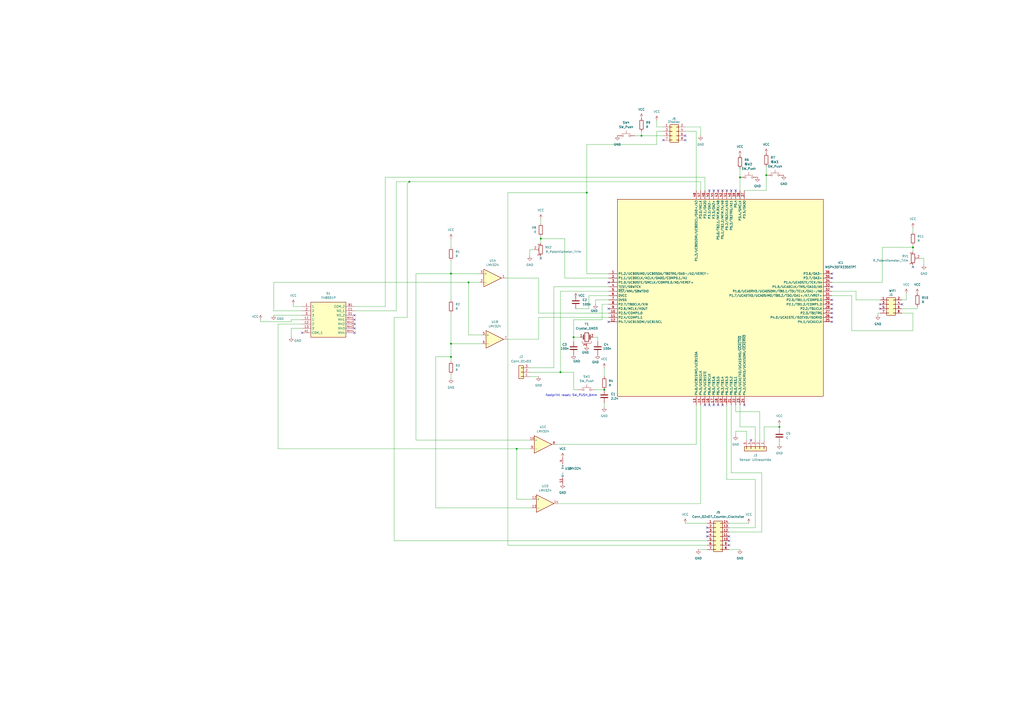
<source format=kicad_sch>
(kicad_sch
	(version 20250114)
	(generator "eeschema")
	(generator_version "9.0")
	(uuid "d767662d-a2fb-4431-89c7-c67b7c23601b")
	(paper "A2")
	(title_block
		(title "Placa MiSE")
		(date "2026-02-24")
		(rev "V1.0")
		(company "Manuel Argibay & Max Perez")
	)
	(lib_symbols
		(symbol "Amplifier_Operational:LMV324"
			(pin_names
				(offset 0.127)
			)
			(exclude_from_sim no)
			(in_bom yes)
			(on_board yes)
			(property "Reference" "U"
				(at 0 5.08 0)
				(effects
					(font
						(size 1.27 1.27)
					)
					(justify left)
				)
			)
			(property "Value" "LMV324"
				(at 0 -5.08 0)
				(effects
					(font
						(size 1.27 1.27)
					)
					(justify left)
				)
			)
			(property "Footprint" ""
				(at -1.27 2.54 0)
				(effects
					(font
						(size 1.27 1.27)
					)
					(hide yes)
				)
			)
			(property "Datasheet" "http://www.ti.com/lit/ds/symlink/lmv324.pdf"
				(at 1.27 5.08 0)
				(effects
					(font
						(size 1.27 1.27)
					)
					(hide yes)
				)
			)
			(property "Description" "Quad Low-Voltage Rail-to-Rail Output Operational Amplifier, SOIC-14/SSOP-14"
				(at 0 0 0)
				(effects
					(font
						(size 1.27 1.27)
					)
					(hide yes)
				)
			)
			(property "ki_locked" ""
				(at 0 0 0)
				(effects
					(font
						(size 1.27 1.27)
					)
				)
			)
			(property "ki_keywords" "quad opamp"
				(at 0 0 0)
				(effects
					(font
						(size 1.27 1.27)
					)
					(hide yes)
				)
			)
			(property "ki_fp_filters" "SOIC*3.9x8.7mm*P1.27mm* DIP*W7.62mm* TSSOP*4.4x5mm*P0.65mm* SSOP*5.3x6.2mm*P0.65mm* MSOP*3x3mm*P0.5mm*"
				(at 0 0 0)
				(effects
					(font
						(size 1.27 1.27)
					)
					(hide yes)
				)
			)
			(symbol "LMV324_1_1"
				(polyline
					(pts
						(xy -5.08 5.08) (xy 5.08 0) (xy -5.08 -5.08) (xy -5.08 5.08)
					)
					(stroke
						(width 0.254)
						(type default)
					)
					(fill
						(type background)
					)
				)
				(pin input line
					(at -7.62 2.54 0)
					(length 2.54)
					(name "+"
						(effects
							(font
								(size 1.27 1.27)
							)
						)
					)
					(number "3"
						(effects
							(font
								(size 1.27 1.27)
							)
						)
					)
				)
				(pin input line
					(at -7.62 -2.54 0)
					(length 2.54)
					(name "-"
						(effects
							(font
								(size 1.27 1.27)
							)
						)
					)
					(number "2"
						(effects
							(font
								(size 1.27 1.27)
							)
						)
					)
				)
				(pin output line
					(at 7.62 0 180)
					(length 2.54)
					(name "~"
						(effects
							(font
								(size 1.27 1.27)
							)
						)
					)
					(number "1"
						(effects
							(font
								(size 1.27 1.27)
							)
						)
					)
				)
			)
			(symbol "LMV324_2_1"
				(polyline
					(pts
						(xy -5.08 5.08) (xy 5.08 0) (xy -5.08 -5.08) (xy -5.08 5.08)
					)
					(stroke
						(width 0.254)
						(type default)
					)
					(fill
						(type background)
					)
				)
				(pin input line
					(at -7.62 2.54 0)
					(length 2.54)
					(name "+"
						(effects
							(font
								(size 1.27 1.27)
							)
						)
					)
					(number "5"
						(effects
							(font
								(size 1.27 1.27)
							)
						)
					)
				)
				(pin input line
					(at -7.62 -2.54 0)
					(length 2.54)
					(name "-"
						(effects
							(font
								(size 1.27 1.27)
							)
						)
					)
					(number "6"
						(effects
							(font
								(size 1.27 1.27)
							)
						)
					)
				)
				(pin output line
					(at 7.62 0 180)
					(length 2.54)
					(name "~"
						(effects
							(font
								(size 1.27 1.27)
							)
						)
					)
					(number "7"
						(effects
							(font
								(size 1.27 1.27)
							)
						)
					)
				)
			)
			(symbol "LMV324_3_1"
				(polyline
					(pts
						(xy -5.08 5.08) (xy 5.08 0) (xy -5.08 -5.08) (xy -5.08 5.08)
					)
					(stroke
						(width 0.254)
						(type default)
					)
					(fill
						(type background)
					)
				)
				(pin input line
					(at -7.62 2.54 0)
					(length 2.54)
					(name "+"
						(effects
							(font
								(size 1.27 1.27)
							)
						)
					)
					(number "10"
						(effects
							(font
								(size 1.27 1.27)
							)
						)
					)
				)
				(pin input line
					(at -7.62 -2.54 0)
					(length 2.54)
					(name "-"
						(effects
							(font
								(size 1.27 1.27)
							)
						)
					)
					(number "9"
						(effects
							(font
								(size 1.27 1.27)
							)
						)
					)
				)
				(pin output line
					(at 7.62 0 180)
					(length 2.54)
					(name "~"
						(effects
							(font
								(size 1.27 1.27)
							)
						)
					)
					(number "8"
						(effects
							(font
								(size 1.27 1.27)
							)
						)
					)
				)
			)
			(symbol "LMV324_4_1"
				(polyline
					(pts
						(xy -5.08 5.08) (xy 5.08 0) (xy -5.08 -5.08) (xy -5.08 5.08)
					)
					(stroke
						(width 0.254)
						(type default)
					)
					(fill
						(type background)
					)
				)
				(pin input line
					(at -7.62 2.54 0)
					(length 2.54)
					(name "+"
						(effects
							(font
								(size 1.27 1.27)
							)
						)
					)
					(number "12"
						(effects
							(font
								(size 1.27 1.27)
							)
						)
					)
				)
				(pin input line
					(at -7.62 -2.54 0)
					(length 2.54)
					(name "-"
						(effects
							(font
								(size 1.27 1.27)
							)
						)
					)
					(number "13"
						(effects
							(font
								(size 1.27 1.27)
							)
						)
					)
				)
				(pin output line
					(at 7.62 0 180)
					(length 2.54)
					(name "~"
						(effects
							(font
								(size 1.27 1.27)
							)
						)
					)
					(number "14"
						(effects
							(font
								(size 1.27 1.27)
							)
						)
					)
				)
			)
			(symbol "LMV324_5_1"
				(pin power_in line
					(at -2.54 7.62 270)
					(length 3.81)
					(name "V+"
						(effects
							(font
								(size 1.27 1.27)
							)
						)
					)
					(number "4"
						(effects
							(font
								(size 1.27 1.27)
							)
						)
					)
				)
				(pin power_in line
					(at -2.54 -7.62 90)
					(length 3.81)
					(name "V-"
						(effects
							(font
								(size 1.27 1.27)
							)
						)
					)
					(number "11"
						(effects
							(font
								(size 1.27 1.27)
							)
						)
					)
				)
			)
			(embedded_fonts no)
		)
		(symbol "Connector_Generic:Conn_01x03"
			(pin_names
				(offset 1.016)
				(hide yes)
			)
			(exclude_from_sim no)
			(in_bom yes)
			(on_board yes)
			(property "Reference" "J"
				(at 0 5.08 0)
				(effects
					(font
						(size 1.27 1.27)
					)
				)
			)
			(property "Value" "Conn_01x03"
				(at 0 -5.08 0)
				(effects
					(font
						(size 1.27 1.27)
					)
				)
			)
			(property "Footprint" ""
				(at 0 0 0)
				(effects
					(font
						(size 1.27 1.27)
					)
					(hide yes)
				)
			)
			(property "Datasheet" "~"
				(at 0 0 0)
				(effects
					(font
						(size 1.27 1.27)
					)
					(hide yes)
				)
			)
			(property "Description" "Generic connector, single row, 01x03, script generated (kicad-library-utils/schlib/autogen/connector/)"
				(at 0 0 0)
				(effects
					(font
						(size 1.27 1.27)
					)
					(hide yes)
				)
			)
			(property "ki_keywords" "connector"
				(at 0 0 0)
				(effects
					(font
						(size 1.27 1.27)
					)
					(hide yes)
				)
			)
			(property "ki_fp_filters" "Connector*:*_1x??_*"
				(at 0 0 0)
				(effects
					(font
						(size 1.27 1.27)
					)
					(hide yes)
				)
			)
			(symbol "Conn_01x03_1_1"
				(rectangle
					(start -1.27 3.81)
					(end 1.27 -3.81)
					(stroke
						(width 0.254)
						(type default)
					)
					(fill
						(type background)
					)
				)
				(rectangle
					(start -1.27 2.667)
					(end 0 2.413)
					(stroke
						(width 0.1524)
						(type default)
					)
					(fill
						(type none)
					)
				)
				(rectangle
					(start -1.27 0.127)
					(end 0 -0.127)
					(stroke
						(width 0.1524)
						(type default)
					)
					(fill
						(type none)
					)
				)
				(rectangle
					(start -1.27 -2.413)
					(end 0 -2.667)
					(stroke
						(width 0.1524)
						(type default)
					)
					(fill
						(type none)
					)
				)
				(pin passive line
					(at -5.08 2.54 0)
					(length 3.81)
					(name "Pin_1"
						(effects
							(font
								(size 1.27 1.27)
							)
						)
					)
					(number "1"
						(effects
							(font
								(size 1.27 1.27)
							)
						)
					)
				)
				(pin passive line
					(at -5.08 0 0)
					(length 3.81)
					(name "Pin_2"
						(effects
							(font
								(size 1.27 1.27)
							)
						)
					)
					(number "2"
						(effects
							(font
								(size 1.27 1.27)
							)
						)
					)
				)
				(pin passive line
					(at -5.08 -2.54 0)
					(length 3.81)
					(name "Pin_3"
						(effects
							(font
								(size 1.27 1.27)
							)
						)
					)
					(number "3"
						(effects
							(font
								(size 1.27 1.27)
							)
						)
					)
				)
			)
			(embedded_fonts no)
		)
		(symbol "Connector_Generic:Conn_01x05"
			(pin_names
				(offset 1.016)
				(hide yes)
			)
			(exclude_from_sim no)
			(in_bom yes)
			(on_board yes)
			(property "Reference" "J"
				(at 0 7.62 0)
				(effects
					(font
						(size 1.27 1.27)
					)
				)
			)
			(property "Value" "Conn_01x05"
				(at 0 -7.62 0)
				(effects
					(font
						(size 1.27 1.27)
					)
				)
			)
			(property "Footprint" ""
				(at 0 0 0)
				(effects
					(font
						(size 1.27 1.27)
					)
					(hide yes)
				)
			)
			(property "Datasheet" "~"
				(at 0 0 0)
				(effects
					(font
						(size 1.27 1.27)
					)
					(hide yes)
				)
			)
			(property "Description" "Generic connector, single row, 01x05, script generated (kicad-library-utils/schlib/autogen/connector/)"
				(at 0 0 0)
				(effects
					(font
						(size 1.27 1.27)
					)
					(hide yes)
				)
			)
			(property "ki_keywords" "connector"
				(at 0 0 0)
				(effects
					(font
						(size 1.27 1.27)
					)
					(hide yes)
				)
			)
			(property "ki_fp_filters" "Connector*:*_1x??_*"
				(at 0 0 0)
				(effects
					(font
						(size 1.27 1.27)
					)
					(hide yes)
				)
			)
			(symbol "Conn_01x05_1_1"
				(rectangle
					(start -1.27 6.35)
					(end 1.27 -6.35)
					(stroke
						(width 0.254)
						(type default)
					)
					(fill
						(type background)
					)
				)
				(rectangle
					(start -1.27 5.207)
					(end 0 4.953)
					(stroke
						(width 0.1524)
						(type default)
					)
					(fill
						(type none)
					)
				)
				(rectangle
					(start -1.27 2.667)
					(end 0 2.413)
					(stroke
						(width 0.1524)
						(type default)
					)
					(fill
						(type none)
					)
				)
				(rectangle
					(start -1.27 0.127)
					(end 0 -0.127)
					(stroke
						(width 0.1524)
						(type default)
					)
					(fill
						(type none)
					)
				)
				(rectangle
					(start -1.27 -2.413)
					(end 0 -2.667)
					(stroke
						(width 0.1524)
						(type default)
					)
					(fill
						(type none)
					)
				)
				(rectangle
					(start -1.27 -4.953)
					(end 0 -5.207)
					(stroke
						(width 0.1524)
						(type default)
					)
					(fill
						(type none)
					)
				)
				(pin passive line
					(at -5.08 5.08 0)
					(length 3.81)
					(name "Pin_1"
						(effects
							(font
								(size 1.27 1.27)
							)
						)
					)
					(number "1"
						(effects
							(font
								(size 1.27 1.27)
							)
						)
					)
				)
				(pin passive line
					(at -5.08 2.54 0)
					(length 3.81)
					(name "Pin_2"
						(effects
							(font
								(size 1.27 1.27)
							)
						)
					)
					(number "2"
						(effects
							(font
								(size 1.27 1.27)
							)
						)
					)
				)
				(pin passive line
					(at -5.08 0 0)
					(length 3.81)
					(name "Pin_3"
						(effects
							(font
								(size 1.27 1.27)
							)
						)
					)
					(number "3"
						(effects
							(font
								(size 1.27 1.27)
							)
						)
					)
				)
				(pin passive line
					(at -5.08 -2.54 0)
					(length 3.81)
					(name "Pin_4"
						(effects
							(font
								(size 1.27 1.27)
							)
						)
					)
					(number "4"
						(effects
							(font
								(size 1.27 1.27)
							)
						)
					)
				)
				(pin passive line
					(at -5.08 -5.08 0)
					(length 3.81)
					(name "Pin_5"
						(effects
							(font
								(size 1.27 1.27)
							)
						)
					)
					(number "5"
						(effects
							(font
								(size 1.27 1.27)
							)
						)
					)
				)
			)
			(embedded_fonts no)
		)
		(symbol "Connector_Generic:Conn_02x04_Odd_Even"
			(pin_names
				(offset 1.016)
				(hide yes)
			)
			(exclude_from_sim no)
			(in_bom yes)
			(on_board yes)
			(property "Reference" "J"
				(at 1.27 5.08 0)
				(effects
					(font
						(size 1.27 1.27)
					)
				)
			)
			(property "Value" "Conn_02x04_Odd_Even"
				(at 1.27 -7.62 0)
				(effects
					(font
						(size 1.27 1.27)
					)
				)
			)
			(property "Footprint" ""
				(at 0 0 0)
				(effects
					(font
						(size 1.27 1.27)
					)
					(hide yes)
				)
			)
			(property "Datasheet" "~"
				(at 0 0 0)
				(effects
					(font
						(size 1.27 1.27)
					)
					(hide yes)
				)
			)
			(property "Description" "Generic connector, double row, 02x04, odd/even pin numbering scheme (row 1 odd numbers, row 2 even numbers), script generated (kicad-library-utils/schlib/autogen/connector/)"
				(at 0 0 0)
				(effects
					(font
						(size 1.27 1.27)
					)
					(hide yes)
				)
			)
			(property "ki_keywords" "connector"
				(at 0 0 0)
				(effects
					(font
						(size 1.27 1.27)
					)
					(hide yes)
				)
			)
			(property "ki_fp_filters" "Connector*:*_2x??_*"
				(at 0 0 0)
				(effects
					(font
						(size 1.27 1.27)
					)
					(hide yes)
				)
			)
			(symbol "Conn_02x04_Odd_Even_1_1"
				(rectangle
					(start -1.27 3.81)
					(end 3.81 -6.35)
					(stroke
						(width 0.254)
						(type default)
					)
					(fill
						(type background)
					)
				)
				(rectangle
					(start -1.27 2.667)
					(end 0 2.413)
					(stroke
						(width 0.1524)
						(type default)
					)
					(fill
						(type none)
					)
				)
				(rectangle
					(start -1.27 0.127)
					(end 0 -0.127)
					(stroke
						(width 0.1524)
						(type default)
					)
					(fill
						(type none)
					)
				)
				(rectangle
					(start -1.27 -2.413)
					(end 0 -2.667)
					(stroke
						(width 0.1524)
						(type default)
					)
					(fill
						(type none)
					)
				)
				(rectangle
					(start -1.27 -4.953)
					(end 0 -5.207)
					(stroke
						(width 0.1524)
						(type default)
					)
					(fill
						(type none)
					)
				)
				(rectangle
					(start 3.81 2.667)
					(end 2.54 2.413)
					(stroke
						(width 0.1524)
						(type default)
					)
					(fill
						(type none)
					)
				)
				(rectangle
					(start 3.81 0.127)
					(end 2.54 -0.127)
					(stroke
						(width 0.1524)
						(type default)
					)
					(fill
						(type none)
					)
				)
				(rectangle
					(start 3.81 -2.413)
					(end 2.54 -2.667)
					(stroke
						(width 0.1524)
						(type default)
					)
					(fill
						(type none)
					)
				)
				(rectangle
					(start 3.81 -4.953)
					(end 2.54 -5.207)
					(stroke
						(width 0.1524)
						(type default)
					)
					(fill
						(type none)
					)
				)
				(pin passive line
					(at -5.08 2.54 0)
					(length 3.81)
					(name "Pin_1"
						(effects
							(font
								(size 1.27 1.27)
							)
						)
					)
					(number "1"
						(effects
							(font
								(size 1.27 1.27)
							)
						)
					)
				)
				(pin passive line
					(at -5.08 0 0)
					(length 3.81)
					(name "Pin_3"
						(effects
							(font
								(size 1.27 1.27)
							)
						)
					)
					(number "3"
						(effects
							(font
								(size 1.27 1.27)
							)
						)
					)
				)
				(pin passive line
					(at -5.08 -2.54 0)
					(length 3.81)
					(name "Pin_5"
						(effects
							(font
								(size 1.27 1.27)
							)
						)
					)
					(number "5"
						(effects
							(font
								(size 1.27 1.27)
							)
						)
					)
				)
				(pin passive line
					(at -5.08 -5.08 0)
					(length 3.81)
					(name "Pin_7"
						(effects
							(font
								(size 1.27 1.27)
							)
						)
					)
					(number "7"
						(effects
							(font
								(size 1.27 1.27)
							)
						)
					)
				)
				(pin passive line
					(at 7.62 2.54 180)
					(length 3.81)
					(name "Pin_2"
						(effects
							(font
								(size 1.27 1.27)
							)
						)
					)
					(number "2"
						(effects
							(font
								(size 1.27 1.27)
							)
						)
					)
				)
				(pin passive line
					(at 7.62 0 180)
					(length 3.81)
					(name "Pin_4"
						(effects
							(font
								(size 1.27 1.27)
							)
						)
					)
					(number "4"
						(effects
							(font
								(size 1.27 1.27)
							)
						)
					)
				)
				(pin passive line
					(at 7.62 -2.54 180)
					(length 3.81)
					(name "Pin_6"
						(effects
							(font
								(size 1.27 1.27)
							)
						)
					)
					(number "6"
						(effects
							(font
								(size 1.27 1.27)
							)
						)
					)
				)
				(pin passive line
					(at 7.62 -5.08 180)
					(length 3.81)
					(name "Pin_8"
						(effects
							(font
								(size 1.27 1.27)
							)
						)
					)
					(number "8"
						(effects
							(font
								(size 1.27 1.27)
							)
						)
					)
				)
			)
			(embedded_fonts no)
		)
		(symbol "Connector_Generic:Conn_02x07_Counter_Clockwise"
			(pin_names
				(offset 1.016)
				(hide yes)
			)
			(exclude_from_sim no)
			(in_bom yes)
			(on_board yes)
			(property "Reference" "J"
				(at 1.27 10.16 0)
				(effects
					(font
						(size 1.27 1.27)
					)
				)
			)
			(property "Value" "Conn_02x07_Counter_Clockwise"
				(at 1.27 -10.16 0)
				(effects
					(font
						(size 1.27 1.27)
					)
				)
			)
			(property "Footprint" ""
				(at 0 0 0)
				(effects
					(font
						(size 1.27 1.27)
					)
					(hide yes)
				)
			)
			(property "Datasheet" "~"
				(at 0 0 0)
				(effects
					(font
						(size 1.27 1.27)
					)
					(hide yes)
				)
			)
			(property "Description" "Generic connector, double row, 02x07, counter clockwise pin numbering scheme (similar to DIP package numbering), script generated (kicad-library-utils/schlib/autogen/connector/)"
				(at 0 0 0)
				(effects
					(font
						(size 1.27 1.27)
					)
					(hide yes)
				)
			)
			(property "ki_keywords" "connector"
				(at 0 0 0)
				(effects
					(font
						(size 1.27 1.27)
					)
					(hide yes)
				)
			)
			(property "ki_fp_filters" "Connector*:*_2x??_*"
				(at 0 0 0)
				(effects
					(font
						(size 1.27 1.27)
					)
					(hide yes)
				)
			)
			(symbol "Conn_02x07_Counter_Clockwise_1_1"
				(rectangle
					(start -1.27 8.89)
					(end 3.81 -8.89)
					(stroke
						(width 0.254)
						(type default)
					)
					(fill
						(type background)
					)
				)
				(rectangle
					(start -1.27 7.747)
					(end 0 7.493)
					(stroke
						(width 0.1524)
						(type default)
					)
					(fill
						(type none)
					)
				)
				(rectangle
					(start -1.27 5.207)
					(end 0 4.953)
					(stroke
						(width 0.1524)
						(type default)
					)
					(fill
						(type none)
					)
				)
				(rectangle
					(start -1.27 2.667)
					(end 0 2.413)
					(stroke
						(width 0.1524)
						(type default)
					)
					(fill
						(type none)
					)
				)
				(rectangle
					(start -1.27 0.127)
					(end 0 -0.127)
					(stroke
						(width 0.1524)
						(type default)
					)
					(fill
						(type none)
					)
				)
				(rectangle
					(start -1.27 -2.413)
					(end 0 -2.667)
					(stroke
						(width 0.1524)
						(type default)
					)
					(fill
						(type none)
					)
				)
				(rectangle
					(start -1.27 -4.953)
					(end 0 -5.207)
					(stroke
						(width 0.1524)
						(type default)
					)
					(fill
						(type none)
					)
				)
				(rectangle
					(start -1.27 -7.493)
					(end 0 -7.747)
					(stroke
						(width 0.1524)
						(type default)
					)
					(fill
						(type none)
					)
				)
				(rectangle
					(start 3.81 7.747)
					(end 2.54 7.493)
					(stroke
						(width 0.1524)
						(type default)
					)
					(fill
						(type none)
					)
				)
				(rectangle
					(start 3.81 5.207)
					(end 2.54 4.953)
					(stroke
						(width 0.1524)
						(type default)
					)
					(fill
						(type none)
					)
				)
				(rectangle
					(start 3.81 2.667)
					(end 2.54 2.413)
					(stroke
						(width 0.1524)
						(type default)
					)
					(fill
						(type none)
					)
				)
				(rectangle
					(start 3.81 0.127)
					(end 2.54 -0.127)
					(stroke
						(width 0.1524)
						(type default)
					)
					(fill
						(type none)
					)
				)
				(rectangle
					(start 3.81 -2.413)
					(end 2.54 -2.667)
					(stroke
						(width 0.1524)
						(type default)
					)
					(fill
						(type none)
					)
				)
				(rectangle
					(start 3.81 -4.953)
					(end 2.54 -5.207)
					(stroke
						(width 0.1524)
						(type default)
					)
					(fill
						(type none)
					)
				)
				(rectangle
					(start 3.81 -7.493)
					(end 2.54 -7.747)
					(stroke
						(width 0.1524)
						(type default)
					)
					(fill
						(type none)
					)
				)
				(pin passive line
					(at -5.08 7.62 0)
					(length 3.81)
					(name "Pin_1"
						(effects
							(font
								(size 1.27 1.27)
							)
						)
					)
					(number "1"
						(effects
							(font
								(size 1.27 1.27)
							)
						)
					)
				)
				(pin passive line
					(at -5.08 5.08 0)
					(length 3.81)
					(name "Pin_2"
						(effects
							(font
								(size 1.27 1.27)
							)
						)
					)
					(number "2"
						(effects
							(font
								(size 1.27 1.27)
							)
						)
					)
				)
				(pin passive line
					(at -5.08 2.54 0)
					(length 3.81)
					(name "Pin_3"
						(effects
							(font
								(size 1.27 1.27)
							)
						)
					)
					(number "3"
						(effects
							(font
								(size 1.27 1.27)
							)
						)
					)
				)
				(pin passive line
					(at -5.08 0 0)
					(length 3.81)
					(name "Pin_4"
						(effects
							(font
								(size 1.27 1.27)
							)
						)
					)
					(number "4"
						(effects
							(font
								(size 1.27 1.27)
							)
						)
					)
				)
				(pin passive line
					(at -5.08 -2.54 0)
					(length 3.81)
					(name "Pin_5"
						(effects
							(font
								(size 1.27 1.27)
							)
						)
					)
					(number "5"
						(effects
							(font
								(size 1.27 1.27)
							)
						)
					)
				)
				(pin passive line
					(at -5.08 -5.08 0)
					(length 3.81)
					(name "Pin_6"
						(effects
							(font
								(size 1.27 1.27)
							)
						)
					)
					(number "6"
						(effects
							(font
								(size 1.27 1.27)
							)
						)
					)
				)
				(pin passive line
					(at -5.08 -7.62 0)
					(length 3.81)
					(name "Pin_7"
						(effects
							(font
								(size 1.27 1.27)
							)
						)
					)
					(number "7"
						(effects
							(font
								(size 1.27 1.27)
							)
						)
					)
				)
				(pin passive line
					(at 7.62 7.62 180)
					(length 3.81)
					(name "Pin_14"
						(effects
							(font
								(size 1.27 1.27)
							)
						)
					)
					(number "14"
						(effects
							(font
								(size 1.27 1.27)
							)
						)
					)
				)
				(pin passive line
					(at 7.62 5.08 180)
					(length 3.81)
					(name "Pin_13"
						(effects
							(font
								(size 1.27 1.27)
							)
						)
					)
					(number "13"
						(effects
							(font
								(size 1.27 1.27)
							)
						)
					)
				)
				(pin passive line
					(at 7.62 2.54 180)
					(length 3.81)
					(name "Pin_12"
						(effects
							(font
								(size 1.27 1.27)
							)
						)
					)
					(number "12"
						(effects
							(font
								(size 1.27 1.27)
							)
						)
					)
				)
				(pin passive line
					(at 7.62 0 180)
					(length 3.81)
					(name "Pin_11"
						(effects
							(font
								(size 1.27 1.27)
							)
						)
					)
					(number "11"
						(effects
							(font
								(size 1.27 1.27)
							)
						)
					)
				)
				(pin passive line
					(at 7.62 -2.54 180)
					(length 3.81)
					(name "Pin_10"
						(effects
							(font
								(size 1.27 1.27)
							)
						)
					)
					(number "10"
						(effects
							(font
								(size 1.27 1.27)
							)
						)
					)
				)
				(pin passive line
					(at 7.62 -5.08 180)
					(length 3.81)
					(name "Pin_9"
						(effects
							(font
								(size 1.27 1.27)
							)
						)
					)
					(number "9"
						(effects
							(font
								(size 1.27 1.27)
							)
						)
					)
				)
				(pin passive line
					(at 7.62 -7.62 180)
					(length 3.81)
					(name "Pin_8"
						(effects
							(font
								(size 1.27 1.27)
							)
						)
					)
					(number "8"
						(effects
							(font
								(size 1.27 1.27)
							)
						)
					)
				)
			)
			(embedded_fonts no)
		)
		(symbol "Device:C"
			(pin_numbers
				(hide yes)
			)
			(pin_names
				(offset 0.254)
			)
			(exclude_from_sim no)
			(in_bom yes)
			(on_board yes)
			(property "Reference" "C"
				(at 0.635 2.54 0)
				(effects
					(font
						(size 1.27 1.27)
					)
					(justify left)
				)
			)
			(property "Value" "C"
				(at 0.635 -2.54 0)
				(effects
					(font
						(size 1.27 1.27)
					)
					(justify left)
				)
			)
			(property "Footprint" ""
				(at 0.9652 -3.81 0)
				(effects
					(font
						(size 1.27 1.27)
					)
					(hide yes)
				)
			)
			(property "Datasheet" "~"
				(at 0 0 0)
				(effects
					(font
						(size 1.27 1.27)
					)
					(hide yes)
				)
			)
			(property "Description" "Unpolarized capacitor"
				(at 0 0 0)
				(effects
					(font
						(size 1.27 1.27)
					)
					(hide yes)
				)
			)
			(property "ki_keywords" "cap capacitor"
				(at 0 0 0)
				(effects
					(font
						(size 1.27 1.27)
					)
					(hide yes)
				)
			)
			(property "ki_fp_filters" "C_*"
				(at 0 0 0)
				(effects
					(font
						(size 1.27 1.27)
					)
					(hide yes)
				)
			)
			(symbol "C_0_1"
				(polyline
					(pts
						(xy -2.032 0.762) (xy 2.032 0.762)
					)
					(stroke
						(width 0.508)
						(type default)
					)
					(fill
						(type none)
					)
				)
				(polyline
					(pts
						(xy -2.032 -0.762) (xy 2.032 -0.762)
					)
					(stroke
						(width 0.508)
						(type default)
					)
					(fill
						(type none)
					)
				)
			)
			(symbol "C_1_1"
				(pin passive line
					(at 0 3.81 270)
					(length 2.794)
					(name "~"
						(effects
							(font
								(size 1.27 1.27)
							)
						)
					)
					(number "1"
						(effects
							(font
								(size 1.27 1.27)
							)
						)
					)
				)
				(pin passive line
					(at 0 -3.81 90)
					(length 2.794)
					(name "~"
						(effects
							(font
								(size 1.27 1.27)
							)
						)
					)
					(number "2"
						(effects
							(font
								(size 1.27 1.27)
							)
						)
					)
				)
			)
			(embedded_fonts no)
		)
		(symbol "Device:Crystal_GND3"
			(pin_names
				(offset 1.016)
				(hide yes)
			)
			(exclude_from_sim no)
			(in_bom yes)
			(on_board yes)
			(property "Reference" "Y"
				(at 0 5.715 0)
				(effects
					(font
						(size 1.27 1.27)
					)
				)
			)
			(property "Value" "Crystal_GND3"
				(at 0 3.81 0)
				(effects
					(font
						(size 1.27 1.27)
					)
				)
			)
			(property "Footprint" ""
				(at 0 0 0)
				(effects
					(font
						(size 1.27 1.27)
					)
					(hide yes)
				)
			)
			(property "Datasheet" "~"
				(at 0 0 0)
				(effects
					(font
						(size 1.27 1.27)
					)
					(hide yes)
				)
			)
			(property "Description" "Three pin crystal, GND on pin 3"
				(at 0 0 0)
				(effects
					(font
						(size 1.27 1.27)
					)
					(hide yes)
				)
			)
			(property "ki_keywords" "quartz ceramic resonator oscillator"
				(at 0 0 0)
				(effects
					(font
						(size 1.27 1.27)
					)
					(hide yes)
				)
			)
			(property "ki_fp_filters" "Crystal*"
				(at 0 0 0)
				(effects
					(font
						(size 1.27 1.27)
					)
					(hide yes)
				)
			)
			(symbol "Crystal_GND3_0_1"
				(polyline
					(pts
						(xy -2.54 0) (xy -1.905 0)
					)
					(stroke
						(width 0)
						(type default)
					)
					(fill
						(type none)
					)
				)
				(polyline
					(pts
						(xy -2.54 -2.286) (xy -2.54 -3.556) (xy 2.54 -3.556) (xy 2.54 -2.286)
					)
					(stroke
						(width 0)
						(type default)
					)
					(fill
						(type none)
					)
				)
				(polyline
					(pts
						(xy -1.905 -1.27) (xy -1.905 1.27)
					)
					(stroke
						(width 0.508)
						(type default)
					)
					(fill
						(type none)
					)
				)
				(rectangle
					(start -1.143 2.54)
					(end 1.143 -2.54)
					(stroke
						(width 0.3048)
						(type default)
					)
					(fill
						(type none)
					)
				)
				(polyline
					(pts
						(xy 0 -3.81) (xy 0 -3.556)
					)
					(stroke
						(width 0)
						(type default)
					)
					(fill
						(type none)
					)
				)
				(polyline
					(pts
						(xy 1.905 1.27) (xy 1.905 -1.27)
					)
					(stroke
						(width 0.508)
						(type default)
					)
					(fill
						(type none)
					)
				)
				(polyline
					(pts
						(xy 1.905 0) (xy 2.54 0)
					)
					(stroke
						(width 0)
						(type default)
					)
					(fill
						(type none)
					)
				)
			)
			(symbol "Crystal_GND3_1_1"
				(pin passive line
					(at -3.81 0 0)
					(length 1.27)
					(name "1"
						(effects
							(font
								(size 1.27 1.27)
							)
						)
					)
					(number "1"
						(effects
							(font
								(size 1.27 1.27)
							)
						)
					)
				)
				(pin passive line
					(at 0 -5.08 90)
					(length 1.27)
					(name "3"
						(effects
							(font
								(size 1.27 1.27)
							)
						)
					)
					(number "3"
						(effects
							(font
								(size 1.27 1.27)
							)
						)
					)
				)
				(pin passive line
					(at 3.81 0 180)
					(length 1.27)
					(name "2"
						(effects
							(font
								(size 1.27 1.27)
							)
						)
					)
					(number "2"
						(effects
							(font
								(size 1.27 1.27)
							)
						)
					)
				)
			)
			(embedded_fonts no)
		)
		(symbol "Device:R"
			(pin_numbers
				(hide yes)
			)
			(pin_names
				(offset 0)
			)
			(exclude_from_sim no)
			(in_bom yes)
			(on_board yes)
			(property "Reference" "R"
				(at 2.032 0 90)
				(effects
					(font
						(size 1.27 1.27)
					)
				)
			)
			(property "Value" "R"
				(at 0 0 90)
				(effects
					(font
						(size 1.27 1.27)
					)
				)
			)
			(property "Footprint" ""
				(at -1.778 0 90)
				(effects
					(font
						(size 1.27 1.27)
					)
					(hide yes)
				)
			)
			(property "Datasheet" "~"
				(at 0 0 0)
				(effects
					(font
						(size 1.27 1.27)
					)
					(hide yes)
				)
			)
			(property "Description" "Resistor"
				(at 0 0 0)
				(effects
					(font
						(size 1.27 1.27)
					)
					(hide yes)
				)
			)
			(property "ki_keywords" "R res resistor"
				(at 0 0 0)
				(effects
					(font
						(size 1.27 1.27)
					)
					(hide yes)
				)
			)
			(property "ki_fp_filters" "R_*"
				(at 0 0 0)
				(effects
					(font
						(size 1.27 1.27)
					)
					(hide yes)
				)
			)
			(symbol "R_0_1"
				(rectangle
					(start -1.016 -2.54)
					(end 1.016 2.54)
					(stroke
						(width 0.254)
						(type default)
					)
					(fill
						(type none)
					)
				)
			)
			(symbol "R_1_1"
				(pin passive line
					(at 0 3.81 270)
					(length 1.27)
					(name "~"
						(effects
							(font
								(size 1.27 1.27)
							)
						)
					)
					(number "1"
						(effects
							(font
								(size 1.27 1.27)
							)
						)
					)
				)
				(pin passive line
					(at 0 -3.81 90)
					(length 1.27)
					(name "~"
						(effects
							(font
								(size 1.27 1.27)
							)
						)
					)
					(number "2"
						(effects
							(font
								(size 1.27 1.27)
							)
						)
					)
				)
			)
			(embedded_fonts no)
		)
		(symbol "Device:R_Potentiometer_Trim"
			(pin_names
				(offset 1.016)
				(hide yes)
			)
			(exclude_from_sim no)
			(in_bom yes)
			(on_board yes)
			(property "Reference" "RV"
				(at -4.445 0 90)
				(effects
					(font
						(size 1.27 1.27)
					)
				)
			)
			(property "Value" "R_Potentiometer_Trim"
				(at -2.54 0 90)
				(effects
					(font
						(size 1.27 1.27)
					)
				)
			)
			(property "Footprint" ""
				(at 0 0 0)
				(effects
					(font
						(size 1.27 1.27)
					)
					(hide yes)
				)
			)
			(property "Datasheet" "~"
				(at 0 0 0)
				(effects
					(font
						(size 1.27 1.27)
					)
					(hide yes)
				)
			)
			(property "Description" "Trim-potentiometer"
				(at 0 0 0)
				(effects
					(font
						(size 1.27 1.27)
					)
					(hide yes)
				)
			)
			(property "ki_keywords" "resistor variable trimpot trimmer"
				(at 0 0 0)
				(effects
					(font
						(size 1.27 1.27)
					)
					(hide yes)
				)
			)
			(property "ki_fp_filters" "Potentiometer*"
				(at 0 0 0)
				(effects
					(font
						(size 1.27 1.27)
					)
					(hide yes)
				)
			)
			(symbol "R_Potentiometer_Trim_0_1"
				(rectangle
					(start 1.016 2.54)
					(end -1.016 -2.54)
					(stroke
						(width 0.254)
						(type default)
					)
					(fill
						(type none)
					)
				)
				(polyline
					(pts
						(xy 1.524 0.762) (xy 1.524 -0.762)
					)
					(stroke
						(width 0)
						(type default)
					)
					(fill
						(type none)
					)
				)
				(polyline
					(pts
						(xy 2.54 0) (xy 1.524 0)
					)
					(stroke
						(width 0)
						(type default)
					)
					(fill
						(type none)
					)
				)
			)
			(symbol "R_Potentiometer_Trim_1_1"
				(pin passive line
					(at 0 3.81 270)
					(length 1.27)
					(name "1"
						(effects
							(font
								(size 1.27 1.27)
							)
						)
					)
					(number "1"
						(effects
							(font
								(size 1.27 1.27)
							)
						)
					)
				)
				(pin passive line
					(at 0 -3.81 90)
					(length 1.27)
					(name "3"
						(effects
							(font
								(size 1.27 1.27)
							)
						)
					)
					(number "3"
						(effects
							(font
								(size 1.27 1.27)
							)
						)
					)
				)
				(pin passive line
					(at 3.81 0 180)
					(length 1.27)
					(name "2"
						(effects
							(font
								(size 1.27 1.27)
							)
						)
					)
					(number "2"
						(effects
							(font
								(size 1.27 1.27)
							)
						)
					)
				)
			)
			(embedded_fonts no)
		)
		(symbol "MSP430:MSP430FR2355TPT"
			(exclude_from_sim no)
			(in_bom yes)
			(on_board yes)
			(property "Reference" "IC"
				(at 125.73 48.26 0)
				(effects
					(font
						(size 1.27 1.27)
					)
					(justify left top)
				)
			)
			(property "Value" "MSP430FR2355TPT"
				(at 125.73 45.72 0)
				(effects
					(font
						(size 1.27 1.27)
					)
					(justify left top)
				)
			)
			(property "Footprint" "QFP50P900X900X160-48N"
				(at 125.73 -54.28 0)
				(effects
					(font
						(size 1.27 1.27)
					)
					(justify left top)
					(hide yes)
				)
			)
			(property "Datasheet" "https://datasheet.datasheetarchive.com/originals/distributors/DKDS41/DSANUWW0029426.pdf"
				(at 125.73 -154.28 0)
				(effects
					(font
						(size 1.27 1.27)
					)
					(justify left top)
					(hide yes)
				)
			)
			(property "Description" "16-bit Microcontrollers - MCU 24MHz 105C ULP Microcontroller With 32 KB FRAM, 4 KB SRAM, 44 IO, 12-bit ADC, 12-bit DACs, OpAmp/PGA 48-LQFP -40 to 105"
				(at 0 0 0)
				(effects
					(font
						(size 1.27 1.27)
					)
					(hide yes)
				)
			)
			(property "Height" "1.6"
				(at 125.73 -354.28 0)
				(effects
					(font
						(size 1.27 1.27)
					)
					(justify left top)
					(hide yes)
				)
			)
			(property "Mouser Part Number" "595-MSP430FR2355TPT"
				(at 125.73 -454.28 0)
				(effects
					(font
						(size 1.27 1.27)
					)
					(justify left top)
					(hide yes)
				)
			)
			(property "Mouser Price/Stock" "https://www.mouser.co.uk/ProductDetail/Texas-Instruments/MSP430FR2355TPT?qs=gTYE2QTfZfTjQOKK%2F%2Fw59A%3D%3D"
				(at 125.73 -554.28 0)
				(effects
					(font
						(size 1.27 1.27)
					)
					(justify left top)
					(hide yes)
				)
			)
			(property "Manufacturer_Name" "Texas Instruments"
				(at 125.73 -654.28 0)
				(effects
					(font
						(size 1.27 1.27)
					)
					(justify left top)
					(hide yes)
				)
			)
			(property "Manufacturer_Part_Number" "MSP430FR2355TPT"
				(at 125.73 -754.28 0)
				(effects
					(font
						(size 1.27 1.27)
					)
					(justify left top)
					(hide yes)
				)
			)
			(symbol "MSP430FR2355TPT_1_1"
				(rectangle
					(start 5.08 43.18)
					(end 124.46 -71.12)
					(stroke
						(width 0.254)
						(type default)
					)
					(fill
						(type background)
					)
				)
				(pin passive line
					(at 0 0 0)
					(length 5.08)
					(name "P1.2/UCB0SIMO/UCB0SDA/TB0TRG/OA0-/A2/VEREF-"
						(effects
							(font
								(size 1.27 1.27)
							)
						)
					)
					(number "1"
						(effects
							(font
								(size 1.27 1.27)
							)
						)
					)
				)
				(pin passive line
					(at 0 -2.54 0)
					(length 5.08)
					(name "P1.1/UCB0CLK/ACLK/OA0O/COMP0.1/A1"
						(effects
							(font
								(size 1.27 1.27)
							)
						)
					)
					(number "2"
						(effects
							(font
								(size 1.27 1.27)
							)
						)
					)
				)
				(pin passive line
					(at 0 -5.08 0)
					(length 5.08)
					(name "P1.0/UCB0STE/SMCLK/COMP0.0/A0/VEREF+"
						(effects
							(font
								(size 1.27 1.27)
							)
						)
					)
					(number "3"
						(effects
							(font
								(size 1.27 1.27)
							)
						)
					)
				)
				(pin passive line
					(at 0 -7.62 0)
					(length 5.08)
					(name "TEST/SBWTCK"
						(effects
							(font
								(size 1.27 1.27)
							)
						)
					)
					(number "4"
						(effects
							(font
								(size 1.27 1.27)
							)
						)
					)
				)
				(pin passive line
					(at 0 -10.16 0)
					(length 5.08)
					(name "~{RST}/NMI/SBWTDIO"
						(effects
							(font
								(size 1.27 1.27)
							)
						)
					)
					(number "5"
						(effects
							(font
								(size 1.27 1.27)
							)
						)
					)
				)
				(pin passive line
					(at 0 -12.7 0)
					(length 5.08)
					(name "DVCC"
						(effects
							(font
								(size 1.27 1.27)
							)
						)
					)
					(number "6"
						(effects
							(font
								(size 1.27 1.27)
							)
						)
					)
				)
				(pin passive line
					(at 0 -15.24 0)
					(length 5.08)
					(name "DVSS"
						(effects
							(font
								(size 1.27 1.27)
							)
						)
					)
					(number "7"
						(effects
							(font
								(size 1.27 1.27)
							)
						)
					)
				)
				(pin passive line
					(at 0 -17.78 0)
					(length 5.08)
					(name "P2.7/TB0CLK/XIN"
						(effects
							(font
								(size 1.27 1.27)
							)
						)
					)
					(number "8"
						(effects
							(font
								(size 1.27 1.27)
							)
						)
					)
				)
				(pin passive line
					(at 0 -20.32 0)
					(length 5.08)
					(name "P2.6/MCLK/XOUT"
						(effects
							(font
								(size 1.27 1.27)
							)
						)
					)
					(number "9"
						(effects
							(font
								(size 1.27 1.27)
							)
						)
					)
				)
				(pin passive line
					(at 0 -22.86 0)
					(length 5.08)
					(name "P2.5/COMP1.0"
						(effects
							(font
								(size 1.27 1.27)
							)
						)
					)
					(number "10"
						(effects
							(font
								(size 1.27 1.27)
							)
						)
					)
				)
				(pin passive line
					(at 0 -25.4 0)
					(length 5.08)
					(name "P2.4/COMP1.1"
						(effects
							(font
								(size 1.27 1.27)
							)
						)
					)
					(number "11"
						(effects
							(font
								(size 1.27 1.27)
							)
						)
					)
				)
				(pin passive line
					(at 0 -27.94 0)
					(length 5.08)
					(name "P4.7/UCB1SOMI/UCB1SCL"
						(effects
							(font
								(size 1.27 1.27)
							)
						)
					)
					(number "12"
						(effects
							(font
								(size 1.27 1.27)
							)
						)
					)
				)
				(pin passive line
					(at 50.8 48.26 270)
					(length 5.08)
					(name "P1.3/UCB0SOMI/UCB0SCL/OA0+/A3"
						(effects
							(font
								(size 1.27 1.27)
							)
						)
					)
					(number "48"
						(effects
							(font
								(size 1.27 1.27)
							)
						)
					)
				)
				(pin passive line
					(at 50.8 -76.2 90)
					(length 5.08)
					(name "P4.6/UCB1SIMO/UCB1SDA"
						(effects
							(font
								(size 1.27 1.27)
							)
						)
					)
					(number "13"
						(effects
							(font
								(size 1.27 1.27)
							)
						)
					)
				)
				(pin passive line
					(at 53.34 48.26 270)
					(length 5.08)
					(name "P3.0/MCLK"
						(effects
							(font
								(size 1.27 1.27)
							)
						)
					)
					(number "47"
						(effects
							(font
								(size 1.27 1.27)
							)
						)
					)
				)
				(pin passive line
					(at 53.34 -76.2 90)
					(length 5.08)
					(name "P4.5/UCB1CLK"
						(effects
							(font
								(size 1.27 1.27)
							)
						)
					)
					(number "14"
						(effects
							(font
								(size 1.27 1.27)
							)
						)
					)
				)
				(pin passive line
					(at 55.88 48.26 270)
					(length 5.08)
					(name "P3.1/OA2O"
						(effects
							(font
								(size 1.27 1.27)
							)
						)
					)
					(number "46"
						(effects
							(font
								(size 1.27 1.27)
							)
						)
					)
				)
				(pin passive line
					(at 55.88 -76.2 90)
					(length 5.08)
					(name "P4.4/UCB1STE"
						(effects
							(font
								(size 1.27 1.27)
							)
						)
					)
					(number "15"
						(effects
							(font
								(size 1.27 1.27)
							)
						)
					)
				)
				(pin passive line
					(at 58.42 48.26 270)
					(length 5.08)
					(name "P3.2/OA2-"
						(effects
							(font
								(size 1.27 1.27)
							)
						)
					)
					(number "45"
						(effects
							(font
								(size 1.27 1.27)
							)
						)
					)
				)
				(pin passive line
					(at 58.42 -76.2 90)
					(length 5.08)
					(name "P6.6/TB3CLK"
						(effects
							(font
								(size 1.27 1.27)
							)
						)
					)
					(number "16"
						(effects
							(font
								(size 1.27 1.27)
							)
						)
					)
				)
				(pin passive line
					(at 60.96 48.26 270)
					(length 5.08)
					(name "P3.3/OA2+"
						(effects
							(font
								(size 1.27 1.27)
							)
						)
					)
					(number "44"
						(effects
							(font
								(size 1.27 1.27)
							)
						)
					)
				)
				(pin passive line
					(at 60.96 -76.2 90)
					(length 5.08)
					(name "P6.5/TB3.6"
						(effects
							(font
								(size 1.27 1.27)
							)
						)
					)
					(number "17"
						(effects
							(font
								(size 1.27 1.27)
							)
						)
					)
				)
				(pin passive line
					(at 63.5 48.26 270)
					(length 5.08)
					(name "P5.0/TB2.1/MFM.RX/A8"
						(effects
							(font
								(size 1.27 1.27)
							)
						)
					)
					(number "43"
						(effects
							(font
								(size 1.27 1.27)
							)
						)
					)
				)
				(pin passive line
					(at 63.5 -76.2 90)
					(length 5.08)
					(name "P6.4/TB3.5"
						(effects
							(font
								(size 1.27 1.27)
							)
						)
					)
					(number "18"
						(effects
							(font
								(size 1.27 1.27)
							)
						)
					)
				)
				(pin passive line
					(at 66.04 48.26 270)
					(length 5.08)
					(name "P5.1/TB2.2/MFM.TX/A9"
						(effects
							(font
								(size 1.27 1.27)
							)
						)
					)
					(number "42"
						(effects
							(font
								(size 1.27 1.27)
							)
						)
					)
				)
				(pin passive line
					(at 66.04 -76.2 90)
					(length 5.08)
					(name "P6.3/TB3.4"
						(effects
							(font
								(size 1.27 1.27)
							)
						)
					)
					(number "19"
						(effects
							(font
								(size 1.27 1.27)
							)
						)
					)
				)
				(pin passive line
					(at 68.58 48.26 270)
					(length 5.08)
					(name "P5.2/TB2CLK/A10"
						(effects
							(font
								(size 1.27 1.27)
							)
						)
					)
					(number "41"
						(effects
							(font
								(size 1.27 1.27)
							)
						)
					)
				)
				(pin passive line
					(at 68.58 -76.2 90)
					(length 5.08)
					(name "P6.2/TB3.3"
						(effects
							(font
								(size 1.27 1.27)
							)
						)
					)
					(number "20"
						(effects
							(font
								(size 1.27 1.27)
							)
						)
					)
				)
				(pin passive line
					(at 71.12 48.26 270)
					(length 5.08)
					(name "P5.3/TB2TRG/A11"
						(effects
							(font
								(size 1.27 1.27)
							)
						)
					)
					(number "40"
						(effects
							(font
								(size 1.27 1.27)
							)
						)
					)
				)
				(pin passive line
					(at 71.12 -76.2 90)
					(length 5.08)
					(name "P6.1/TB3.2"
						(effects
							(font
								(size 1.27 1.27)
							)
						)
					)
					(number "21"
						(effects
							(font
								(size 1.27 1.27)
							)
						)
					)
				)
				(pin passive line
					(at 73.66 48.26 270)
					(length 5.08)
					(name "P5.4"
						(effects
							(font
								(size 1.27 1.27)
							)
						)
					)
					(number "39"
						(effects
							(font
								(size 1.27 1.27)
							)
						)
					)
				)
				(pin passive line
					(at 73.66 -76.2 90)
					(length 5.08)
					(name "P6.0/TB3.1"
						(effects
							(font
								(size 1.27 1.27)
							)
						)
					)
					(number "22"
						(effects
							(font
								(size 1.27 1.27)
							)
						)
					)
				)
				(pin passive line
					(at 76.2 48.26 270)
					(length 5.08)
					(name "P3.4/SMCLK"
						(effects
							(font
								(size 1.27 1.27)
							)
						)
					)
					(number "38"
						(effects
							(font
								(size 1.27 1.27)
							)
						)
					)
				)
				(pin passive line
					(at 76.2 -76.2 90)
					(length 5.08)
					(name "P4.3/UCA1TXD/UCA1SIMO/~{UCA1TXD}"
						(effects
							(font
								(size 1.27 1.27)
							)
						)
					)
					(number "23"
						(effects
							(font
								(size 1.27 1.27)
							)
						)
					)
				)
				(pin passive line
					(at 78.74 48.26 270)
					(length 5.08)
					(name "P3.5/OA3O"
						(effects
							(font
								(size 1.27 1.27)
							)
						)
					)
					(number "37"
						(effects
							(font
								(size 1.27 1.27)
							)
						)
					)
				)
				(pin passive line
					(at 78.74 -76.2 90)
					(length 5.08)
					(name "P4.2/UCA1RXD/UCA1SOMI/~{UCA1RXD}"
						(effects
							(font
								(size 1.27 1.27)
							)
						)
					)
					(number "24"
						(effects
							(font
								(size 1.27 1.27)
							)
						)
					)
				)
				(pin passive line
					(at 129.54 0 180)
					(length 5.08)
					(name "P3.6/OA3-"
						(effects
							(font
								(size 1.27 1.27)
							)
						)
					)
					(number "36"
						(effects
							(font
								(size 1.27 1.27)
							)
						)
					)
				)
				(pin passive line
					(at 129.54 -2.54 180)
					(length 5.08)
					(name "P3.7/OA3+"
						(effects
							(font
								(size 1.27 1.27)
							)
						)
					)
					(number "35"
						(effects
							(font
								(size 1.27 1.27)
							)
						)
					)
				)
				(pin passive line
					(at 129.54 -5.08 180)
					(length 5.08)
					(name "P1.4/UCA0STE/TCK/A4"
						(effects
							(font
								(size 1.27 1.27)
							)
						)
					)
					(number "34"
						(effects
							(font
								(size 1.27 1.27)
							)
						)
					)
				)
				(pin passive line
					(at 129.54 -7.62 180)
					(length 5.08)
					(name "P1.5/UCA0CLK/TMS/OA1O/A5"
						(effects
							(font
								(size 1.27 1.27)
							)
						)
					)
					(number "33"
						(effects
							(font
								(size 1.27 1.27)
							)
						)
					)
				)
				(pin passive line
					(at 129.54 -10.16 180)
					(length 5.08)
					(name "P1.6/UCA0RXD/UCA0SOMI/TB0.1/TDI/TCLK/OA1-/A6"
						(effects
							(font
								(size 1.27 1.27)
							)
						)
					)
					(number "32"
						(effects
							(font
								(size 1.27 1.27)
							)
						)
					)
				)
				(pin passive line
					(at 129.54 -12.7 180)
					(length 5.08)
					(name "P1.7/UCA0TXD/UCA0SIMO/TB0.2/TDO/OA1+/A7/VREF+"
						(effects
							(font
								(size 1.27 1.27)
							)
						)
					)
					(number "31"
						(effects
							(font
								(size 1.27 1.27)
							)
						)
					)
				)
				(pin passive line
					(at 129.54 -15.24 180)
					(length 5.08)
					(name "P2.0/TB1.1/COMP0.O"
						(effects
							(font
								(size 1.27 1.27)
							)
						)
					)
					(number "30"
						(effects
							(font
								(size 1.27 1.27)
							)
						)
					)
				)
				(pin passive line
					(at 129.54 -17.78 180)
					(length 5.08)
					(name "P2.1/TB1.2/COMP1.O"
						(effects
							(font
								(size 1.27 1.27)
							)
						)
					)
					(number "29"
						(effects
							(font
								(size 1.27 1.27)
							)
						)
					)
				)
				(pin passive line
					(at 129.54 -20.32 180)
					(length 5.08)
					(name "P2.2/TB1CLK"
						(effects
							(font
								(size 1.27 1.27)
							)
						)
					)
					(number "28"
						(effects
							(font
								(size 1.27 1.27)
							)
						)
					)
				)
				(pin passive line
					(at 129.54 -22.86 180)
					(length 5.08)
					(name "P2.3/TB1TRG"
						(effects
							(font
								(size 1.27 1.27)
							)
						)
					)
					(number "27"
						(effects
							(font
								(size 1.27 1.27)
							)
						)
					)
				)
				(pin passive line
					(at 129.54 -25.4 180)
					(length 5.08)
					(name "P4.0/UCA1STE/ISOTXD/ISORXD"
						(effects
							(font
								(size 1.27 1.27)
							)
						)
					)
					(number "26"
						(effects
							(font
								(size 1.27 1.27)
							)
						)
					)
				)
				(pin passive line
					(at 129.54 -27.94 180)
					(length 5.08)
					(name "P4.1/UCA1CLK"
						(effects
							(font
								(size 1.27 1.27)
							)
						)
					)
					(number "25"
						(effects
							(font
								(size 1.27 1.27)
							)
						)
					)
				)
			)
			(embedded_fonts no)
		)
		(symbol "Switch:SW_Push"
			(pin_numbers
				(hide yes)
			)
			(pin_names
				(offset 1.016)
				(hide yes)
			)
			(exclude_from_sim no)
			(in_bom yes)
			(on_board yes)
			(property "Reference" "SW"
				(at 1.27 2.54 0)
				(effects
					(font
						(size 1.27 1.27)
					)
					(justify left)
				)
			)
			(property "Value" "SW_Push"
				(at 0 -1.524 0)
				(effects
					(font
						(size 1.27 1.27)
					)
				)
			)
			(property "Footprint" ""
				(at 0 5.08 0)
				(effects
					(font
						(size 1.27 1.27)
					)
					(hide yes)
				)
			)
			(property "Datasheet" "~"
				(at 0 5.08 0)
				(effects
					(font
						(size 1.27 1.27)
					)
					(hide yes)
				)
			)
			(property "Description" "Push button switch, generic, two pins"
				(at 0 0 0)
				(effects
					(font
						(size 1.27 1.27)
					)
					(hide yes)
				)
			)
			(property "ki_keywords" "switch normally-open pushbutton push-button"
				(at 0 0 0)
				(effects
					(font
						(size 1.27 1.27)
					)
					(hide yes)
				)
			)
			(symbol "SW_Push_0_1"
				(circle
					(center -2.032 0)
					(radius 0.508)
					(stroke
						(width 0)
						(type default)
					)
					(fill
						(type none)
					)
				)
				(polyline
					(pts
						(xy 0 1.27) (xy 0 3.048)
					)
					(stroke
						(width 0)
						(type default)
					)
					(fill
						(type none)
					)
				)
				(circle
					(center 2.032 0)
					(radius 0.508)
					(stroke
						(width 0)
						(type default)
					)
					(fill
						(type none)
					)
				)
				(polyline
					(pts
						(xy 2.54 1.27) (xy -2.54 1.27)
					)
					(stroke
						(width 0)
						(type default)
					)
					(fill
						(type none)
					)
				)
				(pin passive line
					(at -5.08 0 0)
					(length 2.54)
					(name "1"
						(effects
							(font
								(size 1.27 1.27)
							)
						)
					)
					(number "1"
						(effects
							(font
								(size 1.27 1.27)
							)
						)
					)
				)
				(pin passive line
					(at 5.08 0 180)
					(length 2.54)
					(name "2"
						(effects
							(font
								(size 1.27 1.27)
							)
						)
					)
					(number "2"
						(effects
							(font
								(size 1.27 1.27)
							)
						)
					)
				)
			)
			(embedded_fonts no)
		)
		(symbol "THB001P:THB001P"
			(exclude_from_sim no)
			(in_bom yes)
			(on_board yes)
			(property "Reference" "S"
				(at 26.67 7.62 0)
				(effects
					(font
						(size 1.27 1.27)
					)
					(justify left top)
				)
			)
			(property "Value" "THB001P"
				(at 26.67 5.08 0)
				(effects
					(font
						(size 1.27 1.27)
					)
					(justify left top)
				)
			)
			(property "Footprint" "THB001P"
				(at 26.67 -94.92 0)
				(effects
					(font
						(size 1.27 1.27)
					)
					(justify left top)
					(hide yes)
				)
			)
			(property "Datasheet" "https://www.ckswitches.com/media/2873/thb.pdf"
				(at 26.67 -194.92 0)
				(effects
					(font
						(size 1.27 1.27)
					)
					(justify left top)
					(hide yes)
				)
			)
			(property "Description" "THUMBSTICK, 0.05A, 12VDC, 2 AXIS, PCB; No. of Axes:2; Track Resistance:10kohm; Supply Voltage Max:-; No. of Switch Positions:-; Contact Current AC Max:-; Contact Voltage AC Max:50V; Rotation Electrical Angle:36"
				(at 0 0 0)
				(effects
					(font
						(size 1.27 1.27)
					)
					(hide yes)
				)
			)
			(property "Height" "19.85"
				(at 26.67 -394.92 0)
				(effects
					(font
						(size 1.27 1.27)
					)
					(justify left top)
					(hide yes)
				)
			)
			(property "Mouser Part Number" "611-THB001P"
				(at 26.67 -494.92 0)
				(effects
					(font
						(size 1.27 1.27)
					)
					(justify left top)
					(hide yes)
				)
			)
			(property "Mouser Price/Stock" "https://www.mouser.co.uk/ProductDetail/CK/THB001P?qs=OlC7AqGiEDlMaVQ%2FEBrivA%3D%3D"
				(at 26.67 -594.92 0)
				(effects
					(font
						(size 1.27 1.27)
					)
					(justify left top)
					(hide yes)
				)
			)
			(property "Manufacturer_Name" "C & K COMPONENTS"
				(at 26.67 -694.92 0)
				(effects
					(font
						(size 1.27 1.27)
					)
					(justify left top)
					(hide yes)
				)
			)
			(property "Manufacturer_Part_Number" "THB001P"
				(at 26.67 -794.92 0)
				(effects
					(font
						(size 1.27 1.27)
					)
					(justify left top)
					(hide yes)
				)
			)
			(symbol "THB001P_1_1"
				(rectangle
					(start 5.08 2.54)
					(end 25.4 -17.78)
					(stroke
						(width 0.254)
						(type default)
					)
					(fill
						(type background)
					)
				)
				(pin passive line
					(at 0 0 0)
					(length 5.08)
					(name "1"
						(effects
							(font
								(size 1.27 1.27)
							)
						)
					)
					(number "1"
						(effects
							(font
								(size 1.27 1.27)
							)
						)
					)
				)
				(pin passive line
					(at 0 -2.54 0)
					(length 5.08)
					(name "2"
						(effects
							(font
								(size 1.27 1.27)
							)
						)
					)
					(number "2"
						(effects
							(font
								(size 1.27 1.27)
							)
						)
					)
				)
				(pin passive line
					(at 0 -5.08 0)
					(length 5.08)
					(name "3"
						(effects
							(font
								(size 1.27 1.27)
							)
						)
					)
					(number "3"
						(effects
							(font
								(size 1.27 1.27)
							)
						)
					)
				)
				(pin passive line
					(at 0 -7.62 0)
					(length 5.08)
					(name "1'"
						(effects
							(font
								(size 1.27 1.27)
							)
						)
					)
					(number "11"
						(effects
							(font
								(size 1.27 1.27)
							)
						)
					)
				)
				(pin passive line
					(at 0 -10.16 0)
					(length 5.08)
					(name "2'"
						(effects
							(font
								(size 1.27 1.27)
							)
						)
					)
					(number "12"
						(effects
							(font
								(size 1.27 1.27)
							)
						)
					)
				)
				(pin passive line
					(at 0 -12.7 0)
					(length 5.08)
					(name "3'"
						(effects
							(font
								(size 1.27 1.27)
							)
						)
					)
					(number "13"
						(effects
							(font
								(size 1.27 1.27)
							)
						)
					)
				)
				(pin passive line
					(at 0 -15.24 0)
					(length 5.08)
					(name "COM_1"
						(effects
							(font
								(size 1.27 1.27)
							)
						)
					)
					(number "A1"
						(effects
							(font
								(size 1.27 1.27)
							)
						)
					)
				)
				(pin passive line
					(at 30.48 0 180)
					(length 5.08)
					(name "COM_2"
						(effects
							(font
								(size 1.27 1.27)
							)
						)
					)
					(number "B1"
						(effects
							(font
								(size 1.27 1.27)
							)
						)
					)
				)
				(pin passive line
					(at 30.48 -2.54 180)
					(length 5.08)
					(name "NO_1"
						(effects
							(font
								(size 1.27 1.27)
							)
						)
					)
					(number "C1"
						(effects
							(font
								(size 1.27 1.27)
							)
						)
					)
				)
				(pin passive line
					(at 30.48 -5.08 180)
					(length 5.08)
					(name "NO_2"
						(effects
							(font
								(size 1.27 1.27)
							)
						)
					)
					(number "D1"
						(effects
							(font
								(size 1.27 1.27)
							)
						)
					)
				)
				(pin passive line
					(at 30.48 -7.62 180)
					(length 5.08)
					(name "MH1"
						(effects
							(font
								(size 1.27 1.27)
							)
						)
					)
					(number "MH1"
						(effects
							(font
								(size 1.27 1.27)
							)
						)
					)
				)
				(pin passive line
					(at 30.48 -10.16 180)
					(length 5.08)
					(name "MH2"
						(effects
							(font
								(size 1.27 1.27)
							)
						)
					)
					(number "MH2"
						(effects
							(font
								(size 1.27 1.27)
							)
						)
					)
				)
				(pin passive line
					(at 30.48 -12.7 180)
					(length 5.08)
					(name "MH3"
						(effects
							(font
								(size 1.27 1.27)
							)
						)
					)
					(number "MH3"
						(effects
							(font
								(size 1.27 1.27)
							)
						)
					)
				)
				(pin passive line
					(at 30.48 -15.24 180)
					(length 5.08)
					(name "MH4"
						(effects
							(font
								(size 1.27 1.27)
							)
						)
					)
					(number "MH4"
						(effects
							(font
								(size 1.27 1.27)
							)
						)
					)
				)
			)
			(embedded_fonts no)
		)
		(symbol "power:GND"
			(power)
			(pin_numbers
				(hide yes)
			)
			(pin_names
				(offset 0)
				(hide yes)
			)
			(exclude_from_sim no)
			(in_bom yes)
			(on_board yes)
			(property "Reference" "#PWR"
				(at 0 -6.35 0)
				(effects
					(font
						(size 1.27 1.27)
					)
					(hide yes)
				)
			)
			(property "Value" "GND"
				(at 0 -3.81 0)
				(effects
					(font
						(size 1.27 1.27)
					)
				)
			)
			(property "Footprint" ""
				(at 0 0 0)
				(effects
					(font
						(size 1.27 1.27)
					)
					(hide yes)
				)
			)
			(property "Datasheet" ""
				(at 0 0 0)
				(effects
					(font
						(size 1.27 1.27)
					)
					(hide yes)
				)
			)
			(property "Description" "Power symbol creates a global label with name \"GND\" , ground"
				(at 0 0 0)
				(effects
					(font
						(size 1.27 1.27)
					)
					(hide yes)
				)
			)
			(property "ki_keywords" "global power"
				(at 0 0 0)
				(effects
					(font
						(size 1.27 1.27)
					)
					(hide yes)
				)
			)
			(symbol "GND_0_1"
				(polyline
					(pts
						(xy 0 0) (xy 0 -1.27) (xy 1.27 -1.27) (xy 0 -2.54) (xy -1.27 -1.27) (xy 0 -1.27)
					)
					(stroke
						(width 0)
						(type default)
					)
					(fill
						(type none)
					)
				)
			)
			(symbol "GND_1_1"
				(pin power_in line
					(at 0 0 270)
					(length 0)
					(name "~"
						(effects
							(font
								(size 1.27 1.27)
							)
						)
					)
					(number "1"
						(effects
							(font
								(size 1.27 1.27)
							)
						)
					)
				)
			)
			(embedded_fonts no)
		)
		(symbol "power:VCC"
			(power)
			(pin_numbers
				(hide yes)
			)
			(pin_names
				(offset 0)
				(hide yes)
			)
			(exclude_from_sim no)
			(in_bom yes)
			(on_board yes)
			(property "Reference" "#PWR"
				(at 0 -3.81 0)
				(effects
					(font
						(size 1.27 1.27)
					)
					(hide yes)
				)
			)
			(property "Value" "VCC"
				(at 0 3.556 0)
				(effects
					(font
						(size 1.27 1.27)
					)
				)
			)
			(property "Footprint" ""
				(at 0 0 0)
				(effects
					(font
						(size 1.27 1.27)
					)
					(hide yes)
				)
			)
			(property "Datasheet" ""
				(at 0 0 0)
				(effects
					(font
						(size 1.27 1.27)
					)
					(hide yes)
				)
			)
			(property "Description" "Power symbol creates a global label with name \"VCC\""
				(at 0 0 0)
				(effects
					(font
						(size 1.27 1.27)
					)
					(hide yes)
				)
			)
			(property "ki_keywords" "global power"
				(at 0 0 0)
				(effects
					(font
						(size 1.27 1.27)
					)
					(hide yes)
				)
			)
			(symbol "VCC_0_1"
				(polyline
					(pts
						(xy -0.762 1.27) (xy 0 2.54)
					)
					(stroke
						(width 0)
						(type default)
					)
					(fill
						(type none)
					)
				)
				(polyline
					(pts
						(xy 0 2.54) (xy 0.762 1.27)
					)
					(stroke
						(width 0)
						(type default)
					)
					(fill
						(type none)
					)
				)
				(polyline
					(pts
						(xy 0 0) (xy 0 2.54)
					)
					(stroke
						(width 0)
						(type default)
					)
					(fill
						(type none)
					)
				)
			)
			(symbol "VCC_1_1"
				(pin power_in line
					(at 0 0 90)
					(length 0)
					(name "~"
						(effects
							(font
								(size 1.27 1.27)
							)
						)
					)
					(number "1"
						(effects
							(font
								(size 1.27 1.27)
							)
						)
					)
				)
			)
			(embedded_fonts no)
		)
	)
	(text "footprint reset: SW_PUSH_6mm"
		(exclude_from_sim no)
		(at 331.47 229.362 0)
		(effects
			(font
				(size 1.27 1.27)
			)
		)
		(uuid "c61da3a9-bcf7-4512-834b-ed71b125fa8e")
	)
	(junction
		(at 313.69 138.43)
		(diameter 0)
		(color 0 0 0 0)
		(uuid "1256439b-009f-4d9d-afce-9228257f560a")
	)
	(junction
		(at 350.52 226.06)
		(diameter 0)
		(color 0 0 0 0)
		(uuid "27dbd4f4-d714-4764-89f7-92ce1b25b1e8")
	)
	(junction
		(at 271.78 163.83)
		(diameter 0)
		(color 0 0 0 0)
		(uuid "2bb8a8ea-f27b-4bce-93b5-3ae5a3c1f22a")
	)
	(junction
		(at 332.74 195.58)
		(diameter 0)
		(color 0 0 0 0)
		(uuid "4738a853-5240-4098-8523-6cc36d85feef")
	)
	(junction
		(at 261.62 199.39)
		(diameter 0)
		(color 0 0 0 0)
		(uuid "51f0d95c-fea4-40e0-90e6-eca0e1b23908")
	)
	(junction
		(at 444.5 101.6)
		(diameter 0)
		(color 0 0 0 0)
		(uuid "5a9a4c2d-9074-4ec8-a625-1bb8e9dff646")
	)
	(junction
		(at 529.59 143.51)
		(diameter 0)
		(color 0 0 0 0)
		(uuid "5c51ec36-b289-4cf1-b2e4-cd354e7a5bd8")
	)
	(junction
		(at 325.12 215.9)
		(diameter 0)
		(color 0 0 0 0)
		(uuid "690ce082-5d80-4f3d-96ad-27edd5091d3a")
	)
	(junction
		(at 429.26 102.87)
		(diameter 0)
		(color 0 0 0 0)
		(uuid "a092a138-8494-4aac-a64d-c5a72dd2218c")
	)
	(junction
		(at 299.72 260.35)
		(diameter 0)
		(color 0 0 0 0)
		(uuid "a3409ddb-26de-4f98-84c1-4e9a884c0ec0")
	)
	(junction
		(at 452.12 247.65)
		(diameter 0)
		(color 0 0 0 0)
		(uuid "d12b8715-b008-49e4-8bde-c2342ba20b38")
	)
	(junction
		(at 372.11 78.74)
		(diameter 0)
		(color 0 0 0 0)
		(uuid "d2e48251-1347-4da6-895f-c33911091594")
	)
	(junction
		(at 237.49 105.41)
		(diameter 0)
		(color 0 0 0 0)
		(uuid "dcf6c6c9-af8f-4062-ad7a-f30a333cde38")
	)
	(junction
		(at 340.36 111.76)
		(diameter 0)
		(color 0 0 0 0)
		(uuid "eaf937cf-9b17-4dcf-a5a7-c78416ca62af")
	)
	(junction
		(at 261.62 158.75)
		(diameter 0)
		(color 0 0 0 0)
		(uuid "ecb42576-634e-4714-adb7-b17553fa78ed")
	)
	(junction
		(at 261.62 207.01)
		(diameter 0)
		(color 0 0 0 0)
		(uuid "edb5090e-b7a3-46df-9a4c-0723bbbbea66")
	)
	(no_connect
		(at 205.74 182.88)
		(uuid "0d4616a0-a5e3-4844-a848-001b7e6ff966")
	)
	(no_connect
		(at 482.6 186.69)
		(uuid "1b2fc9ec-404f-4dbd-8a95-4889f44e292b")
	)
	(no_connect
		(at 397.51 81.28)
		(uuid "1bb154ac-f4f0-47b1-ad31-d340c883cb88")
	)
	(no_connect
		(at 414.02 110.49)
		(uuid "23a3b46e-8fec-4bf6-a2df-6e9059c992a6")
	)
	(no_connect
		(at 416.56 234.95)
		(uuid "24e7c3aa-5a7f-45e4-8d24-f870b2e44d19")
	)
	(no_connect
		(at 482.6 176.53)
		(uuid "256e5f20-4020-4b06-9948-b97ba7bde12a")
	)
	(no_connect
		(at 411.48 234.95)
		(uuid "27dd79d8-9856-468c-8ec6-57b16982d41d")
	)
	(no_connect
		(at 205.74 185.42)
		(uuid "2aa0dbf5-9574-4bb2-955f-749c9d51d6d7")
	)
	(no_connect
		(at 424.18 110.49)
		(uuid "2c70a2b3-8bdb-4b96-8392-a9fd76db9a6f")
	)
	(no_connect
		(at 419.1 234.95)
		(uuid "2e0b4ffe-7c3a-4e12-854f-91371668273d")
	)
	(no_connect
		(at 482.6 158.75)
		(uuid "3122ea0f-acef-4ebf-b6a9-166ebbcb0968")
	)
	(no_connect
		(at 410.21 311.15)
		(uuid "3598ce78-6f68-4175-b9ab-c075d157ce3b")
	)
	(no_connect
		(at 205.74 190.5)
		(uuid "40546f6b-91e4-47f8-92ad-2afbd328fa85")
	)
	(no_connect
		(at 422.91 313.69)
		(uuid "450d7a75-9d0a-4c84-957f-ce950b87b8f0")
	)
	(no_connect
		(at 523.24 176.53)
		(uuid "479d0ee2-a6db-4c28-91f5-820b9e051950")
	)
	(no_connect
		(at 426.72 110.49)
		(uuid "4c755af2-035f-4b3b-a55b-b67cc2519def")
	)
	(no_connect
		(at 410.21 306.07)
		(uuid "516483f9-8313-4830-b5b4-af8a0b8a176f")
	)
	(no_connect
		(at 510.54 179.07)
		(uuid "5e9ce1ac-55d0-4e81-be1a-e3afc96b3ea0")
	)
	(no_connect
		(at 422.91 316.23)
		(uuid "5f4eff8c-9ca8-4bc7-a798-97d53266fd2f")
	)
	(no_connect
		(at 422.91 311.15)
		(uuid "669682d1-f057-4688-99f2-3b16c3ca60b8")
	)
	(no_connect
		(at 510.54 176.53)
		(uuid "6e3b0e78-be84-4722-a38d-b9c7ae71cc3f")
	)
	(no_connect
		(at 411.48 110.49)
		(uuid "6ea39efb-a2d1-4e82-ad0a-187b324f9d20")
	)
	(no_connect
		(at 313.69 149.86)
		(uuid "70117560-b565-4576-b29f-9751504a316c")
	)
	(no_connect
		(at 529.59 154.94)
		(uuid "70bce823-a8f3-4281-84c1-42ce90720e4e")
	)
	(no_connect
		(at 431.8 234.95)
		(uuid "79721ff5-6e6b-4448-8f37-78d20c644f44")
	)
	(no_connect
		(at 482.6 179.07)
		(uuid "7ab0c87c-32e3-4a21-ba05-675f1bc25ad1")
	)
	(no_connect
		(at 353.06 163.83)
		(uuid "7ccd48dc-93fc-4c2f-9f0e-74884d14159d")
	)
	(no_connect
		(at 205.74 193.04)
		(uuid "83b1af09-2e2d-49d7-a8a0-ae72dc1eb9fe")
	)
	(no_connect
		(at 421.64 110.49)
		(uuid "96f21ca8-b0c9-43a4-a298-a6c75b9cf528")
	)
	(no_connect
		(at 482.6 181.61)
		(uuid "98240826-1b20-40c1-bf5a-b9d252dc8d0b")
	)
	(no_connect
		(at 482.6 166.37)
		(uuid "a033883a-6a17-480e-98bb-8f7e0ef22074")
	)
	(no_connect
		(at 353.06 186.69)
		(uuid "a64d0d4c-942d-4c8e-9657-b2128929bf70")
	)
	(no_connect
		(at 419.1 110.49)
		(uuid "a72817ac-40dc-4cf7-bd61-1c3086b547df")
	)
	(no_connect
		(at 416.56 110.49)
		(uuid "a81d97c4-fffe-461f-9e88-637563e5497b")
	)
	(no_connect
		(at 414.02 234.95)
		(uuid "aacff6f2-55fd-4014-92ca-42a1e6245765")
	)
	(no_connect
		(at 384.81 81.28)
		(uuid "aec1cc03-b109-4cbb-a31e-d757d947afd8")
	)
	(no_connect
		(at 205.74 187.96)
		(uuid "ba057075-40e5-4484-a49c-6670dd8e0a4e")
	)
	(no_connect
		(at 410.21 308.61)
		(uuid "bca47876-5171-4620-a97e-d0e48c93f82c")
	)
	(no_connect
		(at 482.6 161.29)
		(uuid "c032c5fa-77ac-41b3-a3c3-ba5186073aa6")
	)
	(no_connect
		(at 175.26 193.04)
		(uuid "c3b3cdab-d43d-4cc8-8ec6-e953ac7e9f41")
	)
	(no_connect
		(at 482.6 184.15)
		(uuid "c591564e-7d6e-4f62-8da4-dc8f5965bf1d")
	)
	(no_connect
		(at 353.06 179.07)
		(uuid "c8f6f130-cc4b-49c2-b67e-5bb0792f9765")
	)
	(no_connect
		(at 435.61 255.27)
		(uuid "cef17a54-f2a8-441a-9f2b-56c1965aed6b")
	)
	(no_connect
		(at 397.51 78.74)
		(uuid "d2578b5d-6920-4c06-8a42-52b5f42adc88")
	)
	(no_connect
		(at 408.94 234.95)
		(uuid "f92dcd02-7aec-4cb3-81ab-0e360be81f5f")
	)
	(no_connect
		(at 482.6 173.99)
		(uuid "fca03093-3186-4865-8778-94590644ded5")
	)
	(wire
		(pts
			(xy 452.12 247.65) (xy 452.12 248.92)
		)
		(stroke
			(width 0)
			(type default)
		)
		(uuid "0329aa72-b01a-46c7-a225-c2d507a1db7a")
	)
	(wire
		(pts
			(xy 332.74 185.42) (xy 332.74 195.58)
		)
		(stroke
			(width 0)
			(type default)
		)
		(uuid "05ce7749-6056-4fca-9337-c485e78efbdd")
	)
	(wire
		(pts
			(xy 353.06 161.29) (xy 327.66 161.29)
		)
		(stroke
			(width 0)
			(type default)
		)
		(uuid "06931d2d-7c4d-4aca-a18d-343eba93e1a7")
	)
	(wire
		(pts
			(xy 312.42 181.61) (xy 353.06 181.61)
		)
		(stroke
			(width 0)
			(type default)
		)
		(uuid "06952189-37e5-41e3-a4ce-615fd93de708")
	)
	(wire
		(pts
			(xy 294.64 111.76) (xy 294.64 316.23)
		)
		(stroke
			(width 0)
			(type default)
		)
		(uuid "087d9412-28b7-4889-9cfd-99327abb8af7")
	)
	(wire
		(pts
			(xy 443.23 255.27) (xy 443.23 247.65)
		)
		(stroke
			(width 0)
			(type default)
		)
		(uuid "0a7e85ba-d13e-47a1-a8c7-5f8fd88f42ab")
	)
	(wire
		(pts
			(xy 440.69 255.27) (xy 440.69 238.76)
		)
		(stroke
			(width 0)
			(type default)
		)
		(uuid "0af68f50-51fb-453b-bab9-44f56802d9cc")
	)
	(wire
		(pts
			(xy 312.42 184.15) (xy 312.42 196.85)
		)
		(stroke
			(width 0)
			(type default)
		)
		(uuid "0c7b2aed-d51b-49d9-9f51-5c30860b6135")
	)
	(wire
		(pts
			(xy 205.74 180.34) (xy 229.87 180.34)
		)
		(stroke
			(width 0)
			(type default)
		)
		(uuid "0d51dc2c-ce13-43a9-a96e-4d0d89f9d88c")
	)
	(wire
		(pts
			(xy 294.64 316.23) (xy 410.21 316.23)
		)
		(stroke
			(width 0)
			(type default)
		)
		(uuid "0dadfa75-3b19-464b-aae2-2b0cbe721064")
	)
	(wire
		(pts
			(xy 444.5 96.52) (xy 444.5 101.6)
		)
		(stroke
			(width 0)
			(type default)
		)
		(uuid "0e2e70a0-1825-4b65-a46f-eefe422c2cc4")
	)
	(wire
		(pts
			(xy 241.3 255.27) (xy 307.34 255.27)
		)
		(stroke
			(width 0)
			(type default)
		)
		(uuid "0e53a8de-b006-474d-8c79-d48a4a3d5495")
	)
	(wire
		(pts
			(xy 443.23 247.65) (xy 452.12 247.65)
		)
		(stroke
			(width 0)
			(type default)
		)
		(uuid "11163064-bae6-4963-b86d-3cacd4807371")
	)
	(wire
		(pts
			(xy 533.4 149.86) (xy 535.94 149.86)
		)
		(stroke
			(width 0)
			(type default)
		)
		(uuid "1185f713-be5f-42f1-9bec-fe9d7d2d4a41")
	)
	(wire
		(pts
			(xy 332.74 195.58) (xy 332.74 198.12)
		)
		(stroke
			(width 0)
			(type default)
		)
		(uuid "11b90ab7-4d6a-4f4c-9ace-a3a7ecd3fff3")
	)
	(wire
		(pts
			(xy 312.42 184.15) (xy 353.06 184.15)
		)
		(stroke
			(width 0)
			(type default)
		)
		(uuid "1290f173-ef94-46fd-b3b6-4d9bac1ad1dd")
	)
	(wire
		(pts
			(xy 429.26 234.95) (xy 429.26 247.65)
		)
		(stroke
			(width 0)
			(type default)
		)
		(uuid "1341cf94-95d2-4331-b59f-8932701627ab")
	)
	(wire
		(pts
			(xy 349.25 176.53) (xy 353.06 176.53)
		)
		(stroke
			(width 0)
			(type default)
		)
		(uuid "168bfa69-1639-4e14-a4bf-335824ce982c")
	)
	(wire
		(pts
			(xy 422.91 303.53) (xy 434.34 303.53)
		)
		(stroke
			(width 0)
			(type default)
		)
		(uuid "179e0f34-f6cc-4aa6-a00d-1a370885677d")
	)
	(wire
		(pts
			(xy 340.36 158.75) (xy 353.06 158.75)
		)
		(stroke
			(width 0)
			(type default)
		)
		(uuid "1928047a-30ef-49ca-9e47-e0a07573431b")
	)
	(wire
		(pts
			(xy 261.62 138.43) (xy 261.62 143.51)
		)
		(stroke
			(width 0)
			(type default)
		)
		(uuid "1ca8b597-fb50-4493-8ac5-c3e3fdc4773a")
	)
	(wire
		(pts
			(xy 408.94 102.87) (xy 408.94 110.49)
		)
		(stroke
			(width 0)
			(type default)
		)
		(uuid "1d51d3ed-d684-45af-8eda-f92059241b2d")
	)
	(wire
		(pts
			(xy 529.59 191.77) (xy 529.59 181.61)
		)
		(stroke
			(width 0)
			(type default)
		)
		(uuid "21e53448-46bd-4983-bf2b-8cf0848b26b5")
	)
	(wire
		(pts
			(xy 529.59 181.61) (xy 523.24 181.61)
		)
		(stroke
			(width 0)
			(type default)
		)
		(uuid "22cb8ce6-19ba-4739-8ccb-1c5ea52347fc")
	)
	(wire
		(pts
			(xy 168.91 190.5) (xy 168.91 195.58)
		)
		(stroke
			(width 0)
			(type default)
		)
		(uuid "24fdff9e-91c4-4a16-96e4-f8ecc99a2217")
	)
	(wire
		(pts
			(xy 261.62 151.13) (xy 261.62 158.75)
		)
		(stroke
			(width 0)
			(type default)
		)
		(uuid "2571ba69-0802-494a-82c5-0de10c7748ce")
	)
	(wire
		(pts
			(xy 403.86 234.95) (xy 403.86 257.81)
		)
		(stroke
			(width 0)
			(type default)
		)
		(uuid "2768bf91-0d46-4c8f-bdf9-e7bbffb74d1b")
	)
	(wire
		(pts
			(xy 438.15 247.65) (xy 438.15 255.27)
		)
		(stroke
			(width 0)
			(type default)
		)
		(uuid "2821c60d-1edd-4763-ac07-633b1ce4ae3d")
	)
	(wire
		(pts
			(xy 151.13 185.42) (xy 151.13 186.69)
		)
		(stroke
			(width 0)
			(type default)
		)
		(uuid "2920f103-1c18-41bc-88b6-fd5a58207809")
	)
	(wire
		(pts
			(xy 327.66 138.43) (xy 327.66 161.29)
		)
		(stroke
			(width 0)
			(type default)
		)
		(uuid "2aa5f619-8569-4140-a57a-66abf7c937e0")
	)
	(wire
		(pts
			(xy 346.71 195.58) (xy 346.71 198.12)
		)
		(stroke
			(width 0)
			(type default)
		)
		(uuid "2afc8387-1133-4f17-b438-c26b11fb2abe")
	)
	(wire
		(pts
			(xy 294.64 196.85) (xy 312.42 196.85)
		)
		(stroke
			(width 0)
			(type default)
		)
		(uuid "2d183bf4-e8e4-4f4f-9182-b149df9561af")
	)
	(wire
		(pts
			(xy 161.29 187.96) (xy 175.26 187.96)
		)
		(stroke
			(width 0)
			(type default)
		)
		(uuid "2e3b268a-d4af-48a2-9f82-8db71ab9de62")
	)
	(wire
		(pts
			(xy 158.75 163.83) (xy 271.78 163.83)
		)
		(stroke
			(width 0)
			(type default)
		)
		(uuid "3083b48e-5a3a-4467-9c0f-20a943d1efb7")
	)
	(wire
		(pts
			(xy 523.24 179.07) (xy 532.13 179.07)
		)
		(stroke
			(width 0)
			(type default)
		)
		(uuid "30dff191-6a62-4fff-98f2-57bfe7a48d13")
	)
	(wire
		(pts
			(xy 299.72 260.35) (xy 299.72 289.56)
		)
		(stroke
			(width 0)
			(type default)
		)
		(uuid "31c16158-04c4-4606-ba2b-bbb226909e5c")
	)
	(wire
		(pts
			(xy 440.69 238.76) (xy 426.72 238.76)
		)
		(stroke
			(width 0)
			(type default)
		)
		(uuid "323ad3ec-f88b-4db2-a054-90b130fda556")
	)
	(wire
		(pts
			(xy 299.72 260.35) (xy 307.34 260.35)
		)
		(stroke
			(width 0)
			(type default)
		)
		(uuid "34e73528-95c9-4c86-a299-1a87029ee799")
	)
	(wire
		(pts
			(xy 372.11 78.74) (xy 384.81 78.74)
		)
		(stroke
			(width 0)
			(type default)
		)
		(uuid "36f164c1-a0cc-4781-8492-06a9ad8501fd")
	)
	(wire
		(pts
			(xy 426.72 252.73) (xy 426.72 250.19)
		)
		(stroke
			(width 0)
			(type default)
		)
		(uuid "37daf830-7617-47bd-a983-1f991217b406")
	)
	(wire
		(pts
			(xy 345.44 226.06) (xy 350.52 226.06)
		)
		(stroke
			(width 0)
			(type default)
		)
		(uuid "38566849-02cb-426e-abba-d4e810218870")
	)
	(wire
		(pts
			(xy 309.88 144.78) (xy 307.34 144.78)
		)
		(stroke
			(width 0)
			(type default)
		)
		(uuid "393367f6-64be-48a4-bc7a-3cc8742b9b35")
	)
	(wire
		(pts
			(xy 223.52 102.87) (xy 223.52 177.8)
		)
		(stroke
			(width 0)
			(type default)
		)
		(uuid "3acfa118-3a5f-4505-97e0-b10d5eb408cd")
	)
	(wire
		(pts
			(xy 312.42 161.29) (xy 312.42 181.61)
		)
		(stroke
			(width 0)
			(type default)
		)
		(uuid "3afaba3d-164e-4219-a104-35fc0a0491b2")
	)
	(wire
		(pts
			(xy 509.27 181.61) (xy 510.54 181.61)
		)
		(stroke
			(width 0)
			(type default)
		)
		(uuid "3db0b7d3-667d-4d13-bad0-4983b324a441")
	)
	(wire
		(pts
			(xy 397.51 73.66) (xy 406.4 73.66)
		)
		(stroke
			(width 0)
			(type default)
		)
		(uuid "4009139c-7c8f-46bb-863d-63ce9b373b92")
	)
	(wire
		(pts
			(xy 158.75 180.34) (xy 175.26 180.34)
		)
		(stroke
			(width 0)
			(type default)
		)
		(uuid "4096e182-969a-4f8d-9b81-999195b0aaac")
	)
	(wire
		(pts
			(xy 170.18 176.53) (xy 170.18 177.8)
		)
		(stroke
			(width 0)
			(type default)
		)
		(uuid "40b4cf41-096d-4575-88a4-21f05d8d7b27")
	)
	(wire
		(pts
			(xy 529.59 153.67) (xy 529.59 154.94)
		)
		(stroke
			(width 0)
			(type default)
		)
		(uuid "40fe8fbf-8059-4415-9261-e843a16306be")
	)
	(wire
		(pts
			(xy 340.36 111.76) (xy 340.36 158.75)
		)
		(stroke
			(width 0)
			(type default)
		)
		(uuid "429978de-d079-45bf-8e13-f7f9b72552cc")
	)
	(wire
		(pts
			(xy 421.64 278.13) (xy 421.64 234.95)
		)
		(stroke
			(width 0)
			(type default)
		)
		(uuid "48544428-3270-4b64-833e-486cd3cc2255")
	)
	(wire
		(pts
			(xy 381 76.2) (xy 381 83.82)
		)
		(stroke
			(width 0)
			(type default)
		)
		(uuid "49459a76-6595-4067-a416-873457749a2c")
	)
	(wire
		(pts
			(xy 151.13 186.69) (xy 168.91 186.69)
		)
		(stroke
			(width 0)
			(type default)
		)
		(uuid "497788e2-3e63-441c-ae13-3030b26f21d2")
	)
	(wire
		(pts
			(xy 340.36 83.82) (xy 340.36 111.76)
		)
		(stroke
			(width 0)
			(type default)
		)
		(uuid "49e243c6-6bf2-4f31-aa74-84b3aea2bf1d")
	)
	(wire
		(pts
			(xy 406.4 234.95) (xy 406.4 292.1)
		)
		(stroke
			(width 0)
			(type default)
		)
		(uuid "4a1a553d-2129-49c6-a960-3e0a090dc0e4")
	)
	(wire
		(pts
			(xy 344.17 195.58) (xy 346.71 195.58)
		)
		(stroke
			(width 0)
			(type default)
		)
		(uuid "4b366cb1-db4a-49cd-9f21-fcb8fdf4b3e3")
	)
	(wire
		(pts
			(xy 403.86 76.2) (xy 403.86 110.49)
		)
		(stroke
			(width 0)
			(type default)
		)
		(uuid "4c00ef1d-eeae-490f-8773-5e5583615e01")
	)
	(wire
		(pts
			(xy 444.5 101.6) (xy 444.5 110.49)
		)
		(stroke
			(width 0)
			(type default)
		)
		(uuid "4f01f67e-6e42-4d60-9749-31516ff3c859")
	)
	(wire
		(pts
			(xy 406.4 105.41) (xy 406.4 110.49)
		)
		(stroke
			(width 0)
			(type default)
		)
		(uuid "50ec054b-da28-4827-b314-c1adb1319ebb")
	)
	(wire
		(pts
			(xy 438.15 306.07) (xy 438.15 278.13)
		)
		(stroke
			(width 0)
			(type default)
		)
		(uuid "55b50a30-8523-4147-9a3d-025c5371aecc")
	)
	(wire
		(pts
			(xy 307.34 218.44) (xy 312.42 218.44)
		)
		(stroke
			(width 0)
			(type default)
		)
		(uuid "5ac23c05-d64f-4984-a92d-a6e43fc1069f")
	)
	(wire
		(pts
			(xy 271.78 194.31) (xy 279.4 194.31)
		)
		(stroke
			(width 0)
			(type default)
		)
		(uuid "5c821d0a-ede0-4e48-b748-18a6ceac3da8")
	)
	(wire
		(pts
			(xy 441.96 274.32) (xy 441.96 308.61)
		)
		(stroke
			(width 0)
			(type default)
		)
		(uuid "5d309572-64aa-485d-9882-5bfd4bd8a8ec")
	)
	(wire
		(pts
			(xy 350.52 213.36) (xy 350.52 218.44)
		)
		(stroke
			(width 0)
			(type default)
		)
		(uuid "5e648250-9a71-4b72-b14f-43e440b6312b")
	)
	(wire
		(pts
			(xy 271.78 163.83) (xy 278.13 163.83)
		)
		(stroke
			(width 0)
			(type default)
		)
		(uuid "6085b6d4-49b2-4a09-925c-0d15083cd43c")
	)
	(wire
		(pts
			(xy 332.74 185.42) (xy 349.25 185.42)
		)
		(stroke
			(width 0)
			(type default)
		)
		(uuid "60e6a397-dda4-4c4f-84c1-930f459db116")
	)
	(wire
		(pts
			(xy 368.3 78.74) (xy 372.11 78.74)
		)
		(stroke
			(width 0)
			(type default)
		)
		(uuid "623bc6a2-917c-42af-8581-f006afe52f3f")
	)
	(wire
		(pts
			(xy 236.22 184.15) (xy 236.22 106.68)
		)
		(stroke
			(width 0)
			(type default)
		)
		(uuid "682c02d0-bf6f-4ccd-a160-9dca428d6056")
	)
	(wire
		(pts
			(xy 313.69 138.43) (xy 327.66 138.43)
		)
		(stroke
			(width 0)
			(type default)
		)
		(uuid "697317d3-ef25-4e52-9757-3a103018921b")
	)
	(wire
		(pts
			(xy 332.74 226.06) (xy 335.28 226.06)
		)
		(stroke
			(width 0)
			(type default)
		)
		(uuid "6ae00cb3-f1d0-42e7-a891-a0df69f9581f")
	)
	(wire
		(pts
			(xy 325.12 168.91) (xy 325.12 215.9)
		)
		(stroke
			(width 0)
			(type default)
		)
		(uuid "6c031de0-9818-45f6-a98c-3c982269c29f")
	)
	(wire
		(pts
			(xy 341.63 171.45) (xy 353.06 171.45)
		)
		(stroke
			(width 0)
			(type default)
		)
		(uuid "6ef5ed60-c107-4d65-8be2-21765413e362")
	)
	(wire
		(pts
			(xy 313.69 148.59) (xy 313.69 149.86)
		)
		(stroke
			(width 0)
			(type default)
		)
		(uuid "701dfef7-0418-43b4-befe-0147c16ff7f9")
	)
	(wire
		(pts
			(xy 252.73 207.01) (xy 261.62 207.01)
		)
		(stroke
			(width 0)
			(type default)
		)
		(uuid "70a51ff2-2240-4863-a88f-60b5b43bf174")
	)
	(wire
		(pts
			(xy 237.49 105.41) (xy 406.4 105.41)
		)
		(stroke
			(width 0)
			(type default)
		)
		(uuid "736401e6-a925-4272-b686-3c218ea33703")
	)
	(wire
		(pts
			(xy 307.34 215.9) (xy 325.12 215.9)
		)
		(stroke
			(width 0)
			(type default)
		)
		(uuid "75f09d64-d439-431a-856b-23cd19f13d10")
	)
	(wire
		(pts
			(xy 482.6 168.91) (xy 496.57 168.91)
		)
		(stroke
			(width 0)
			(type default)
		)
		(uuid "77caf9c5-e41f-4f0b-bbdd-fbe761976978")
	)
	(wire
		(pts
			(xy 452.12 256.54) (xy 452.12 257.81)
		)
		(stroke
			(width 0)
			(type default)
		)
		(uuid "7815062f-a7f5-437f-97f3-033386843588")
	)
	(wire
		(pts
			(xy 332.74 195.58) (xy 336.55 195.58)
		)
		(stroke
			(width 0)
			(type default)
		)
		(uuid "799ec6d1-2884-46aa-a876-6ad470e84870")
	)
	(wire
		(pts
			(xy 294.64 111.76) (xy 340.36 111.76)
		)
		(stroke
			(width 0)
			(type default)
		)
		(uuid "7a470a86-a53e-4ce2-9f15-406d053e4840")
	)
	(wire
		(pts
			(xy 422.91 308.61) (xy 441.96 308.61)
		)
		(stroke
			(width 0)
			(type default)
		)
		(uuid "7afd52f5-9e12-446f-bd96-06b8de9517bf")
	)
	(wire
		(pts
			(xy 261.62 199.39) (xy 261.62 207.01)
		)
		(stroke
			(width 0)
			(type default)
		)
		(uuid "7ca693ec-b946-4cc1-a5a4-15702062d4d3")
	)
	(wire
		(pts
			(xy 496.57 168.91) (xy 496.57 173.99)
		)
		(stroke
			(width 0)
			(type default)
		)
		(uuid "7cdcbd8c-44c7-4986-b0c7-5fdd61ffc660")
	)
	(wire
		(pts
			(xy 236.22 106.68) (xy 237.49 105.41)
		)
		(stroke
			(width 0)
			(type default)
		)
		(uuid "7d92bce2-6f02-4646-a64e-e035d08c2b10")
	)
	(wire
		(pts
			(xy 261.62 199.39) (xy 279.4 199.39)
		)
		(stroke
			(width 0)
			(type default)
		)
		(uuid "7e45b238-a142-440b-92e4-37b4be1c1244")
	)
	(wire
		(pts
			(xy 158.75 163.83) (xy 158.75 180.34)
		)
		(stroke
			(width 0)
			(type default)
		)
		(uuid "7e7c449a-d1c5-4048-ac32-dc2692187ab9")
	)
	(wire
		(pts
			(xy 307.34 144.78) (xy 307.34 148.59)
		)
		(stroke
			(width 0)
			(type default)
		)
		(uuid "8035e535-124b-4762-8798-ff3cbb469ad3")
	)
	(wire
		(pts
			(xy 482.6 163.83) (xy 511.81 163.83)
		)
		(stroke
			(width 0)
			(type default)
		)
		(uuid "809a89a6-e9e2-4134-a053-e78ae2444524")
	)
	(wire
		(pts
			(xy 161.29 187.96) (xy 161.29 260.35)
		)
		(stroke
			(width 0)
			(type default)
		)
		(uuid "828a3625-5f2e-4af7-acc1-d7a67f42e955")
	)
	(wire
		(pts
			(xy 406.4 73.66) (xy 406.4 78.74)
		)
		(stroke
			(width 0)
			(type default)
		)
		(uuid "839b2196-25ba-47ea-928a-987949199910")
	)
	(wire
		(pts
			(xy 525.78 170.18) (xy 525.78 173.99)
		)
		(stroke
			(width 0)
			(type default)
		)
		(uuid "848d87d4-351d-4e50-a4bc-0bf4e02dbd1b")
	)
	(wire
		(pts
			(xy 535.94 149.86) (xy 535.94 153.67)
		)
		(stroke
			(width 0)
			(type default)
		)
		(uuid "848dc8e9-9552-46d3-b3b3-15531f76c5dc")
	)
	(wire
		(pts
			(xy 433.07 250.19) (xy 433.07 255.27)
		)
		(stroke
			(width 0)
			(type default)
		)
		(uuid "863fd908-5314-4e7c-aefa-fe9322888d45")
	)
	(wire
		(pts
			(xy 494.03 171.45) (xy 494.03 191.77)
		)
		(stroke
			(width 0)
			(type default)
		)
		(uuid "89df8c00-1be6-49a1-b5b4-f3d6e10a3b5e")
	)
	(wire
		(pts
			(xy 345.44 173.99) (xy 353.06 173.99)
		)
		(stroke
			(width 0)
			(type default)
		)
		(uuid "8db6d2ec-816e-4cbe-a3c3-fbcb13b63095")
	)
	(wire
		(pts
			(xy 241.3 158.75) (xy 261.62 158.75)
		)
		(stroke
			(width 0)
			(type default)
		)
		(uuid "8e33315c-42d2-4ffa-977a-0318503061f9")
	)
	(wire
		(pts
			(xy 494.03 191.77) (xy 529.59 191.77)
		)
		(stroke
			(width 0)
			(type default)
		)
		(uuid "9083ee77-1a56-4ddb-84b6-4da53849ef65")
	)
	(wire
		(pts
			(xy 381 69.85) (xy 381 73.66)
		)
		(stroke
			(width 0)
			(type default)
		)
		(uuid "9293fd2e-f439-4c6b-af9e-18ff1b8795c4")
	)
	(wire
		(pts
			(xy 170.18 177.8) (xy 175.26 177.8)
		)
		(stroke
			(width 0)
			(type default)
		)
		(uuid "930d1881-4722-4320-b77e-185d3099f518")
	)
	(wire
		(pts
			(xy 397.51 303.53) (xy 410.21 303.53)
		)
		(stroke
			(width 0)
			(type default)
		)
		(uuid "96c76e85-c478-4aab-a433-e1dbc4432e8f")
	)
	(wire
		(pts
			(xy 321.31 166.37) (xy 353.06 166.37)
		)
		(stroke
			(width 0)
			(type default)
		)
		(uuid "9763fa9f-2716-466d-90ad-b0385ddbdef0")
	)
	(wire
		(pts
			(xy 271.78 163.83) (xy 271.78 194.31)
		)
		(stroke
			(width 0)
			(type default)
		)
		(uuid "9a2f1df9-36f3-418c-8aeb-9b0d51505165")
	)
	(wire
		(pts
			(xy 228.6 184.15) (xy 236.22 184.15)
		)
		(stroke
			(width 0)
			(type default)
		)
		(uuid "9b7db99c-63a6-4309-a5dd-43daeb5055b2")
	)
	(wire
		(pts
			(xy 426.72 238.76) (xy 426.72 234.95)
		)
		(stroke
			(width 0)
			(type default)
		)
		(uuid "9d318442-157a-4288-b19e-788393f46a46")
	)
	(wire
		(pts
			(xy 261.62 207.01) (xy 261.62 209.55)
		)
		(stroke
			(width 0)
			(type default)
		)
		(uuid "9ddbcb91-e96e-4d10-9d87-c565b41002c7")
	)
	(wire
		(pts
			(xy 509.27 182.88) (xy 509.27 181.61)
		)
		(stroke
			(width 0)
			(type default)
		)
		(uuid "9f9e7657-adc3-4818-979b-a41eddb90b94")
	)
	(wire
		(pts
			(xy 229.87 105.41) (xy 237.49 105.41)
		)
		(stroke
			(width 0)
			(type default)
		)
		(uuid "a002dcc9-bcae-4dde-8adc-0af6f33c65f7")
	)
	(wire
		(pts
			(xy 168.91 185.42) (xy 168.91 186.69)
		)
		(stroke
			(width 0)
			(type default)
		)
		(uuid "a044ed37-048c-4e1e-a0f0-ab4bda8b5cb1")
	)
	(wire
		(pts
			(xy 205.74 177.8) (xy 223.52 177.8)
		)
		(stroke
			(width 0)
			(type default)
		)
		(uuid "a130ed9b-5201-41f6-91fa-214d7c6c7c53")
	)
	(wire
		(pts
			(xy 252.73 294.64) (xy 308.61 294.64)
		)
		(stroke
			(width 0)
			(type default)
		)
		(uuid "a3552301-19e4-4cb2-9a35-c54d969178f2")
	)
	(wire
		(pts
			(xy 422.91 318.77) (xy 429.26 318.77)
		)
		(stroke
			(width 0)
			(type default)
		)
		(uuid "a7552878-e1e8-404f-bf72-5dbb06d7fb65")
	)
	(wire
		(pts
			(xy 340.36 83.82) (xy 381 83.82)
		)
		(stroke
			(width 0)
			(type default)
		)
		(uuid "a97f78be-8a1d-4365-8b47-ba57f6244a7f")
	)
	(wire
		(pts
			(xy 161.29 260.35) (xy 299.72 260.35)
		)
		(stroke
			(width 0)
			(type default)
		)
		(uuid "ac40dd9a-62ba-4a9c-a6f7-3dd657399a77")
	)
	(wire
		(pts
			(xy 529.59 132.08) (xy 529.59 134.62)
		)
		(stroke
			(width 0)
			(type default)
		)
		(uuid "ac9cd1c6-011f-4e56-91e3-89b3e6b41258")
	)
	(wire
		(pts
			(xy 429.26 97.79) (xy 429.26 102.87)
		)
		(stroke
			(width 0)
			(type default)
		)
		(uuid "acf4db5a-c068-4125-aaf4-58acfda45006")
	)
	(wire
		(pts
			(xy 384.81 73.66) (xy 381 73.66)
		)
		(stroke
			(width 0)
			(type default)
		)
		(uuid "ad7a1b3e-22b5-4e41-9184-0fd5a9229f80")
	)
	(wire
		(pts
			(xy 261.62 158.75) (xy 278.13 158.75)
		)
		(stroke
			(width 0)
			(type default)
		)
		(uuid "ae704a00-1a52-4af7-a2b3-965536df2aee")
	)
	(wire
		(pts
			(xy 511.81 163.83) (xy 511.81 143.51)
		)
		(stroke
			(width 0)
			(type default)
		)
		(uuid "b083347d-9f71-48cf-a4e7-075cc8687624")
	)
	(wire
		(pts
			(xy 223.52 102.87) (xy 408.94 102.87)
		)
		(stroke
			(width 0)
			(type default)
		)
		(uuid "b1083b72-00c2-4f70-9043-f13039a36bce")
	)
	(wire
		(pts
			(xy 405.13 318.77) (xy 410.21 318.77)
		)
		(stroke
			(width 0)
			(type default)
		)
		(uuid "b1dc9799-4b5a-4d77-92c0-a774038e16c0")
	)
	(wire
		(pts
			(xy 313.69 137.16) (xy 313.69 138.43)
		)
		(stroke
			(width 0)
			(type default)
		)
		(uuid "b3509f3f-43c0-464f-92c4-40d236c6d23f")
	)
	(wire
		(pts
			(xy 532.13 177.8) (xy 532.13 179.07)
		)
		(stroke
			(width 0)
			(type default)
		)
		(uuid "b6570dd4-6297-4f0b-ba0e-372655a51d1d")
	)
	(wire
		(pts
			(xy 229.87 105.41) (xy 229.87 180.34)
		)
		(stroke
			(width 0)
			(type default)
		)
		(uuid "b6a91d75-02af-4638-ab4d-8d4c1db7a36a")
	)
	(wire
		(pts
			(xy 429.26 247.65) (xy 438.15 247.65)
		)
		(stroke
			(width 0)
			(type default)
		)
		(uuid "b81fe4da-3cab-4264-b53d-1b874887792a")
	)
	(wire
		(pts
			(xy 424.18 234.95) (xy 424.18 274.32)
		)
		(stroke
			(width 0)
			(type default)
		)
		(uuid "b9b440cd-07b5-4cca-a395-fe0d53441417")
	)
	(wire
		(pts
			(xy 168.91 190.5) (xy 175.26 190.5)
		)
		(stroke
			(width 0)
			(type default)
		)
		(uuid "ba09f30c-6f68-4cac-aaed-30874f83ef3d")
	)
	(wire
		(pts
			(xy 422.91 306.07) (xy 438.15 306.07)
		)
		(stroke
			(width 0)
			(type default)
		)
		(uuid "bcfdca62-ff24-4725-9b2f-3f2184db922d")
	)
	(wire
		(pts
			(xy 429.26 102.87) (xy 429.26 110.49)
		)
		(stroke
			(width 0)
			(type default)
		)
		(uuid "be902244-bffa-4dae-b889-093e591bfb3f")
	)
	(wire
		(pts
			(xy 332.74 215.9) (xy 332.74 226.06)
		)
		(stroke
			(width 0)
			(type default)
		)
		(uuid "bef76957-703e-4a2b-a9ec-dfba69cb5a6c")
	)
	(wire
		(pts
			(xy 261.62 217.17) (xy 261.62 219.71)
		)
		(stroke
			(width 0)
			(type default)
		)
		(uuid "bf5f125a-d144-4f9a-9c2f-d100bec57e45")
	)
	(wire
		(pts
			(xy 529.59 142.24) (xy 529.59 143.51)
		)
		(stroke
			(width 0)
			(type default)
		)
		(uuid "c0487c0c-824f-47d3-b4e4-879c99460f43")
	)
	(wire
		(pts
			(xy 299.72 289.56) (xy 308.61 289.56)
		)
		(stroke
			(width 0)
			(type default)
		)
		(uuid "c08bd662-3bb9-4b73-802b-cc0345313f8b")
	)
	(wire
		(pts
			(xy 372.11 78.74) (xy 372.11 76.2)
		)
		(stroke
			(width 0)
			(type default)
		)
		(uuid "c2991080-65d3-4b2f-a51f-cc78430dd2b5")
	)
	(wire
		(pts
			(xy 438.15 278.13) (xy 421.64 278.13)
		)
		(stroke
			(width 0)
			(type default)
		)
		(uuid "c5a7b7b6-4f29-42b8-856b-9a0b6c1e5ce3")
	)
	(wire
		(pts
			(xy 334.01 172.72) (xy 334.01 171.45)
		)
		(stroke
			(width 0)
			(type default)
		)
		(uuid "c5ded96b-a33c-4ac9-a30e-6c297fe7d8d4")
	)
	(wire
		(pts
			(xy 313.69 127) (xy 313.69 129.54)
		)
		(stroke
			(width 0)
			(type default)
		)
		(uuid "c5e8dc83-d2ed-47f0-9b78-46353435f54d")
	)
	(wire
		(pts
			(xy 523.24 173.99) (xy 525.78 173.99)
		)
		(stroke
			(width 0)
			(type default)
		)
		(uuid "c62a4497-1318-409d-8a82-9041ea0e8abd")
	)
	(wire
		(pts
			(xy 334.01 179.07) (xy 341.63 179.07)
		)
		(stroke
			(width 0)
			(type default)
		)
		(uuid "c6589cdf-2c1f-44db-9be2-48a97d499abb")
	)
	(wire
		(pts
			(xy 168.91 185.42) (xy 175.26 185.42)
		)
		(stroke
			(width 0)
			(type default)
		)
		(uuid "c6ec8a24-2247-4ef9-a3bb-0cbb15241b07")
	)
	(wire
		(pts
			(xy 332.74 215.9) (xy 325.12 215.9)
		)
		(stroke
			(width 0)
			(type default)
		)
		(uuid "ca11bdfc-4dd9-48ec-bbaf-1a65f0b65e04")
	)
	(wire
		(pts
			(xy 441.96 274.32) (xy 424.18 274.32)
		)
		(stroke
			(width 0)
			(type default)
		)
		(uuid "cc85d059-1ced-4c9a-a6e8-2be525532077")
	)
	(wire
		(pts
			(xy 228.6 313.69) (xy 410.21 313.69)
		)
		(stroke
			(width 0)
			(type default)
		)
		(uuid "cdffac08-3e5f-470d-af64-020b457b0db9")
	)
	(wire
		(pts
			(xy 322.58 257.81) (xy 403.86 257.81)
		)
		(stroke
			(width 0)
			(type default)
		)
		(uuid "cfdd404e-fb35-41b4-9d5a-24bac3b63806")
	)
	(wire
		(pts
			(xy 261.62 181.61) (xy 261.62 199.39)
		)
		(stroke
			(width 0)
			(type default)
		)
		(uuid "d448a022-e50e-4f95-81e4-1dab3c731e30")
	)
	(wire
		(pts
			(xy 241.3 158.75) (xy 241.3 255.27)
		)
		(stroke
			(width 0)
			(type default)
		)
		(uuid "d6c87753-61c1-4258-855a-e486f2de18cf")
	)
	(wire
		(pts
			(xy 293.37 161.29) (xy 312.42 161.29)
		)
		(stroke
			(width 0)
			(type default)
		)
		(uuid "dbdb2dc2-50b8-42be-8f8e-aa2da53681e0")
	)
	(wire
		(pts
			(xy 323.85 292.1) (xy 406.4 292.1)
		)
		(stroke
			(width 0)
			(type default)
		)
		(uuid "dbe4d67a-1577-45d3-9c98-1d336476c8c9")
	)
	(wire
		(pts
			(xy 341.63 171.45) (xy 341.63 179.07)
		)
		(stroke
			(width 0)
			(type default)
		)
		(uuid "dd577aca-d588-4e1b-b14e-67b4ab9cdaa1")
	)
	(wire
		(pts
			(xy 511.81 143.51) (xy 529.59 143.51)
		)
		(stroke
			(width 0)
			(type default)
		)
		(uuid "dd7ccd40-1de5-4a13-a460-d3971a045728")
	)
	(wire
		(pts
			(xy 228.6 184.15) (xy 228.6 313.69)
		)
		(stroke
			(width 0)
			(type default)
		)
		(uuid "dfe9a478-cdd0-4d03-98cf-67e1f96c672b")
	)
	(wire
		(pts
			(xy 313.69 138.43) (xy 313.69 140.97)
		)
		(stroke
			(width 0)
			(type default)
		)
		(uuid "e044efe4-892b-4045-b4d1-233b8f27a900")
	)
	(wire
		(pts
			(xy 345.44 173.99) (xy 345.44 176.53)
		)
		(stroke
			(width 0)
			(type default)
		)
		(uuid "e63628a6-ca78-49bf-8af6-a3c66a179574")
	)
	(wire
		(pts
			(xy 307.34 213.36) (xy 321.31 213.36)
		)
		(stroke
			(width 0)
			(type default)
		)
		(uuid "e9da7ed8-158d-4345-9c84-2b8cb8235333")
	)
	(wire
		(pts
			(xy 349.25 176.53) (xy 349.25 185.42)
		)
		(stroke
			(width 0)
			(type default)
		)
		(uuid "e9e8f339-fafa-4575-9609-0e3f8a82391e")
	)
	(wire
		(pts
			(xy 482.6 171.45) (xy 494.03 171.45)
		)
		(stroke
			(width 0)
			(type default)
		)
		(uuid "ecfaa772-31e9-4e38-af68-d041f78d8457")
	)
	(wire
		(pts
			(xy 325.12 168.91) (xy 353.06 168.91)
		)
		(stroke
			(width 0)
			(type default)
		)
		(uuid "edbec90f-dbc5-4978-a93a-819b00a08861")
	)
	(wire
		(pts
			(xy 529.59 143.51) (xy 529.59 146.05)
		)
		(stroke
			(width 0)
			(type default)
		)
		(uuid "f0e119a0-fe4a-4714-a4e4-463a95481a20")
	)
	(wire
		(pts
			(xy 426.72 250.19) (xy 433.07 250.19)
		)
		(stroke
			(width 0)
			(type default)
		)
		(uuid "f1311cac-c041-461c-81ba-b11fc532c695")
	)
	(wire
		(pts
			(xy 321.31 166.37) (xy 321.31 213.36)
		)
		(stroke
			(width 0)
			(type default)
		)
		(uuid "f1cb1083-ef26-4eb3-aa66-f4088198e343")
	)
	(wire
		(pts
			(xy 381 76.2) (xy 384.81 76.2)
		)
		(stroke
			(width 0)
			(type default)
		)
		(uuid "f2bc99f4-5047-4358-a7c4-cecb78580e4c")
	)
	(wire
		(pts
			(xy 452.12 246.38) (xy 452.12 247.65)
		)
		(stroke
			(width 0)
			(type default)
		)
		(uuid "f57eab2f-afed-44be-a6de-a30b142dcc8b")
	)
	(wire
		(pts
			(xy 496.57 173.99) (xy 510.54 173.99)
		)
		(stroke
			(width 0)
			(type default)
		)
		(uuid "f6737c97-8821-485a-a2ca-d4be9526110c")
	)
	(wire
		(pts
			(xy 431.8 110.49) (xy 444.5 110.49)
		)
		(stroke
			(width 0)
			(type default)
		)
		(uuid "f8465079-5fa7-4389-b6ee-d46e5c44fa84")
	)
	(wire
		(pts
			(xy 350.52 236.22) (xy 350.52 233.68)
		)
		(stroke
			(width 0)
			(type default)
		)
		(uuid "f90ee4cc-6b1e-4d7d-afd3-0aeb4caedcec")
	)
	(wire
		(pts
			(xy 158.75 182.88) (xy 175.26 182.88)
		)
		(stroke
			(width 0)
			(type default)
		)
		(uuid "fa4e9ab7-f2af-4751-9503-0e3af5e5a395")
	)
	(wire
		(pts
			(xy 261.62 158.75) (xy 261.62 173.99)
		)
		(stroke
			(width 0)
			(type default)
		)
		(uuid "fa63f932-6621-49a3-814c-ee37ef879e32")
	)
	(wire
		(pts
			(xy 252.73 207.01) (xy 252.73 294.64)
		)
		(stroke
			(width 0)
			(type default)
		)
		(uuid "fe47c2bb-615a-4c04-8a89-c9b0e3109776")
	)
	(wire
		(pts
			(xy 397.51 76.2) (xy 403.86 76.2)
		)
		(stroke
			(width 0)
			(type default)
		)
		(uuid "ff2ee502-4f1d-4476-9060-dbd7205dcb7c")
	)
	(symbol
		(lib_id "Connector_Generic:Conn_01x05")
		(at 438.15 260.35 270)
		(unit 1)
		(exclude_from_sim no)
		(in_bom yes)
		(on_board yes)
		(dnp no)
		(fields_autoplaced yes)
		(uuid "019737cf-7a55-4c1b-a719-6cb6652e99e4")
		(property "Reference" "J3"
			(at 438.15 264.16 90)
			(effects
				(font
					(size 1.27 1.27)
				)
			)
		)
		(property "Value" "Sensor Ultrasonido"
			(at 438.15 266.7 90)
			(effects
				(font
					(size 1.27 1.27)
				)
			)
		)
		(property "Footprint" ""
			(at 438.15 260.35 0)
			(effects
				(font
					(size 1.27 1.27)
				)
				(hide yes)
			)
		)
		(property "Datasheet" "~"
			(at 438.15 260.35 0)
			(effects
				(font
					(size 1.27 1.27)
				)
				(hide yes)
			)
		)
		(property "Description" "Generic connector, single row, 01x05, script generated (kicad-library-utils/schlib/autogen/connector/)"
			(at 438.15 260.35 0)
			(effects
				(font
					(size 1.27 1.27)
				)
				(hide yes)
			)
		)
		(pin "2"
			(uuid "8f323e61-3471-47f0-8d32-6219241ea7bb")
		)
		(pin "1"
			(uuid "7c0e511c-8b72-4c11-b219-3df9345b14b3")
		)
		(pin "5"
			(uuid "41e4bc32-fca4-4c43-8092-3f7a9a0118d5")
		)
		(pin "4"
			(uuid "f6b34bf3-cf73-442a-8104-e6352f020bb4")
		)
		(pin "3"
			(uuid "1781f865-c813-4022-ac3e-dc6e08669168")
		)
		(instances
			(project "PCB_MiSE"
				(path "/d767662d-a2fb-4431-89c7-c67b7c23601b"
					(reference "J3")
					(unit 1)
				)
			)
		)
	)
	(symbol
		(lib_id "power:VCC")
		(at 532.13 170.18 0)
		(unit 1)
		(exclude_from_sim no)
		(in_bom yes)
		(on_board yes)
		(dnp no)
		(fields_autoplaced yes)
		(uuid "0561bf38-4130-41c5-89b7-a70ce4a5f2de")
		(property "Reference" "#PWR029"
			(at 532.13 173.99 0)
			(effects
				(font
					(size 1.27 1.27)
				)
				(hide yes)
			)
		)
		(property "Value" "VCC"
			(at 532.13 165.1 0)
			(effects
				(font
					(size 1.27 1.27)
				)
			)
		)
		(property "Footprint" ""
			(at 532.13 170.18 0)
			(effects
				(font
					(size 1.27 1.27)
				)
				(hide yes)
			)
		)
		(property "Datasheet" ""
			(at 532.13 170.18 0)
			(effects
				(font
					(size 1.27 1.27)
				)
				(hide yes)
			)
		)
		(property "Description" "Power symbol creates a global label with name \"VCC\""
			(at 532.13 170.18 0)
			(effects
				(font
					(size 1.27 1.27)
				)
				(hide yes)
			)
		)
		(pin "1"
			(uuid "3ab28007-283d-4730-9098-dd0a8e3423da")
		)
		(instances
			(project "PCB_MiSE"
				(path "/d767662d-a2fb-4431-89c7-c67b7c23601b"
					(reference "#PWR029")
					(unit 1)
				)
			)
		)
	)
	(symbol
		(lib_id "THB001P:THB001P")
		(at 175.26 177.8 0)
		(unit 1)
		(exclude_from_sim no)
		(in_bom yes)
		(on_board yes)
		(dnp no)
		(fields_autoplaced yes)
		(uuid "05cb72c8-9a90-49b4-a149-54d1dc716302")
		(property "Reference" "S1"
			(at 190.5 170.18 0)
			(effects
				(font
					(size 1.27 1.27)
				)
			)
		)
		(property "Value" "THB001P"
			(at 190.5 172.72 0)
			(effects
				(font
					(size 1.27 1.27)
				)
			)
		)
		(property "Footprint" ""
			(at 201.93 272.72 0)
			(effects
				(font
					(size 1.27 1.27)
				)
				(justify left top)
				(hide yes)
			)
		)
		(property "Datasheet" "https://www.ckswitches.com/media/2873/thb.pdf"
			(at 201.93 372.72 0)
			(effects
				(font
					(size 1.27 1.27)
				)
				(justify left top)
				(hide yes)
			)
		)
		(property "Description" "THUMBSTICK, 0.05A, 12VDC, 2 AXIS, PCB; No. of Axes:2; Track Resistance:10kohm; Supply Voltage Max:-; No. of Switch Positions:-; Contact Current AC Max:-; Contact Voltage AC Max:50V; Rotation Electrical Angle:36"
			(at 175.26 177.8 0)
			(effects
				(font
					(size 1.27 1.27)
				)
				(hide yes)
			)
		)
		(property "Height" "19.85"
			(at 201.93 572.72 0)
			(effects
				(font
					(size 1.27 1.27)
				)
				(justify left top)
				(hide yes)
			)
		)
		(property "Mouser Part Number" "611-THB001P"
			(at 201.93 672.72 0)
			(effects
				(font
					(size 1.27 1.27)
				)
				(justify left top)
				(hide yes)
			)
		)
		(property "Mouser Price/Stock" "https://www.mouser.co.uk/ProductDetail/CK/THB001P?qs=OlC7AqGiEDlMaVQ%2FEBrivA%3D%3D"
			(at 201.93 772.72 0)
			(effects
				(font
					(size 1.27 1.27)
				)
				(justify left top)
				(hide yes)
			)
		)
		(property "Manufacturer_Name" "C & K COMPONENTS"
			(at 201.93 872.72 0)
			(effects
				(font
					(size 1.27 1.27)
				)
				(justify left top)
				(hide yes)
			)
		)
		(property "Manufacturer_Part_Number" "THB001P"
			(at 201.93 972.72 0)
			(effects
				(font
					(size 1.27 1.27)
				)
				(justify left top)
				(hide yes)
			)
		)
		(pin "12"
			(uuid "88e0658c-4ed3-4efe-9aa7-8eb8ddf3d3a6")
		)
		(pin "B1"
			(uuid "58cec9c9-b30d-41c9-8287-2761998fbd07")
		)
		(pin "2"
			(uuid "1d44d1b4-47f7-4827-b765-18d70211e282")
		)
		(pin "MH2"
			(uuid "e6ba4a35-e58f-409f-802f-7ee5febab3a3")
		)
		(pin "13"
			(uuid "c6b2e831-9d08-4b44-9d09-bc06586c36db")
		)
		(pin "3"
			(uuid "57afaf1e-b957-4f6c-b2f4-0e2a7200f02e")
		)
		(pin "A1"
			(uuid "66f0a4b9-096b-48bb-b2b3-ac5dd61cfbf8")
		)
		(pin "1"
			(uuid "02403a80-6d9e-419d-989e-a2db59a60216")
		)
		(pin "C1"
			(uuid "5a170016-7b4d-489b-ac11-63f20c5acafd")
		)
		(pin "11"
			(uuid "3526f9ca-0627-4883-a12e-7f918dcb3095")
		)
		(pin "D1"
			(uuid "66c74038-d8e5-4e16-b9cd-89796aef519d")
		)
		(pin "MH1"
			(uuid "8a540f0b-d4e1-40fd-9ef9-73f7119adfe8")
		)
		(pin "MH3"
			(uuid "1017aa1d-7148-4dee-b1e9-d4cb29af7d4b")
		)
		(pin "MH4"
			(uuid "433948c9-e362-455a-bbba-0e333918439a")
		)
		(instances
			(project ""
				(path "/d767662d-a2fb-4431-89c7-c67b7c23601b"
					(reference "S1")
					(unit 1)
				)
			)
		)
	)
	(symbol
		(lib_id "power:GND")
		(at 312.42 218.44 0)
		(unit 1)
		(exclude_from_sim no)
		(in_bom yes)
		(on_board yes)
		(dnp no)
		(fields_autoplaced yes)
		(uuid "077c2be5-b47c-4be8-964d-198682e30bec")
		(property "Reference" "#PWR05"
			(at 312.42 224.79 0)
			(effects
				(font
					(size 1.27 1.27)
				)
				(hide yes)
			)
		)
		(property "Value" "GND"
			(at 312.42 223.52 0)
			(effects
				(font
					(size 1.27 1.27)
				)
			)
		)
		(property "Footprint" ""
			(at 312.42 218.44 0)
			(effects
				(font
					(size 1.27 1.27)
				)
				(hide yes)
			)
		)
		(property "Datasheet" ""
			(at 312.42 218.44 0)
			(effects
				(font
					(size 1.27 1.27)
				)
				(hide yes)
			)
		)
		(property "Description" "Power symbol creates a global label with name \"GND\" , ground"
			(at 312.42 218.44 0)
			(effects
				(font
					(size 1.27 1.27)
				)
				(hide yes)
			)
		)
		(pin "1"
			(uuid "166f20bf-ce6a-4022-81fa-24381d7d4e4c")
		)
		(instances
			(project ""
				(path "/d767662d-a2fb-4431-89c7-c67b7c23601b"
					(reference "#PWR05")
					(unit 1)
				)
			)
		)
	)
	(symbol
		(lib_id "power:GND")
		(at 405.13 318.77 0)
		(unit 1)
		(exclude_from_sim no)
		(in_bom yes)
		(on_board yes)
		(dnp no)
		(fields_autoplaced yes)
		(uuid "11604c29-417a-480d-bf2c-8b9e74d977c7")
		(property "Reference" "#PWR034"
			(at 405.13 325.12 0)
			(effects
				(font
					(size 1.27 1.27)
				)
				(hide yes)
			)
		)
		(property "Value" "GND"
			(at 405.13 323.85 0)
			(effects
				(font
					(size 1.27 1.27)
				)
			)
		)
		(property "Footprint" ""
			(at 405.13 318.77 0)
			(effects
				(font
					(size 1.27 1.27)
				)
				(hide yes)
			)
		)
		(property "Datasheet" ""
			(at 405.13 318.77 0)
			(effects
				(font
					(size 1.27 1.27)
				)
				(hide yes)
			)
		)
		(property "Description" "Power symbol creates a global label with name \"GND\" , ground"
			(at 405.13 318.77 0)
			(effects
				(font
					(size 1.27 1.27)
				)
				(hide yes)
			)
		)
		(pin "1"
			(uuid "d86ac45b-edf8-405d-8b07-e37731bd36a7")
		)
		(instances
			(project ""
				(path "/d767662d-a2fb-4431-89c7-c67b7c23601b"
					(reference "#PWR034")
					(unit 1)
				)
			)
		)
	)
	(symbol
		(lib_id "power:VCC")
		(at 372.11 68.58 0)
		(unit 1)
		(exclude_from_sim no)
		(in_bom yes)
		(on_board yes)
		(dnp no)
		(fields_autoplaced yes)
		(uuid "133507e0-e859-47ac-a1c7-b019a089654b")
		(property "Reference" "#PWR021"
			(at 372.11 72.39 0)
			(effects
				(font
					(size 1.27 1.27)
				)
				(hide yes)
			)
		)
		(property "Value" "VCC"
			(at 372.11 63.5 0)
			(effects
				(font
					(size 1.27 1.27)
				)
			)
		)
		(property "Footprint" ""
			(at 372.11 68.58 0)
			(effects
				(font
					(size 1.27 1.27)
				)
				(hide yes)
			)
		)
		(property "Datasheet" ""
			(at 372.11 68.58 0)
			(effects
				(font
					(size 1.27 1.27)
				)
				(hide yes)
			)
		)
		(property "Description" "Power symbol creates a global label with name \"VCC\""
			(at 372.11 68.58 0)
			(effects
				(font
					(size 1.27 1.27)
				)
				(hide yes)
			)
		)
		(pin "1"
			(uuid "8b742401-452e-4e4a-93a1-75aa08cda3be")
		)
		(instances
			(project "PCB_MiSE"
				(path "/d767662d-a2fb-4431-89c7-c67b7c23601b"
					(reference "#PWR021")
					(unit 1)
				)
			)
		)
	)
	(symbol
		(lib_id "Switch:SW_Push")
		(at 340.36 226.06 0)
		(unit 1)
		(exclude_from_sim no)
		(in_bom yes)
		(on_board yes)
		(dnp no)
		(fields_autoplaced yes)
		(uuid "15cab670-63e1-4018-bf3b-82d5cb5872ea")
		(property "Reference" "SW1"
			(at 340.36 218.44 0)
			(effects
				(font
					(size 1.27 1.27)
				)
			)
		)
		(property "Value" "SW_Push"
			(at 340.36 220.98 0)
			(effects
				(font
					(size 1.27 1.27)
				)
			)
		)
		(property "Footprint" "Button_Switch_THT:SW_PUSH_6mm"
			(at 340.36 220.98 0)
			(effects
				(font
					(size 1.27 1.27)
				)
				(hide yes)
			)
		)
		(property "Datasheet" "~"
			(at 340.36 220.98 0)
			(effects
				(font
					(size 1.27 1.27)
				)
				(hide yes)
			)
		)
		(property "Description" "Push button switch, generic, two pins"
			(at 340.36 226.06 0)
			(effects
				(font
					(size 1.27 1.27)
				)
				(hide yes)
			)
		)
		(pin "1"
			(uuid "991535de-e446-4eb8-a783-e02cf720907c")
		)
		(pin "2"
			(uuid "e0949297-d63b-4755-81ae-b9599a18d15d")
		)
		(instances
			(project ""
				(path "/d767662d-a2fb-4431-89c7-c67b7c23601b"
					(reference "SW1")
					(unit 1)
				)
			)
		)
	)
	(symbol
		(lib_id "power:VCC")
		(at 444.5 88.9 0)
		(unit 1)
		(exclude_from_sim no)
		(in_bom yes)
		(on_board yes)
		(dnp no)
		(fields_autoplaced yes)
		(uuid "16a1f14f-6f2a-4e09-8944-c91a24c030bb")
		(property "Reference" "#PWR016"
			(at 444.5 92.71 0)
			(effects
				(font
					(size 1.27 1.27)
				)
				(hide yes)
			)
		)
		(property "Value" "VCC"
			(at 444.5 83.82 0)
			(effects
				(font
					(size 1.27 1.27)
				)
			)
		)
		(property "Footprint" ""
			(at 444.5 88.9 0)
			(effects
				(font
					(size 1.27 1.27)
				)
				(hide yes)
			)
		)
		(property "Datasheet" ""
			(at 444.5 88.9 0)
			(effects
				(font
					(size 1.27 1.27)
				)
				(hide yes)
			)
		)
		(property "Description" "Power symbol creates a global label with name \"VCC\""
			(at 444.5 88.9 0)
			(effects
				(font
					(size 1.27 1.27)
				)
				(hide yes)
			)
		)
		(pin "1"
			(uuid "8660671d-c651-406c-bd47-0ede03b8b4c8")
		)
		(instances
			(project "PCB_MiSE"
				(path "/d767662d-a2fb-4431-89c7-c67b7c23601b"
					(reference "#PWR016")
					(unit 1)
				)
			)
		)
	)
	(symbol
		(lib_id "power:VCC")
		(at 434.34 303.53 0)
		(unit 1)
		(exclude_from_sim no)
		(in_bom yes)
		(on_board yes)
		(dnp no)
		(fields_autoplaced yes)
		(uuid "17a681c4-39cd-4f46-8bdf-e45898978b3c")
		(property "Reference" "#PWR036"
			(at 434.34 307.34 0)
			(effects
				(font
					(size 1.27 1.27)
				)
				(hide yes)
			)
		)
		(property "Value" "VCC"
			(at 434.34 298.45 0)
			(effects
				(font
					(size 1.27 1.27)
				)
			)
		)
		(property "Footprint" ""
			(at 434.34 303.53 0)
			(effects
				(font
					(size 1.27 1.27)
				)
				(hide yes)
			)
		)
		(property "Datasheet" ""
			(at 434.34 303.53 0)
			(effects
				(font
					(size 1.27 1.27)
				)
				(hide yes)
			)
		)
		(property "Description" "Power symbol creates a global label with name \"VCC\""
			(at 434.34 303.53 0)
			(effects
				(font
					(size 1.27 1.27)
				)
				(hide yes)
			)
		)
		(pin "1"
			(uuid "6e58db68-7ed8-4470-9b20-05822af1edf5")
		)
		(instances
			(project ""
				(path "/d767662d-a2fb-4431-89c7-c67b7c23601b"
					(reference "#PWR036")
					(unit 1)
				)
			)
		)
	)
	(symbol
		(lib_id "Connector_Generic:Conn_02x04_Odd_Even")
		(at 389.89 76.2 0)
		(unit 1)
		(exclude_from_sim no)
		(in_bom yes)
		(on_board yes)
		(dnp no)
		(uuid "19a22c85-4cf0-47b8-903d-e5d2e4730df9")
		(property "Reference" "J6"
			(at 390.906 68.834 0)
			(effects
				(font
					(size 1.27 1.27)
				)
			)
		)
		(property "Value" "Display"
			(at 390.906 70.612 0)
			(effects
				(font
					(size 1.27 1.27)
				)
			)
		)
		(property "Footprint" ""
			(at 389.89 76.2 0)
			(effects
				(font
					(size 1.27 1.27)
				)
				(hide yes)
			)
		)
		(property "Datasheet" "~"
			(at 389.89 76.2 0)
			(effects
				(font
					(size 1.27 1.27)
				)
				(hide yes)
			)
		)
		(property "Description" "Generic connector, double row, 02x04, odd/even pin numbering scheme (row 1 odd numbers, row 2 even numbers), script generated (kicad-library-utils/schlib/autogen/connector/)"
			(at 389.89 76.2 0)
			(effects
				(font
					(size 1.27 1.27)
				)
				(hide yes)
			)
		)
		(pin "7"
			(uuid "f1979f96-90b9-4fb4-9e5b-f7f09d908a83")
		)
		(pin "5"
			(uuid "103d24f4-acba-4e3c-b3b9-b85ff4da6984")
		)
		(pin "1"
			(uuid "1a0f486a-d583-4b10-b40d-edde10819b48")
		)
		(pin "3"
			(uuid "0426f0df-f5f1-47b2-8080-c722de38f187")
		)
		(pin "2"
			(uuid "d12aaede-cebe-466b-8aa4-a840d6aac142")
		)
		(pin "4"
			(uuid "70bcdba6-f760-4433-a44e-a14830b73b87")
		)
		(pin "6"
			(uuid "6e5c086a-5cea-4a69-92c6-fb79d3e64971")
		)
		(pin "8"
			(uuid "eadb7fa1-b83f-4038-9d2c-90b900ab09ae")
		)
		(instances
			(project "PCB_MiSE"
				(path "/d767662d-a2fb-4431-89c7-c67b7c23601b"
					(reference "J6")
					(unit 1)
				)
			)
		)
	)
	(symbol
		(lib_id "Device:C")
		(at 346.71 201.93 0)
		(unit 1)
		(exclude_from_sim no)
		(in_bom yes)
		(on_board yes)
		(dnp no)
		(uuid "1c9ae964-0df7-43d9-a437-96b69fd513f4")
		(property "Reference" "C4"
			(at 350.266 199.898 0)
			(effects
				(font
					(size 1.27 1.27)
				)
				(justify left)
			)
		)
		(property "Value" "100n"
			(at 349.758 202.184 0)
			(effects
				(font
					(size 1.27 1.27)
				)
				(justify left)
			)
		)
		(property "Footprint" "Capacitor_SMD:C_0805_2012Metric_Pad1.18x1.45mm_HandSolder"
			(at 347.6752 205.74 0)
			(effects
				(font
					(size 1.27 1.27)
				)
				(hide yes)
			)
		)
		(property "Datasheet" "~"
			(at 346.71 201.93 0)
			(effects
				(font
					(size 1.27 1.27)
				)
				(hide yes)
			)
		)
		(property "Description" "Unpolarized capacitor"
			(at 346.71 201.93 0)
			(effects
				(font
					(size 1.27 1.27)
				)
				(hide yes)
			)
		)
		(pin "1"
			(uuid "c1b62148-3eec-43ea-818b-9bc2a3c77f3c")
		)
		(pin "2"
			(uuid "527afdf0-d9b0-440c-b054-72d59733db85")
		)
		(instances
			(project "PCB_MiSE"
				(path "/d767662d-a2fb-4431-89c7-c67b7c23601b"
					(reference "C4")
					(unit 1)
				)
			)
		)
	)
	(symbol
		(lib_id "power:GND")
		(at 345.44 176.53 0)
		(unit 1)
		(exclude_from_sim no)
		(in_bom yes)
		(on_board yes)
		(dnp no)
		(uuid "1e3f841b-7d73-45eb-ac20-8395e129d031")
		(property "Reference" "#PWR011"
			(at 345.44 182.88 0)
			(effects
				(font
					(size 1.27 1.27)
				)
				(hide yes)
			)
		)
		(property "Value" "GND"
			(at 344.678 180.34 0)
			(effects
				(font
					(size 1.27 1.27)
				)
			)
		)
		(property "Footprint" ""
			(at 345.44 176.53 0)
			(effects
				(font
					(size 1.27 1.27)
				)
				(hide yes)
			)
		)
		(property "Datasheet" ""
			(at 345.44 176.53 0)
			(effects
				(font
					(size 1.27 1.27)
				)
				(hide yes)
			)
		)
		(property "Description" "Power symbol creates a global label with name \"GND\" , ground"
			(at 345.44 176.53 0)
			(effects
				(font
					(size 1.27 1.27)
				)
				(hide yes)
			)
		)
		(pin "1"
			(uuid "4b0f46d3-7afd-4e86-9b02-74c32c32ca37")
		)
		(instances
			(project ""
				(path "/d767662d-a2fb-4431-89c7-c67b7c23601b"
					(reference "#PWR011")
					(unit 1)
				)
			)
		)
	)
	(symbol
		(lib_id "Amplifier_Operational:LMV324")
		(at 328.93 273.05 0)
		(unit 5)
		(exclude_from_sim no)
		(in_bom yes)
		(on_board yes)
		(dnp no)
		(uuid "1fcd3c96-8b26-4050-bb85-0cf0de3aefd3")
		(property "Reference" "U1"
			(at 327.66 271.7799 0)
			(effects
				(font
					(size 1.27 1.27)
				)
				(justify left)
			)
		)
		(property "Value" "LMV324"
			(at 329.692 271.78 0)
			(effects
				(font
					(size 1.27 1.27)
				)
				(justify left)
			)
		)
		(property "Footprint" "Package_SO:SOIC-14_3.9x8.7mm_P1.27mm"
			(at 327.66 270.51 0)
			(effects
				(font
					(size 1.27 1.27)
				)
				(hide yes)
			)
		)
		(property "Datasheet" "http://www.ti.com/lit/ds/symlink/lmv324.pdf"
			(at 330.2 267.97 0)
			(effects
				(font
					(size 1.27 1.27)
				)
				(hide yes)
			)
		)
		(property "Description" "Quad Low-Voltage Rail-to-Rail Output Operational Amplifier, SOIC-14/SSOP-14"
			(at 328.93 273.05 0)
			(effects
				(font
					(size 1.27 1.27)
				)
				(hide yes)
			)
		)
		(pin "13"
			(uuid "87c530c9-e337-4f01-a498-8df1dba2f90c")
		)
		(pin "10"
			(uuid "650b0a32-099b-429b-9d3b-d3f6043d5b13")
		)
		(pin "12"
			(uuid "097c5969-6a6c-4191-a3d7-71781ce8fbc6")
		)
		(pin "4"
			(uuid "b77b5899-e8ae-4874-94f1-6320db40e6f9")
		)
		(pin "5"
			(uuid "b010df81-d3f3-4c5a-8485-655b74a627fd")
		)
		(pin "14"
			(uuid "156af563-c8f4-4b2b-82f3-95d4dedf0361")
		)
		(pin "11"
			(uuid "d432411a-8e9e-41c1-9182-6f2b62fb29aa")
		)
		(pin "9"
			(uuid "2b499e22-1209-487d-89ca-271d6069064e")
		)
		(pin "2"
			(uuid "286983d6-04e9-45eb-9da5-7cce1db36865")
		)
		(pin "1"
			(uuid "0fdb0193-e669-4ec1-aec0-c565c616c5ef")
		)
		(pin "3"
			(uuid "5ec9f7ae-b3c9-4504-9afb-25d2a195ae9b")
		)
		(pin "6"
			(uuid "c50a9d8c-31ff-4c20-8923-0e696af9ede7")
		)
		(pin "7"
			(uuid "e5ae2ae1-fb52-496e-9551-c599f6c50d15")
		)
		(pin "8"
			(uuid "a2081af3-7391-4ac6-8871-08e73ac30848")
		)
		(instances
			(project ""
				(path "/d767662d-a2fb-4431-89c7-c67b7c23601b"
					(reference "U1")
					(unit 5)
				)
			)
		)
	)
	(symbol
		(lib_id "Amplifier_Operational:LMV324")
		(at 287.02 196.85 0)
		(unit 2)
		(exclude_from_sim no)
		(in_bom yes)
		(on_board yes)
		(dnp no)
		(fields_autoplaced yes)
		(uuid "256c6388-d324-4367-946b-25e17e3601ba")
		(property "Reference" "U1"
			(at 287.02 186.69 0)
			(effects
				(font
					(size 1.27 1.27)
				)
			)
		)
		(property "Value" "LMV324"
			(at 287.02 189.23 0)
			(effects
				(font
					(size 1.27 1.27)
				)
			)
		)
		(property "Footprint" "Package_SO:SOIC-14_3.9x8.7mm_P1.27mm"
			(at 285.75 194.31 0)
			(effects
				(font
					(size 1.27 1.27)
				)
				(hide yes)
			)
		)
		(property "Datasheet" "http://www.ti.com/lit/ds/symlink/lmv324.pdf"
			(at 288.29 191.77 0)
			(effects
				(font
					(size 1.27 1.27)
				)
				(hide yes)
			)
		)
		(property "Description" "Quad Low-Voltage Rail-to-Rail Output Operational Amplifier, SOIC-14/SSOP-14"
			(at 287.02 196.85 0)
			(effects
				(font
					(size 1.27 1.27)
				)
				(hide yes)
			)
		)
		(pin "13"
			(uuid "87c530c9-e337-4f01-a498-8df1dba2f90c")
		)
		(pin "10"
			(uuid "650b0a32-099b-429b-9d3b-d3f6043d5b13")
		)
		(pin "12"
			(uuid "097c5969-6a6c-4191-a3d7-71781ce8fbc6")
		)
		(pin "4"
			(uuid "b77b5899-e8ae-4874-94f1-6320db40e6f9")
		)
		(pin "5"
			(uuid "b010df81-d3f3-4c5a-8485-655b74a627fd")
		)
		(pin "14"
			(uuid "156af563-c8f4-4b2b-82f3-95d4dedf0361")
		)
		(pin "11"
			(uuid "d432411a-8e9e-41c1-9182-6f2b62fb29aa")
		)
		(pin "9"
			(uuid "2b499e22-1209-487d-89ca-271d6069064e")
		)
		(pin "2"
			(uuid "286983d6-04e9-45eb-9da5-7cce1db36865")
		)
		(pin "1"
			(uuid "0fdb0193-e669-4ec1-aec0-c565c616c5ef")
		)
		(pin "3"
			(uuid "5ec9f7ae-b3c9-4504-9afb-25d2a195ae9b")
		)
		(pin "6"
			(uuid "c50a9d8c-31ff-4c20-8923-0e696af9ede7")
		)
		(pin "7"
			(uuid "e5ae2ae1-fb52-496e-9551-c599f6c50d15")
		)
		(pin "8"
			(uuid "a2081af3-7391-4ac6-8871-08e73ac30848")
		)
		(instances
			(project ""
				(path "/d767662d-a2fb-4431-89c7-c67b7c23601b"
					(reference "U1")
					(unit 2)
				)
			)
		)
	)
	(symbol
		(lib_id "power:GND")
		(at 346.71 205.74 0)
		(unit 1)
		(exclude_from_sim no)
		(in_bom yes)
		(on_board yes)
		(dnp no)
		(uuid "2cc9bacd-5b6b-4f0e-adc6-399a3508f86c")
		(property "Reference" "#PWR013"
			(at 346.71 212.09 0)
			(effects
				(font
					(size 1.27 1.27)
				)
				(hide yes)
			)
		)
		(property "Value" "GND"
			(at 345.44 210.058 0)
			(effects
				(font
					(size 1.27 1.27)
				)
			)
		)
		(property "Footprint" ""
			(at 346.71 205.74 0)
			(effects
				(font
					(size 1.27 1.27)
				)
				(hide yes)
			)
		)
		(property "Datasheet" ""
			(at 346.71 205.74 0)
			(effects
				(font
					(size 1.27 1.27)
				)
				(hide yes)
			)
		)
		(property "Description" "Power symbol creates a global label with name \"GND\" , ground"
			(at 346.71 205.74 0)
			(effects
				(font
					(size 1.27 1.27)
				)
				(hide yes)
			)
		)
		(pin "1"
			(uuid "0b245ba5-5f74-4110-b98b-d754ee75d81b")
		)
		(instances
			(project "PCB_MiSE"
				(path "/d767662d-a2fb-4431-89c7-c67b7c23601b"
					(reference "#PWR013")
					(unit 1)
				)
			)
		)
	)
	(symbol
		(lib_id "power:GND")
		(at 426.72 252.73 0)
		(unit 1)
		(exclude_from_sim no)
		(in_bom yes)
		(on_board yes)
		(dnp no)
		(fields_autoplaced yes)
		(uuid "2e8084b4-16ea-47e4-b14b-f8be0b32e2db")
		(property "Reference" "#PWR024"
			(at 426.72 259.08 0)
			(effects
				(font
					(size 1.27 1.27)
				)
				(hide yes)
			)
		)
		(property "Value" "GND"
			(at 426.72 257.81 0)
			(effects
				(font
					(size 1.27 1.27)
				)
			)
		)
		(property "Footprint" ""
			(at 426.72 252.73 0)
			(effects
				(font
					(size 1.27 1.27)
				)
				(hide yes)
			)
		)
		(property "Datasheet" ""
			(at 426.72 252.73 0)
			(effects
				(font
					(size 1.27 1.27)
				)
				(hide yes)
			)
		)
		(property "Description" "Power symbol creates a global label with name \"GND\" , ground"
			(at 426.72 252.73 0)
			(effects
				(font
					(size 1.27 1.27)
				)
				(hide yes)
			)
		)
		(pin "1"
			(uuid "6155b3b3-d9b7-4f11-96ce-0c6e6343d96c")
		)
		(instances
			(project "PCB_MiSE"
				(path "/d767662d-a2fb-4431-89c7-c67b7c23601b"
					(reference "#PWR024")
					(unit 1)
				)
			)
		)
	)
	(symbol
		(lib_id "Device:R")
		(at 429.26 93.98 0)
		(unit 1)
		(exclude_from_sim no)
		(in_bom yes)
		(on_board yes)
		(dnp no)
		(fields_autoplaced yes)
		(uuid "32a26cab-8824-4374-9cb6-c4203a847b9a")
		(property "Reference" "R6"
			(at 431.8 92.7099 0)
			(effects
				(font
					(size 1.27 1.27)
				)
				(justify left)
			)
		)
		(property "Value" "R"
			(at 431.8 95.2499 0)
			(effects
				(font
					(size 1.27 1.27)
				)
				(justify left)
			)
		)
		(property "Footprint" "Resistor_SMD:R_0805_2012Metric_Pad1.20x1.40mm_HandSolder"
			(at 427.482 93.98 90)
			(effects
				(font
					(size 1.27 1.27)
				)
				(hide yes)
			)
		)
		(property "Datasheet" "~"
			(at 429.26 93.98 0)
			(effects
				(font
					(size 1.27 1.27)
				)
				(hide yes)
			)
		)
		(property "Description" "Resistor"
			(at 429.26 93.98 0)
			(effects
				(font
					(size 1.27 1.27)
				)
				(hide yes)
			)
		)
		(pin "2"
			(uuid "dcdbfd52-f7eb-4767-a60c-026f234e8677")
		)
		(pin "1"
			(uuid "a1d9059f-aef3-427b-bf93-9e8815012748")
		)
		(instances
			(project ""
				(path "/d767662d-a2fb-4431-89c7-c67b7c23601b"
					(reference "R6")
					(unit 1)
				)
			)
		)
	)
	(symbol
		(lib_id "Connector_Generic:Conn_01x03")
		(at 302.26 215.9 180)
		(unit 1)
		(exclude_from_sim no)
		(in_bom yes)
		(on_board yes)
		(dnp no)
		(fields_autoplaced yes)
		(uuid "40473c4e-156a-4494-8b98-9b5c2996d4c6")
		(property "Reference" "J2"
			(at 302.26 207.01 0)
			(effects
				(font
					(size 1.27 1.27)
				)
			)
		)
		(property "Value" "Conn_01x03"
			(at 302.26 209.55 0)
			(effects
				(font
					(size 1.27 1.27)
				)
			)
		)
		(property "Footprint" ""
			(at 302.26 215.9 0)
			(effects
				(font
					(size 1.27 1.27)
				)
				(hide yes)
			)
		)
		(property "Datasheet" "~"
			(at 302.26 215.9 0)
			(effects
				(font
					(size 1.27 1.27)
				)
				(hide yes)
			)
		)
		(property "Description" "Generic connector, single row, 01x03, script generated (kicad-library-utils/schlib/autogen/connector/)"
			(at 302.26 215.9 0)
			(effects
				(font
					(size 1.27 1.27)
				)
				(hide yes)
			)
		)
		(pin "1"
			(uuid "4b43ead5-1562-41d7-b79c-8b27a0c7239f")
		)
		(pin "2"
			(uuid "86d6ee5b-f665-4e1a-8c28-36ec9a94e2d9")
		)
		(pin "3"
			(uuid "adff6dba-d054-4555-991f-92781e25983d")
		)
		(instances
			(project ""
				(path "/d767662d-a2fb-4431-89c7-c67b7c23601b"
					(reference "J2")
					(unit 1)
				)
			)
		)
	)
	(symbol
		(lib_id "power:VCC")
		(at 334.01 172.72 0)
		(unit 1)
		(exclude_from_sim no)
		(in_bom yes)
		(on_board yes)
		(dnp no)
		(uuid "417e4c52-efe9-4d2c-b351-d6ac1e958157")
		(property "Reference" "#PWR010"
			(at 334.01 176.53 0)
			(effects
				(font
					(size 1.27 1.27)
				)
				(hide yes)
			)
		)
		(property "Value" "VCC"
			(at 337.312 171.45 0)
			(effects
				(font
					(size 1.27 1.27)
				)
			)
		)
		(property "Footprint" ""
			(at 334.01 172.72 0)
			(effects
				(font
					(size 1.27 1.27)
				)
				(hide yes)
			)
		)
		(property "Datasheet" ""
			(at 334.01 172.72 0)
			(effects
				(font
					(size 1.27 1.27)
				)
				(hide yes)
			)
		)
		(property "Description" "Power symbol creates a global label with name \"VCC\""
			(at 334.01 172.72 0)
			(effects
				(font
					(size 1.27 1.27)
				)
				(hide yes)
			)
		)
		(pin "1"
			(uuid "fd7a9334-66c8-4162-9212-587237eb5d1a")
		)
		(instances
			(project ""
				(path "/d767662d-a2fb-4431-89c7-c67b7c23601b"
					(reference "#PWR010")
					(unit 1)
				)
			)
		)
	)
	(symbol
		(lib_id "Device:C")
		(at 332.74 201.93 0)
		(unit 1)
		(exclude_from_sim no)
		(in_bom yes)
		(on_board yes)
		(dnp no)
		(uuid "480dd1c4-0ee5-4914-bbee-5dc75276b40e")
		(property "Reference" "C3"
			(at 326.136 199.898 0)
			(effects
				(font
					(size 1.27 1.27)
				)
				(justify left)
			)
		)
		(property "Value" "100n"
			(at 325.12 202.184 0)
			(effects
				(font
					(size 1.27 1.27)
				)
				(justify left)
			)
		)
		(property "Footprint" "Capacitor_SMD:C_0805_2012Metric_Pad1.18x1.45mm_HandSolder"
			(at 333.7052 205.74 0)
			(effects
				(font
					(size 1.27 1.27)
				)
				(hide yes)
			)
		)
		(property "Datasheet" "~"
			(at 332.74 201.93 0)
			(effects
				(font
					(size 1.27 1.27)
				)
				(hide yes)
			)
		)
		(property "Description" "Unpolarized capacitor"
			(at 332.74 201.93 0)
			(effects
				(font
					(size 1.27 1.27)
				)
				(hide yes)
			)
		)
		(pin "1"
			(uuid "0b9c0d97-8d75-46fb-b8b3-5f14423e2b5b")
		)
		(pin "2"
			(uuid "84187af0-1d83-4b24-adfb-b119b805ea22")
		)
		(instances
			(project "PCB_MiSE"
				(path "/d767662d-a2fb-4431-89c7-c67b7c23601b"
					(reference "C3")
					(unit 1)
				)
			)
		)
	)
	(symbol
		(lib_id "Device:R_Potentiometer_Trim")
		(at 529.59 149.86 0)
		(unit 1)
		(exclude_from_sim no)
		(in_bom yes)
		(on_board yes)
		(dnp no)
		(fields_autoplaced yes)
		(uuid "4a251373-cf47-42c6-bace-27cd11f22812")
		(property "Reference" "RV1"
			(at 527.05 148.5899 0)
			(effects
				(font
					(size 1.27 1.27)
				)
				(justify right)
			)
		)
		(property "Value" "R_Potentiometer_Trim"
			(at 527.05 151.1299 0)
			(effects
				(font
					(size 1.27 1.27)
				)
				(justify right)
			)
		)
		(property "Footprint" ""
			(at 529.59 149.86 0)
			(effects
				(font
					(size 1.27 1.27)
				)
				(hide yes)
			)
		)
		(property "Datasheet" "~"
			(at 529.59 149.86 0)
			(effects
				(font
					(size 1.27 1.27)
				)
				(hide yes)
			)
		)
		(property "Description" "Trim-potentiometer"
			(at 529.59 149.86 0)
			(effects
				(font
					(size 1.27 1.27)
				)
				(hide yes)
			)
		)
		(pin "2"
			(uuid "3bd914c1-436b-441f-8554-210c38021629")
		)
		(pin "3"
			(uuid "345d514e-74f9-48fd-ba41-60347deb6a89")
		)
		(pin "1"
			(uuid "9f1f806c-1f48-4a87-b5c5-2265a11e41ac")
		)
		(instances
			(project "PCB_MiSE"
				(path "/d767662d-a2fb-4431-89c7-c67b7c23601b"
					(reference "RV1")
					(unit 1)
				)
			)
		)
	)
	(symbol
		(lib_id "power:GND")
		(at 509.27 182.88 0)
		(unit 1)
		(exclude_from_sim no)
		(in_bom yes)
		(on_board yes)
		(dnp no)
		(fields_autoplaced yes)
		(uuid "4de1dac1-b801-4b6d-91ec-6d7030feda0a")
		(property "Reference" "#PWR027"
			(at 509.27 189.23 0)
			(effects
				(font
					(size 1.27 1.27)
				)
				(hide yes)
			)
		)
		(property "Value" "GND"
			(at 509.27 187.96 0)
			(effects
				(font
					(size 1.27 1.27)
				)
			)
		)
		(property "Footprint" ""
			(at 509.27 182.88 0)
			(effects
				(font
					(size 1.27 1.27)
				)
				(hide yes)
			)
		)
		(property "Datasheet" ""
			(at 509.27 182.88 0)
			(effects
				(font
					(size 1.27 1.27)
				)
				(hide yes)
			)
		)
		(property "Description" "Power symbol creates a global label with name \"GND\" , ground"
			(at 509.27 182.88 0)
			(effects
				(font
					(size 1.27 1.27)
				)
				(hide yes)
			)
		)
		(pin "1"
			(uuid "00b28b40-c82c-4d44-b537-8c233ee0a1ea")
		)
		(instances
			(project "PCB_MiSE"
				(path "/d767662d-a2fb-4431-89c7-c67b7c23601b"
					(reference "#PWR027")
					(unit 1)
				)
			)
		)
	)
	(symbol
		(lib_id "power:GND")
		(at 535.94 153.67 0)
		(unit 1)
		(exclude_from_sim no)
		(in_bom yes)
		(on_board yes)
		(dnp no)
		(fields_autoplaced yes)
		(uuid "4f1ca118-2854-47d8-bc16-71265a6d5cf0")
		(property "Reference" "#PWR031"
			(at 535.94 160.02 0)
			(effects
				(font
					(size 1.27 1.27)
				)
				(hide yes)
			)
		)
		(property "Value" "GND"
			(at 535.94 158.75 0)
			(effects
				(font
					(size 1.27 1.27)
				)
			)
		)
		(property "Footprint" ""
			(at 535.94 153.67 0)
			(effects
				(font
					(size 1.27 1.27)
				)
				(hide yes)
			)
		)
		(property "Datasheet" ""
			(at 535.94 153.67 0)
			(effects
				(font
					(size 1.27 1.27)
				)
				(hide yes)
			)
		)
		(property "Description" "Power symbol creates a global label with name \"GND\" , ground"
			(at 535.94 153.67 0)
			(effects
				(font
					(size 1.27 1.27)
				)
				(hide yes)
			)
		)
		(pin "1"
			(uuid "3c4a9e54-a41d-4f26-9a47-906dfeef2a4a")
		)
		(instances
			(project "PCB_MiSE"
				(path "/d767662d-a2fb-4431-89c7-c67b7c23601b"
					(reference "#PWR031")
					(unit 1)
				)
			)
		)
	)
	(symbol
		(lib_id "Device:R")
		(at 313.69 133.35 0)
		(mirror y)
		(unit 1)
		(exclude_from_sim no)
		(in_bom yes)
		(on_board yes)
		(dnp no)
		(fields_autoplaced yes)
		(uuid "5000018f-4430-4449-93d5-4f14a831104b")
		(property "Reference" "R8"
			(at 311.15 132.0799 0)
			(effects
				(font
					(size 1.27 1.27)
				)
				(justify left)
			)
		)
		(property "Value" "R"
			(at 311.15 134.6199 0)
			(effects
				(font
					(size 1.27 1.27)
				)
				(justify left)
			)
		)
		(property "Footprint" "Resistor_SMD:R_0805_2012Metric_Pad1.20x1.40mm_HandSolder"
			(at 315.468 133.35 90)
			(effects
				(font
					(size 1.27 1.27)
				)
				(hide yes)
			)
		)
		(property "Datasheet" "~"
			(at 313.69 133.35 0)
			(effects
				(font
					(size 1.27 1.27)
				)
				(hide yes)
			)
		)
		(property "Description" "Resistor"
			(at 313.69 133.35 0)
			(effects
				(font
					(size 1.27 1.27)
				)
				(hide yes)
			)
		)
		(pin "2"
			(uuid "4884d4fa-6be5-440e-bf54-7761c355e0c4")
		)
		(pin "1"
			(uuid "fee10720-d716-4317-ae69-5ecf502da8cf")
		)
		(instances
			(project "PCB_MiSE"
				(path "/d767662d-a2fb-4431-89c7-c67b7c23601b"
					(reference "R8")
					(unit 1)
				)
			)
		)
	)
	(symbol
		(lib_id "Device:R_Potentiometer_Trim")
		(at 313.69 144.78 0)
		(mirror y)
		(unit 1)
		(exclude_from_sim no)
		(in_bom yes)
		(on_board yes)
		(dnp no)
		(uuid "56caf19f-e0b6-4a4f-9581-700396d08d89")
		(property "Reference" "RV2"
			(at 316.23 143.5099 0)
			(effects
				(font
					(size 1.27 1.27)
				)
				(justify right)
			)
		)
		(property "Value" "R_Potentiometer_Trim"
			(at 316.484 146.05 0)
			(effects
				(font
					(size 1.27 1.27)
				)
				(justify right)
			)
		)
		(property "Footprint" ""
			(at 313.69 144.78 0)
			(effects
				(font
					(size 1.27 1.27)
				)
				(hide yes)
			)
		)
		(property "Datasheet" "~"
			(at 313.69 144.78 0)
			(effects
				(font
					(size 1.27 1.27)
				)
				(hide yes)
			)
		)
		(property "Description" "Trim-potentiometer"
			(at 313.69 144.78 0)
			(effects
				(font
					(size 1.27 1.27)
				)
				(hide yes)
			)
		)
		(pin "2"
			(uuid "3cc5c9b7-728d-43da-892b-14c3945ee267")
		)
		(pin "3"
			(uuid "571c01bf-caf3-4d87-9131-85d37e901850")
		)
		(pin "1"
			(uuid "c542ad8b-414f-4344-a7fd-257c493c04c3")
		)
		(instances
			(project "PCB_MiSE"
				(path "/d767662d-a2fb-4431-89c7-c67b7c23601b"
					(reference "RV2")
					(unit 1)
				)
			)
		)
	)
	(symbol
		(lib_id "power:GND")
		(at 326.39 280.67 0)
		(unit 1)
		(exclude_from_sim no)
		(in_bom yes)
		(on_board yes)
		(dnp no)
		(fields_autoplaced yes)
		(uuid "59aec426-58e7-44e3-bb8f-4173e644b8f5")
		(property "Reference" "#PWR038"
			(at 326.39 287.02 0)
			(effects
				(font
					(size 1.27 1.27)
				)
				(hide yes)
			)
		)
		(property "Value" "GND"
			(at 326.39 285.75 0)
			(effects
				(font
					(size 1.27 1.27)
				)
			)
		)
		(property "Footprint" ""
			(at 326.39 280.67 0)
			(effects
				(font
					(size 1.27 1.27)
				)
				(hide yes)
			)
		)
		(property "Datasheet" ""
			(at 326.39 280.67 0)
			(effects
				(font
					(size 1.27 1.27)
				)
				(hide yes)
			)
		)
		(property "Description" "Power symbol creates a global label with name \"GND\" , ground"
			(at 326.39 280.67 0)
			(effects
				(font
					(size 1.27 1.27)
				)
				(hide yes)
			)
		)
		(pin "1"
			(uuid "3188c8c2-9709-46c7-93d0-42ac3d56ef90")
		)
		(instances
			(project ""
				(path "/d767662d-a2fb-4431-89c7-c67b7c23601b"
					(reference "#PWR038")
					(unit 1)
				)
			)
		)
	)
	(symbol
		(lib_id "Device:R")
		(at 372.11 72.39 0)
		(unit 1)
		(exclude_from_sim no)
		(in_bom yes)
		(on_board yes)
		(dnp no)
		(fields_autoplaced yes)
		(uuid "5ddd1c86-c761-46f9-b7c3-df09849cf356")
		(property "Reference" "R9"
			(at 374.65 71.1199 0)
			(effects
				(font
					(size 1.27 1.27)
				)
				(justify left)
			)
		)
		(property "Value" "R"
			(at 374.65 73.6599 0)
			(effects
				(font
					(size 1.27 1.27)
				)
				(justify left)
			)
		)
		(property "Footprint" "Resistor_SMD:R_0805_2012Metric_Pad1.20x1.40mm_HandSolder"
			(at 370.332 72.39 90)
			(effects
				(font
					(size 1.27 1.27)
				)
				(hide yes)
			)
		)
		(property "Datasheet" "~"
			(at 372.11 72.39 0)
			(effects
				(font
					(size 1.27 1.27)
				)
				(hide yes)
			)
		)
		(property "Description" "Resistor"
			(at 372.11 72.39 0)
			(effects
				(font
					(size 1.27 1.27)
				)
				(hide yes)
			)
		)
		(pin "2"
			(uuid "4375dc35-7fc4-4c50-9ef3-e1e6eecbb727")
		)
		(pin "1"
			(uuid "e8e3eebf-6031-41a1-8bb6-c0178749e6e1")
		)
		(instances
			(project "PCB_MiSE"
				(path "/d767662d-a2fb-4431-89c7-c67b7c23601b"
					(reference "R9")
					(unit 1)
				)
			)
		)
	)
	(symbol
		(lib_id "power:VCC")
		(at 350.52 213.36 0)
		(unit 1)
		(exclude_from_sim no)
		(in_bom yes)
		(on_board yes)
		(dnp no)
		(fields_autoplaced yes)
		(uuid "5fe56df8-02c6-4723-b420-9d70ef885c86")
		(property "Reference" "#PWR07"
			(at 350.52 217.17 0)
			(effects
				(font
					(size 1.27 1.27)
				)
				(hide yes)
			)
		)
		(property "Value" "VCC"
			(at 350.52 208.28 0)
			(effects
				(font
					(size 1.27 1.27)
				)
			)
		)
		(property "Footprint" ""
			(at 350.52 213.36 0)
			(effects
				(font
					(size 1.27 1.27)
				)
				(hide yes)
			)
		)
		(property "Datasheet" ""
			(at 350.52 213.36 0)
			(effects
				(font
					(size 1.27 1.27)
				)
				(hide yes)
			)
		)
		(property "Description" "Power symbol creates a global label with name \"VCC\""
			(at 350.52 213.36 0)
			(effects
				(font
					(size 1.27 1.27)
				)
				(hide yes)
			)
		)
		(pin "1"
			(uuid "10dc45d1-0198-4d1b-8b2b-a4004ef3b2ae")
		)
		(instances
			(project ""
				(path "/d767662d-a2fb-4431-89c7-c67b7c23601b"
					(reference "#PWR07")
					(unit 1)
				)
			)
		)
	)
	(symbol
		(lib_id "power:VCC")
		(at 326.39 265.43 0)
		(unit 1)
		(exclude_from_sim no)
		(in_bom yes)
		(on_board yes)
		(dnp no)
		(fields_autoplaced yes)
		(uuid "6086d2bf-dec5-4fdc-a283-79841480af8b")
		(property "Reference" "#PWR037"
			(at 326.39 269.24 0)
			(effects
				(font
					(size 1.27 1.27)
				)
				(hide yes)
			)
		)
		(property "Value" "VCC"
			(at 326.39 260.35 0)
			(effects
				(font
					(size 1.27 1.27)
				)
			)
		)
		(property "Footprint" ""
			(at 326.39 265.43 0)
			(effects
				(font
					(size 1.27 1.27)
				)
				(hide yes)
			)
		)
		(property "Datasheet" ""
			(at 326.39 265.43 0)
			(effects
				(font
					(size 1.27 1.27)
				)
				(hide yes)
			)
		)
		(property "Description" "Power symbol creates a global label with name \"VCC\""
			(at 326.39 265.43 0)
			(effects
				(font
					(size 1.27 1.27)
				)
				(hide yes)
			)
		)
		(pin "1"
			(uuid "7c821086-1739-4e30-9361-5497bb9a5815")
		)
		(instances
			(project ""
				(path "/d767662d-a2fb-4431-89c7-c67b7c23601b"
					(reference "#PWR037")
					(unit 1)
				)
			)
		)
	)
	(symbol
		(lib_id "Device:Crystal_GND3")
		(at 340.36 195.58 0)
		(unit 1)
		(exclude_from_sim no)
		(in_bom yes)
		(on_board yes)
		(dnp no)
		(fields_autoplaced yes)
		(uuid "632f29e4-3363-4e32-850c-65c5182ab295")
		(property "Reference" "Y1"
			(at 340.36 187.96 0)
			(effects
				(font
					(size 1.27 1.27)
				)
			)
		)
		(property "Value" "Crystal_GND3"
			(at 340.36 190.5 0)
			(effects
				(font
					(size 1.27 1.27)
				)
			)
		)
		(property "Footprint" "Crystal:Crystal_DS26_D2.0mm_L6.0mm_Horizontal_1EP_style1"
			(at 340.36 195.58 0)
			(effects
				(font
					(size 1.27 1.27)
				)
				(hide yes)
			)
		)
		(property "Datasheet" "~"
			(at 340.36 195.58 0)
			(effects
				(font
					(size 1.27 1.27)
				)
				(hide yes)
			)
		)
		(property "Description" "Three pin crystal, GND on pin 3"
			(at 340.36 195.58 0)
			(effects
				(font
					(size 1.27 1.27)
				)
				(hide yes)
			)
		)
		(pin "2"
			(uuid "1a6e85e1-2fb9-42f4-a6d0-2ac6c3401cc9")
		)
		(pin "3"
			(uuid "e2d5e6a3-fccc-4f79-9cbc-5f70b5390383")
		)
		(pin "1"
			(uuid "ba17569f-1665-4582-aea2-ea5cceeee406")
		)
		(instances
			(project ""
				(path "/d767662d-a2fb-4431-89c7-c67b7c23601b"
					(reference "Y1")
					(unit 1)
				)
			)
		)
	)
	(symbol
		(lib_id "Device:R")
		(at 261.62 213.36 0)
		(unit 1)
		(exclude_from_sim no)
		(in_bom yes)
		(on_board yes)
		(dnp no)
		(fields_autoplaced yes)
		(uuid "665ad7f2-8dd7-4b7f-ab01-a5d740f9c8a4")
		(property "Reference" "R3"
			(at 264.16 212.0899 0)
			(effects
				(font
					(size 1.27 1.27)
				)
				(justify left)
			)
		)
		(property "Value" "R"
			(at 264.16 214.6299 0)
			(effects
				(font
					(size 1.27 1.27)
				)
				(justify left)
			)
		)
		(property "Footprint" "Resistor_SMD:R_0805_2012Metric_Pad1.20x1.40mm_HandSolder"
			(at 259.842 213.36 90)
			(effects
				(font
					(size 1.27 1.27)
				)
				(hide yes)
			)
		)
		(property "Datasheet" "~"
			(at 261.62 213.36 0)
			(effects
				(font
					(size 1.27 1.27)
				)
				(hide yes)
			)
		)
		(property "Description" "Resistor"
			(at 261.62 213.36 0)
			(effects
				(font
					(size 1.27 1.27)
				)
				(hide yes)
			)
		)
		(pin "1"
			(uuid "d23b492e-0989-4eae-8e44-4cf34454ffa3")
		)
		(pin "2"
			(uuid "c80d1b3b-9dc0-4b80-af84-ea6442f90825")
		)
		(instances
			(project "PCB_MiSE"
				(path "/d767662d-a2fb-4431-89c7-c67b7c23601b"
					(reference "R3")
					(unit 1)
				)
			)
		)
	)
	(symbol
		(lib_id "Device:R")
		(at 261.62 177.8 0)
		(unit 1)
		(exclude_from_sim no)
		(in_bom yes)
		(on_board yes)
		(dnp no)
		(fields_autoplaced yes)
		(uuid "6a1c3fe0-b804-44c6-a426-73af6115f19e")
		(property "Reference" "R2"
			(at 264.16 176.5299 0)
			(effects
				(font
					(size 1.27 1.27)
				)
				(justify left)
			)
		)
		(property "Value" "R"
			(at 264.16 179.0699 0)
			(effects
				(font
					(size 1.27 1.27)
				)
				(justify left)
			)
		)
		(property "Footprint" "Resistor_SMD:R_0805_2012Metric_Pad1.20x1.40mm_HandSolder"
			(at 259.842 177.8 90)
			(effects
				(font
					(size 1.27 1.27)
				)
				(hide yes)
			)
		)
		(property "Datasheet" "~"
			(at 261.62 177.8 0)
			(effects
				(font
					(size 1.27 1.27)
				)
				(hide yes)
			)
		)
		(property "Description" "Resistor"
			(at 261.62 177.8 0)
			(effects
				(font
					(size 1.27 1.27)
				)
				(hide yes)
			)
		)
		(pin "1"
			(uuid "fc11cff1-4faa-4d0f-9496-61f5d9dbdd69")
		)
		(pin "2"
			(uuid "29911752-d24d-4cd6-acdc-ce219a3cbbb1")
		)
		(instances
			(project "PCB_MiSE"
				(path "/d767662d-a2fb-4431-89c7-c67b7c23601b"
					(reference "R2")
					(unit 1)
				)
			)
		)
	)
	(symbol
		(lib_id "Connector_Generic:Conn_02x07_Counter_Clockwise")
		(at 415.29 311.15 0)
		(unit 1)
		(exclude_from_sim no)
		(in_bom yes)
		(on_board yes)
		(dnp no)
		(fields_autoplaced yes)
		(uuid "6f810df5-90e4-4a8f-be74-ef2ff4466368")
		(property "Reference" "J5"
			(at 416.56 297.18 0)
			(effects
				(font
					(size 1.27 1.27)
				)
			)
		)
		(property "Value" "Conn_02x07_Counter_Clockwise"
			(at 416.56 299.72 0)
			(effects
				(font
					(size 1.27 1.27)
				)
			)
		)
		(property "Footprint" ""
			(at 415.29 311.15 0)
			(effects
				(font
					(size 1.27 1.27)
				)
				(hide yes)
			)
		)
		(property "Datasheet" "~"
			(at 415.29 311.15 0)
			(effects
				(font
					(size 1.27 1.27)
				)
				(hide yes)
			)
		)
		(property "Description" "Generic connector, double row, 02x07, counter clockwise pin numbering scheme (similar to DIP package numbering), script generated (kicad-library-utils/schlib/autogen/connector/)"
			(at 415.29 311.15 0)
			(effects
				(font
					(size 1.27 1.27)
				)
				(hide yes)
			)
		)
		(pin "3"
			(uuid "a66d9edf-a7cf-44db-b19a-16d1f6202973")
		)
		(pin "6"
			(uuid "cae53b09-4cfd-41fb-8bd0-738ba892bfd4")
		)
		(pin "5"
			(uuid "eb823973-e0a0-4922-99d6-436fade4e30b")
		)
		(pin "2"
			(uuid "79704240-0dfc-4305-b380-a1a52e8e9f4b")
		)
		(pin "1"
			(uuid "ffff8063-2325-4300-a42b-d9a55b1f0f90")
		)
		(pin "4"
			(uuid "c88853d9-49e4-4025-90ed-a33f7096b574")
		)
		(pin "12"
			(uuid "ad7eb04f-f1e5-49a1-93cb-986e50dc11aa")
		)
		(pin "7"
			(uuid "fee64f74-46bb-4bc5-a7c7-218ad5cec842")
		)
		(pin "10"
			(uuid "3ce61bca-ef64-44ff-ad97-3d12a5aaca5e")
		)
		(pin "9"
			(uuid "4c31f180-af03-49f4-9454-6cb316e44182")
		)
		(pin "13"
			(uuid "16642800-8060-4e77-958c-46beed98f779")
		)
		(pin "14"
			(uuid "786c8808-a0b0-4f56-ab61-4de0c617f498")
		)
		(pin "8"
			(uuid "a49d693d-208d-42d0-876b-ba91142bed0a")
		)
		(pin "11"
			(uuid "d052df85-ccc4-4f78-b705-a6a584b3f33d")
		)
		(instances
			(project ""
				(path "/d767662d-a2fb-4431-89c7-c67b7c23601b"
					(reference "J5")
					(unit 1)
				)
			)
		)
	)
	(symbol
		(lib_id "Device:C")
		(at 350.52 229.87 0)
		(unit 1)
		(exclude_from_sim no)
		(in_bom yes)
		(on_board yes)
		(dnp no)
		(fields_autoplaced yes)
		(uuid "72abb232-fd5c-47d1-9953-cabd0756ae70")
		(property "Reference" "C1"
			(at 354.33 228.5999 0)
			(effects
				(font
					(size 1.27 1.27)
				)
				(justify left)
			)
		)
		(property "Value" "2.2n"
			(at 354.33 231.1399 0)
			(effects
				(font
					(size 1.27 1.27)
				)
				(justify left)
			)
		)
		(property "Footprint" "Capacitor_SMD:C_0805_2012Metric_Pad1.18x1.45mm_HandSolder"
			(at 351.4852 233.68 0)
			(effects
				(font
					(size 1.27 1.27)
				)
				(hide yes)
			)
		)
		(property "Datasheet" "~"
			(at 350.52 229.87 0)
			(effects
				(font
					(size 1.27 1.27)
				)
				(hide yes)
			)
		)
		(property "Description" "Unpolarized capacitor"
			(at 350.52 229.87 0)
			(effects
				(font
					(size 1.27 1.27)
				)
				(hide yes)
			)
		)
		(pin "1"
			(uuid "f7686e2e-ee92-491b-a3e3-cf87afa342c7")
		)
		(pin "2"
			(uuid "7da3a8be-d540-455e-9889-6c2e7a1ce78d")
		)
		(instances
			(project ""
				(path "/d767662d-a2fb-4431-89c7-c67b7c23601b"
					(reference "C1")
					(unit 1)
				)
			)
		)
	)
	(symbol
		(lib_id "power:VCC")
		(at 429.26 90.17 0)
		(unit 1)
		(exclude_from_sim no)
		(in_bom yes)
		(on_board yes)
		(dnp no)
		(fields_autoplaced yes)
		(uuid "76ab53fd-ac8d-4f6f-8f72-8dabf14c3b76")
		(property "Reference" "#PWR015"
			(at 429.26 93.98 0)
			(effects
				(font
					(size 1.27 1.27)
				)
				(hide yes)
			)
		)
		(property "Value" "VCC"
			(at 429.26 85.09 0)
			(effects
				(font
					(size 1.27 1.27)
				)
			)
		)
		(property "Footprint" ""
			(at 429.26 90.17 0)
			(effects
				(font
					(size 1.27 1.27)
				)
				(hide yes)
			)
		)
		(property "Datasheet" ""
			(at 429.26 90.17 0)
			(effects
				(font
					(size 1.27 1.27)
				)
				(hide yes)
			)
		)
		(property "Description" "Power symbol creates a global label with name \"VCC\""
			(at 429.26 90.17 0)
			(effects
				(font
					(size 1.27 1.27)
				)
				(hide yes)
			)
		)
		(pin "1"
			(uuid "a3352e03-fd6b-462e-b805-ff374a7411b2")
		)
		(instances
			(project ""
				(path "/d767662d-a2fb-4431-89c7-c67b7c23601b"
					(reference "#PWR015")
					(unit 1)
				)
			)
		)
	)
	(symbol
		(lib_id "Device:R")
		(at 532.13 173.99 0)
		(unit 1)
		(exclude_from_sim no)
		(in_bom yes)
		(on_board yes)
		(dnp no)
		(fields_autoplaced yes)
		(uuid "7df287d3-5ee3-4103-98ba-359a3dbd31e9")
		(property "Reference" "R10"
			(at 534.67 172.7199 0)
			(effects
				(font
					(size 1.27 1.27)
				)
				(justify left)
			)
		)
		(property "Value" "R"
			(at 534.67 175.2599 0)
			(effects
				(font
					(size 1.27 1.27)
				)
				(justify left)
			)
		)
		(property "Footprint" "Resistor_SMD:R_0805_2012Metric_Pad1.20x1.40mm_HandSolder"
			(at 530.352 173.99 90)
			(effects
				(font
					(size 1.27 1.27)
				)
				(hide yes)
			)
		)
		(property "Datasheet" "~"
			(at 532.13 173.99 0)
			(effects
				(font
					(size 1.27 1.27)
				)
				(hide yes)
			)
		)
		(property "Description" "Resistor"
			(at 532.13 173.99 0)
			(effects
				(font
					(size 1.27 1.27)
				)
				(hide yes)
			)
		)
		(pin "2"
			(uuid "ed1b8714-7cd5-472b-8e93-7343f70452aa")
		)
		(pin "1"
			(uuid "bbd29f8a-d320-4ad1-9d04-77cd8a237e8a")
		)
		(instances
			(project "PCB_MiSE"
				(path "/d767662d-a2fb-4431-89c7-c67b7c23601b"
					(reference "R10")
					(unit 1)
				)
			)
		)
	)
	(symbol
		(lib_id "power:GND")
		(at 454.66 101.6 0)
		(unit 1)
		(exclude_from_sim no)
		(in_bom yes)
		(on_board yes)
		(dnp no)
		(fields_autoplaced yes)
		(uuid "8288185e-9eeb-42ce-a14a-062d83ebfbce")
		(property "Reference" "#PWR017"
			(at 454.66 107.95 0)
			(effects
				(font
					(size 1.27 1.27)
				)
				(hide yes)
			)
		)
		(property "Value" "GND"
			(at 454.66 106.68 0)
			(effects
				(font
					(size 1.27 1.27)
				)
			)
		)
		(property "Footprint" ""
			(at 454.66 101.6 0)
			(effects
				(font
					(size 1.27 1.27)
				)
				(hide yes)
			)
		)
		(property "Datasheet" ""
			(at 454.66 101.6 0)
			(effects
				(font
					(size 1.27 1.27)
				)
				(hide yes)
			)
		)
		(property "Description" "Power symbol creates a global label with name \"GND\" , ground"
			(at 454.66 101.6 0)
			(effects
				(font
					(size 1.27 1.27)
				)
				(hide yes)
			)
		)
		(pin "1"
			(uuid "58bfbccc-e4a6-475a-ae02-297c76189381")
		)
		(instances
			(project "PCB_MiSE"
				(path "/d767662d-a2fb-4431-89c7-c67b7c23601b"
					(reference "#PWR017")
					(unit 1)
				)
			)
		)
	)
	(symbol
		(lib_id "Device:R")
		(at 444.5 92.71 0)
		(unit 1)
		(exclude_from_sim no)
		(in_bom yes)
		(on_board yes)
		(dnp no)
		(fields_autoplaced yes)
		(uuid "8529146e-9c46-46bb-8691-97cb192e86b1")
		(property "Reference" "R7"
			(at 447.04 91.4399 0)
			(effects
				(font
					(size 1.27 1.27)
				)
				(justify left)
			)
		)
		(property "Value" "R"
			(at 447.04 93.9799 0)
			(effects
				(font
					(size 1.27 1.27)
				)
				(justify left)
			)
		)
		(property "Footprint" "Resistor_SMD:R_0805_2012Metric_Pad1.20x1.40mm_HandSolder"
			(at 442.722 92.71 90)
			(effects
				(font
					(size 1.27 1.27)
				)
				(hide yes)
			)
		)
		(property "Datasheet" "~"
			(at 444.5 92.71 0)
			(effects
				(font
					(size 1.27 1.27)
				)
				(hide yes)
			)
		)
		(property "Description" "Resistor"
			(at 444.5 92.71 0)
			(effects
				(font
					(size 1.27 1.27)
				)
				(hide yes)
			)
		)
		(pin "2"
			(uuid "c3942a3d-a11a-4d0e-b3f1-99dc219bae89")
		)
		(pin "1"
			(uuid "bc686de2-3941-4908-9041-8c4ec14e3a4d")
		)
		(instances
			(project "PCB_MiSE"
				(path "/d767662d-a2fb-4431-89c7-c67b7c23601b"
					(reference "R7")
					(unit 1)
				)
			)
		)
	)
	(symbol
		(lib_id "power:GND")
		(at 307.34 148.59 0)
		(mirror y)
		(unit 1)
		(exclude_from_sim no)
		(in_bom yes)
		(on_board yes)
		(dnp no)
		(fields_autoplaced yes)
		(uuid "95c2caa5-ab89-4ec8-ab24-9b26c4717d2c")
		(property "Reference" "#PWR018"
			(at 307.34 154.94 0)
			(effects
				(font
					(size 1.27 1.27)
				)
				(hide yes)
			)
		)
		(property "Value" "GND"
			(at 307.34 153.67 0)
			(effects
				(font
					(size 1.27 1.27)
				)
			)
		)
		(property "Footprint" ""
			(at 307.34 148.59 0)
			(effects
				(font
					(size 1.27 1.27)
				)
				(hide yes)
			)
		)
		(property "Datasheet" ""
			(at 307.34 148.59 0)
			(effects
				(font
					(size 1.27 1.27)
				)
				(hide yes)
			)
		)
		(property "Description" "Power symbol creates a global label with name \"GND\" , ground"
			(at 307.34 148.59 0)
			(effects
				(font
					(size 1.27 1.27)
				)
				(hide yes)
			)
		)
		(pin "1"
			(uuid "d81795df-813f-4802-9baa-74bbef9bff27")
		)
		(instances
			(project "PCB_MiSE"
				(path "/d767662d-a2fb-4431-89c7-c67b7c23601b"
					(reference "#PWR018")
					(unit 1)
				)
			)
		)
	)
	(symbol
		(lib_id "Switch:SW_Push")
		(at 449.58 101.6 0)
		(unit 1)
		(exclude_from_sim no)
		(in_bom yes)
		(on_board yes)
		(dnp no)
		(fields_autoplaced yes)
		(uuid "99b53316-98f0-47d1-8458-e5f529a45048")
		(property "Reference" "SW3"
			(at 449.58 93.98 0)
			(effects
				(font
					(size 1.27 1.27)
				)
			)
		)
		(property "Value" "SW_Push"
			(at 449.58 96.52 0)
			(effects
				(font
					(size 1.27 1.27)
				)
			)
		)
		(property "Footprint" "Button_Switch_THT:SW_PUSH_6mm"
			(at 449.58 96.52 0)
			(effects
				(font
					(size 1.27 1.27)
				)
				(hide yes)
			)
		)
		(property "Datasheet" "~"
			(at 449.58 96.52 0)
			(effects
				(font
					(size 1.27 1.27)
				)
				(hide yes)
			)
		)
		(property "Description" "Push button switch, generic, two pins"
			(at 449.58 101.6 0)
			(effects
				(font
					(size 1.27 1.27)
				)
				(hide yes)
			)
		)
		(pin "1"
			(uuid "17ba00e6-ee6d-462a-8563-60f81afd242d")
		)
		(pin "2"
			(uuid "6ba41a29-3545-49df-94f9-7c37ea772091")
		)
		(instances
			(project "PCB_MiSE"
				(path "/d767662d-a2fb-4431-89c7-c67b7c23601b"
					(reference "SW3")
					(unit 1)
				)
			)
		)
	)
	(symbol
		(lib_id "power:VCC")
		(at 529.59 132.08 0)
		(unit 1)
		(exclude_from_sim no)
		(in_bom yes)
		(on_board yes)
		(dnp no)
		(fields_autoplaced yes)
		(uuid "9a41a890-4f72-457d-ab72-bd1aec4933c2")
		(property "Reference" "#PWR030"
			(at 529.59 135.89 0)
			(effects
				(font
					(size 1.27 1.27)
				)
				(hide yes)
			)
		)
		(property "Value" "VCC"
			(at 529.59 127 0)
			(effects
				(font
					(size 1.27 1.27)
				)
			)
		)
		(property "Footprint" ""
			(at 529.59 132.08 0)
			(effects
				(font
					(size 1.27 1.27)
				)
				(hide yes)
			)
		)
		(property "Datasheet" ""
			(at 529.59 132.08 0)
			(effects
				(font
					(size 1.27 1.27)
				)
				(hide yes)
			)
		)
		(property "Description" "Power symbol creates a global label with name \"VCC\""
			(at 529.59 132.08 0)
			(effects
				(font
					(size 1.27 1.27)
				)
				(hide yes)
			)
		)
		(pin "1"
			(uuid "6e436cd3-a7ff-4714-8497-a2090d87b1a1")
		)
		(instances
			(project "PCB_MiSE"
				(path "/d767662d-a2fb-4431-89c7-c67b7c23601b"
					(reference "#PWR030")
					(unit 1)
				)
			)
		)
	)
	(symbol
		(lib_id "Device:R")
		(at 350.52 222.25 0)
		(unit 1)
		(exclude_from_sim no)
		(in_bom yes)
		(on_board yes)
		(dnp no)
		(fields_autoplaced yes)
		(uuid "9ef29486-c9a2-4d17-9960-658f147f14b5")
		(property "Reference" "R4"
			(at 353.06 220.9799 0)
			(effects
				(font
					(size 1.27 1.27)
				)
				(justify left)
			)
		)
		(property "Value" "R"
			(at 353.06 223.5199 0)
			(effects
				(font
					(size 1.27 1.27)
				)
				(justify left)
			)
		)
		(property "Footprint" "Resistor_SMD:R_0805_2012Metric_Pad1.20x1.40mm_HandSolder"
			(at 348.742 222.25 90)
			(effects
				(font
					(size 1.27 1.27)
				)
				(hide yes)
			)
		)
		(property "Datasheet" "~"
			(at 350.52 222.25 0)
			(effects
				(font
					(size 1.27 1.27)
				)
				(hide yes)
			)
		)
		(property "Description" "Resistor"
			(at 350.52 222.25 0)
			(effects
				(font
					(size 1.27 1.27)
				)
				(hide yes)
			)
		)
		(pin "2"
			(uuid "c5704072-a863-47fe-9e6c-7c197f1e2d5b")
		)
		(pin "1"
			(uuid "f0305079-6272-4da3-9cef-0449a9f9a9cc")
		)
		(instances
			(project ""
				(path "/d767662d-a2fb-4431-89c7-c67b7c23601b"
					(reference "R4")
					(unit 1)
				)
			)
		)
	)
	(symbol
		(lib_id "power:VCC")
		(at 261.62 138.43 0)
		(unit 1)
		(exclude_from_sim no)
		(in_bom yes)
		(on_board yes)
		(dnp no)
		(fields_autoplaced yes)
		(uuid "a4a59a16-cd45-4b5c-bb3f-e19985722df9")
		(property "Reference" "#PWR01"
			(at 261.62 142.24 0)
			(effects
				(font
					(size 1.27 1.27)
				)
				(hide yes)
			)
		)
		(property "Value" "VCC"
			(at 261.62 133.35 0)
			(effects
				(font
					(size 1.27 1.27)
				)
			)
		)
		(property "Footprint" ""
			(at 261.62 138.43 0)
			(effects
				(font
					(size 1.27 1.27)
				)
				(hide yes)
			)
		)
		(property "Datasheet" ""
			(at 261.62 138.43 0)
			(effects
				(font
					(size 1.27 1.27)
				)
				(hide yes)
			)
		)
		(property "Description" "Power symbol creates a global label with name \"VCC\""
			(at 261.62 138.43 0)
			(effects
				(font
					(size 1.27 1.27)
				)
				(hide yes)
			)
		)
		(pin "1"
			(uuid "f6ad6312-0f57-4847-a3bb-f301183a23cb")
		)
		(instances
			(project ""
				(path "/d767662d-a2fb-4431-89c7-c67b7c23601b"
					(reference "#PWR01")
					(unit 1)
				)
			)
		)
	)
	(symbol
		(lib_id "power:GND")
		(at 350.52 236.22 0)
		(unit 1)
		(exclude_from_sim no)
		(in_bom yes)
		(on_board yes)
		(dnp no)
		(fields_autoplaced yes)
		(uuid "a51b0a80-95a1-4855-af30-d3fe0bc5c5cd")
		(property "Reference" "#PWR06"
			(at 350.52 242.57 0)
			(effects
				(font
					(size 1.27 1.27)
				)
				(hide yes)
			)
		)
		(property "Value" "GND"
			(at 350.52 241.3 0)
			(effects
				(font
					(size 1.27 1.27)
				)
			)
		)
		(property "Footprint" ""
			(at 350.52 236.22 0)
			(effects
				(font
					(size 1.27 1.27)
				)
				(hide yes)
			)
		)
		(property "Datasheet" ""
			(at 350.52 236.22 0)
			(effects
				(font
					(size 1.27 1.27)
				)
				(hide yes)
			)
		)
		(property "Description" "Power symbol creates a global label with name \"GND\" , ground"
			(at 350.52 236.22 0)
			(effects
				(font
					(size 1.27 1.27)
				)
				(hide yes)
			)
		)
		(pin "1"
			(uuid "66f483ba-a1d7-4460-bd91-94db0d73c356")
		)
		(instances
			(project "PCB_MiSE"
				(path "/d767662d-a2fb-4431-89c7-c67b7c23601b"
					(reference "#PWR06")
					(unit 1)
				)
			)
		)
	)
	(symbol
		(lib_id "Amplifier_Operational:LMV324")
		(at 314.96 257.81 0)
		(unit 3)
		(exclude_from_sim no)
		(in_bom yes)
		(on_board yes)
		(dnp no)
		(fields_autoplaced yes)
		(uuid "a5fed26d-90ac-4f79-95b7-3aee91e38866")
		(property "Reference" "U1"
			(at 314.96 247.65 0)
			(effects
				(font
					(size 1.27 1.27)
				)
			)
		)
		(property "Value" "LMV324"
			(at 314.96 250.19 0)
			(effects
				(font
					(size 1.27 1.27)
				)
			)
		)
		(property "Footprint" "Package_SO:SOIC-14_3.9x8.7mm_P1.27mm"
			(at 313.69 255.27 0)
			(effects
				(font
					(size 1.27 1.27)
				)
				(hide yes)
			)
		)
		(property "Datasheet" "http://www.ti.com/lit/ds/symlink/lmv324.pdf"
			(at 316.23 252.73 0)
			(effects
				(font
					(size 1.27 1.27)
				)
				(hide yes)
			)
		)
		(property "Description" "Quad Low-Voltage Rail-to-Rail Output Operational Amplifier, SOIC-14/SSOP-14"
			(at 314.96 257.81 0)
			(effects
				(font
					(size 1.27 1.27)
				)
				(hide yes)
			)
		)
		(pin "13"
			(uuid "87c530c9-e337-4f01-a498-8df1dba2f90c")
		)
		(pin "10"
			(uuid "650b0a32-099b-429b-9d3b-d3f6043d5b13")
		)
		(pin "12"
			(uuid "097c5969-6a6c-4191-a3d7-71781ce8fbc6")
		)
		(pin "4"
			(uuid "b77b5899-e8ae-4874-94f1-6320db40e6f9")
		)
		(pin "5"
			(uuid "b010df81-d3f3-4c5a-8485-655b74a627fd")
		)
		(pin "14"
			(uuid "156af563-c8f4-4b2b-82f3-95d4dedf0361")
		)
		(pin "11"
			(uuid "d432411a-8e9e-41c1-9182-6f2b62fb29aa")
		)
		(pin "9"
			(uuid "2b499e22-1209-487d-89ca-271d6069064e")
		)
		(pin "2"
			(uuid "286983d6-04e9-45eb-9da5-7cce1db36865")
		)
		(pin "1"
			(uuid "0fdb0193-e669-4ec1-aec0-c565c616c5ef")
		)
		(pin "3"
			(uuid "5ec9f7ae-b3c9-4504-9afb-25d2a195ae9b")
		)
		(pin "6"
			(uuid "c50a9d8c-31ff-4c20-8923-0e696af9ede7")
		)
		(pin "7"
			(uuid "e5ae2ae1-fb52-496e-9551-c599f6c50d15")
		)
		(pin "8"
			(uuid "a2081af3-7391-4ac6-8871-08e73ac30848")
		)
		(instances
			(project ""
				(path "/d767662d-a2fb-4431-89c7-c67b7c23601b"
					(reference "U1")
					(unit 3)
				)
			)
		)
	)
	(symbol
		(lib_id "power:GND")
		(at 439.42 102.87 0)
		(unit 1)
		(exclude_from_sim no)
		(in_bom yes)
		(on_board yes)
		(dnp no)
		(fields_autoplaced yes)
		(uuid "ad3e4a9f-75a3-40dd-ac5b-e3cc14d2c1fd")
		(property "Reference" "#PWR014"
			(at 439.42 109.22 0)
			(effects
				(font
					(size 1.27 1.27)
				)
				(hide yes)
			)
		)
		(property "Value" "GND"
			(at 439.42 107.95 0)
			(effects
				(font
					(size 1.27 1.27)
				)
			)
		)
		(property "Footprint" ""
			(at 439.42 102.87 0)
			(effects
				(font
					(size 1.27 1.27)
				)
				(hide yes)
			)
		)
		(property "Datasheet" ""
			(at 439.42 102.87 0)
			(effects
				(font
					(size 1.27 1.27)
				)
				(hide yes)
			)
		)
		(property "Description" "Power symbol creates a global label with name \"GND\" , ground"
			(at 439.42 102.87 0)
			(effects
				(font
					(size 1.27 1.27)
				)
				(hide yes)
			)
		)
		(pin "1"
			(uuid "a4153f2e-abac-466f-bf5f-44b7aebdcabd")
		)
		(instances
			(project ""
				(path "/d767662d-a2fb-4431-89c7-c67b7c23601b"
					(reference "#PWR014")
					(unit 1)
				)
			)
		)
	)
	(symbol
		(lib_id "power:VCC")
		(at 452.12 246.38 0)
		(unit 1)
		(exclude_from_sim no)
		(in_bom yes)
		(on_board yes)
		(dnp no)
		(fields_autoplaced yes)
		(uuid "b0b1b6a9-a3ec-4b40-9058-11bc314e424b")
		(property "Reference" "#PWR025"
			(at 452.12 250.19 0)
			(effects
				(font
					(size 1.27 1.27)
				)
				(hide yes)
			)
		)
		(property "Value" "VCC"
			(at 452.12 241.3 0)
			(effects
				(font
					(size 1.27 1.27)
				)
			)
		)
		(property "Footprint" ""
			(at 452.12 246.38 0)
			(effects
				(font
					(size 1.27 1.27)
				)
				(hide yes)
			)
		)
		(property "Datasheet" ""
			(at 452.12 246.38 0)
			(effects
				(font
					(size 1.27 1.27)
				)
				(hide yes)
			)
		)
		(property "Description" "Power symbol creates a global label with name \"VCC\""
			(at 452.12 246.38 0)
			(effects
				(font
					(size 1.27 1.27)
				)
				(hide yes)
			)
		)
		(pin "1"
			(uuid "196dca65-5b10-42da-a087-0acb858acba1")
		)
		(instances
			(project "PCB_MiSE"
				(path "/d767662d-a2fb-4431-89c7-c67b7c23601b"
					(reference "#PWR025")
					(unit 1)
				)
			)
		)
	)
	(symbol
		(lib_id "power:GND")
		(at 429.26 318.77 0)
		(unit 1)
		(exclude_from_sim no)
		(in_bom yes)
		(on_board yes)
		(dnp no)
		(fields_autoplaced yes)
		(uuid "b3c5f1f8-202b-45ba-ac52-8f05069b0db7")
		(property "Reference" "#PWR035"
			(at 429.26 325.12 0)
			(effects
				(font
					(size 1.27 1.27)
				)
				(hide yes)
			)
		)
		(property "Value" "GND"
			(at 429.26 323.85 0)
			(effects
				(font
					(size 1.27 1.27)
				)
			)
		)
		(property "Footprint" ""
			(at 429.26 318.77 0)
			(effects
				(font
					(size 1.27 1.27)
				)
				(hide yes)
			)
		)
		(property "Datasheet" ""
			(at 429.26 318.77 0)
			(effects
				(font
					(size 1.27 1.27)
				)
				(hide yes)
			)
		)
		(property "Description" "Power symbol creates a global label with name \"GND\" , ground"
			(at 429.26 318.77 0)
			(effects
				(font
					(size 1.27 1.27)
				)
				(hide yes)
			)
		)
		(pin "1"
			(uuid "090f140e-98c9-4003-8fc7-125a54026ac8")
		)
		(instances
			(project ""
				(path "/d767662d-a2fb-4431-89c7-c67b7c23601b"
					(reference "#PWR035")
					(unit 1)
				)
			)
		)
	)
	(symbol
		(lib_id "Device:R")
		(at 261.62 147.32 0)
		(unit 1)
		(exclude_from_sim no)
		(in_bom yes)
		(on_board yes)
		(dnp no)
		(fields_autoplaced yes)
		(uuid "b4181a38-cb77-4fc5-aa7a-04606009e02e")
		(property "Reference" "R1"
			(at 264.16 146.0499 0)
			(effects
				(font
					(size 1.27 1.27)
				)
				(justify left)
			)
		)
		(property "Value" "R"
			(at 264.16 148.5899 0)
			(effects
				(font
					(size 1.27 1.27)
				)
				(justify left)
			)
		)
		(property "Footprint" "Resistor_SMD:R_0805_2012Metric_Pad1.20x1.40mm_HandSolder"
			(at 259.842 147.32 90)
			(effects
				(font
					(size 1.27 1.27)
				)
				(hide yes)
			)
		)
		(property "Datasheet" "~"
			(at 261.62 147.32 0)
			(effects
				(font
					(size 1.27 1.27)
				)
				(hide yes)
			)
		)
		(property "Description" "Resistor"
			(at 261.62 147.32 0)
			(effects
				(font
					(size 1.27 1.27)
				)
				(hide yes)
			)
		)
		(pin "1"
			(uuid "aa7e601c-d407-44cc-8504-0debca3e06a5")
		)
		(pin "2"
			(uuid "23d1ce70-e991-4334-b046-aede259ec9b8")
		)
		(instances
			(project ""
				(path "/d767662d-a2fb-4431-89c7-c67b7c23601b"
					(reference "R1")
					(unit 1)
				)
			)
		)
	)
	(symbol
		(lib_id "Amplifier_Operational:LMV324")
		(at 285.75 161.29 0)
		(unit 1)
		(exclude_from_sim no)
		(in_bom yes)
		(on_board yes)
		(dnp no)
		(fields_autoplaced yes)
		(uuid "b4eafa46-01d6-4e50-b0dc-f25b62543dd0")
		(property "Reference" "U1"
			(at 285.75 151.13 0)
			(effects
				(font
					(size 1.27 1.27)
				)
			)
		)
		(property "Value" "LMV324"
			(at 285.75 153.67 0)
			(effects
				(font
					(size 1.27 1.27)
				)
			)
		)
		(property "Footprint" "Package_SO:SOIC-14_3.9x8.7mm_P1.27mm"
			(at 284.48 158.75 0)
			(effects
				(font
					(size 1.27 1.27)
				)
				(hide yes)
			)
		)
		(property "Datasheet" "http://www.ti.com/lit/ds/symlink/lmv324.pdf"
			(at 287.02 156.21 0)
			(effects
				(font
					(size 1.27 1.27)
				)
				(hide yes)
			)
		)
		(property "Description" "Quad Low-Voltage Rail-to-Rail Output Operational Amplifier, SOIC-14/SSOP-14"
			(at 285.75 161.29 0)
			(effects
				(font
					(size 1.27 1.27)
				)
				(hide yes)
			)
		)
		(pin "13"
			(uuid "87c530c9-e337-4f01-a498-8df1dba2f90c")
		)
		(pin "10"
			(uuid "650b0a32-099b-429b-9d3b-d3f6043d5b13")
		)
		(pin "12"
			(uuid "097c5969-6a6c-4191-a3d7-71781ce8fbc6")
		)
		(pin "4"
			(uuid "b77b5899-e8ae-4874-94f1-6320db40e6f9")
		)
		(pin "5"
			(uuid "b010df81-d3f3-4c5a-8485-655b74a627fd")
		)
		(pin "14"
			(uuid "156af563-c8f4-4b2b-82f3-95d4dedf0361")
		)
		(pin "11"
			(uuid "d432411a-8e9e-41c1-9182-6f2b62fb29aa")
		)
		(pin "9"
			(uuid "2b499e22-1209-487d-89ca-271d6069064e")
		)
		(pin "2"
			(uuid "286983d6-04e9-45eb-9da5-7cce1db36865")
		)
		(pin "1"
			(uuid "0fdb0193-e669-4ec1-aec0-c565c616c5ef")
		)
		(pin "3"
			(uuid "5ec9f7ae-b3c9-4504-9afb-25d2a195ae9b")
		)
		(pin "6"
			(uuid "c50a9d8c-31ff-4c20-8923-0e696af9ede7")
		)
		(pin "7"
			(uuid "e5ae2ae1-fb52-496e-9551-c599f6c50d15")
		)
		(pin "8"
			(uuid "a2081af3-7391-4ac6-8871-08e73ac30848")
		)
		(instances
			(project ""
				(path "/d767662d-a2fb-4431-89c7-c67b7c23601b"
					(reference "U1")
					(unit 1)
				)
			)
		)
	)
	(symbol
		(lib_id "power:VCC")
		(at 525.78 170.18 0)
		(unit 1)
		(exclude_from_sim no)
		(in_bom yes)
		(on_board yes)
		(dnp no)
		(fields_autoplaced yes)
		(uuid "b8fac769-d80b-4be4-b53d-68e0242ea5d4")
		(property "Reference" "#PWR028"
			(at 525.78 173.99 0)
			(effects
				(font
					(size 1.27 1.27)
				)
				(hide yes)
			)
		)
		(property "Value" "VCC"
			(at 525.78 165.1 0)
			(effects
				(font
					(size 1.27 1.27)
				)
			)
		)
		(property "Footprint" ""
			(at 525.78 170.18 0)
			(effects
				(font
					(size 1.27 1.27)
				)
				(hide yes)
			)
		)
		(property "Datasheet" ""
			(at 525.78 170.18 0)
			(effects
				(font
					(size 1.27 1.27)
				)
				(hide yes)
			)
		)
		(property "Description" "Power symbol creates a global label with name \"VCC\""
			(at 525.78 170.18 0)
			(effects
				(font
					(size 1.27 1.27)
				)
				(hide yes)
			)
		)
		(pin "1"
			(uuid "688bdca1-d5b0-4c90-aea1-2aa95e925838")
		)
		(instances
			(project "PCB_MiSE"
				(path "/d767662d-a2fb-4431-89c7-c67b7c23601b"
					(reference "#PWR028")
					(unit 1)
				)
			)
		)
	)
	(symbol
		(lib_id "Switch:SW_Push")
		(at 434.34 102.87 0)
		(unit 1)
		(exclude_from_sim no)
		(in_bom yes)
		(on_board yes)
		(dnp no)
		(fields_autoplaced yes)
		(uuid "bd33e1ae-a964-4a46-947f-ddde4136bb6f")
		(property "Reference" "SW2"
			(at 434.34 95.25 0)
			(effects
				(font
					(size 1.27 1.27)
				)
			)
		)
		(property "Value" "SW_Push"
			(at 434.34 97.79 0)
			(effects
				(font
					(size 1.27 1.27)
				)
			)
		)
		(property "Footprint" "Button_Switch_THT:SW_PUSH_6mm"
			(at 434.34 97.79 0)
			(effects
				(font
					(size 1.27 1.27)
				)
				(hide yes)
			)
		)
		(property "Datasheet" "~"
			(at 434.34 97.79 0)
			(effects
				(font
					(size 1.27 1.27)
				)
				(hide yes)
			)
		)
		(property "Description" "Push button switch, generic, two pins"
			(at 434.34 102.87 0)
			(effects
				(font
					(size 1.27 1.27)
				)
				(hide yes)
			)
		)
		(pin "1"
			(uuid "d6b73007-381d-4f19-a518-aa500f9d73e7")
		)
		(pin "2"
			(uuid "9f814361-b579-4436-ac00-32a05b456faf")
		)
		(instances
			(project ""
				(path "/d767662d-a2fb-4431-89c7-c67b7c23601b"
					(reference "SW2")
					(unit 1)
				)
			)
		)
	)
	(symbol
		(lib_id "power:GND")
		(at 168.91 195.58 0)
		(unit 1)
		(exclude_from_sim no)
		(in_bom yes)
		(on_board yes)
		(dnp no)
		(uuid "be6b7af6-11b6-42b1-a18d-7de1958eb799")
		(property "Reference" "#PWR09"
			(at 168.91 201.93 0)
			(effects
				(font
					(size 1.27 1.27)
				)
				(hide yes)
			)
		)
		(property "Value" "GND"
			(at 172.72 197.612 0)
			(effects
				(font
					(size 1.27 1.27)
				)
			)
		)
		(property "Footprint" ""
			(at 168.91 195.58 0)
			(effects
				(font
					(size 1.27 1.27)
				)
				(hide yes)
			)
		)
		(property "Datasheet" ""
			(at 168.91 195.58 0)
			(effects
				(font
					(size 1.27 1.27)
				)
				(hide yes)
			)
		)
		(property "Description" "Power symbol creates a global label with name \"GND\" , ground"
			(at 168.91 195.58 0)
			(effects
				(font
					(size 1.27 1.27)
				)
				(hide yes)
			)
		)
		(pin "1"
			(uuid "dd28da3d-3d55-4239-b478-d9bda6811a0c")
		)
		(instances
			(project "PCB_MiSE"
				(path "/d767662d-a2fb-4431-89c7-c67b7c23601b"
					(reference "#PWR09")
					(unit 1)
				)
			)
		)
	)
	(symbol
		(lib_id "Connector_Generic:Conn_02x04_Odd_Even")
		(at 515.62 176.53 0)
		(unit 1)
		(exclude_from_sim no)
		(in_bom yes)
		(on_board yes)
		(dnp no)
		(uuid "cc8b1682-7265-41f7-88cb-b94cd01ad14c")
		(property "Reference" "J1"
			(at 516.89 170.942 0)
			(effects
				(font
					(size 1.27 1.27)
				)
			)
		)
		(property "Value" "WIFI"
			(at 517.652 168.656 0)
			(effects
				(font
					(size 1.27 1.27)
				)
			)
		)
		(property "Footprint" ""
			(at 515.62 176.53 0)
			(effects
				(font
					(size 1.27 1.27)
				)
				(hide yes)
			)
		)
		(property "Datasheet" "~"
			(at 515.62 176.53 0)
			(effects
				(font
					(size 1.27 1.27)
				)
				(hide yes)
			)
		)
		(property "Description" "Generic connector, double row, 02x04, odd/even pin numbering scheme (row 1 odd numbers, row 2 even numbers), script generated (kicad-library-utils/schlib/autogen/connector/)"
			(at 515.62 176.53 0)
			(effects
				(font
					(size 1.27 1.27)
				)
				(hide yes)
			)
		)
		(pin "7"
			(uuid "b303a892-f255-4cf9-962b-c97c91ef90d5")
		)
		(pin "5"
			(uuid "5870b15e-cef4-437b-b7b4-c13e6edf4ee6")
		)
		(pin "1"
			(uuid "1cd1fb63-feb5-4a9d-8052-f0a3f8aa512d")
		)
		(pin "3"
			(uuid "55f9f492-08be-46b3-b620-86acb3703132")
		)
		(pin "2"
			(uuid "a76a4475-ce01-4b19-99d8-b22578001729")
		)
		(pin "4"
			(uuid "dbb59cb0-55ab-4c67-b018-4e9c031d5170")
		)
		(pin "6"
			(uuid "1202f3a4-4f73-4889-b0eb-3d30b3ac9b4b")
		)
		(pin "8"
			(uuid "dbc8b1bb-93fc-4b5a-aed1-93ed3f296978")
		)
		(instances
			(project "PCB_MiSE"
				(path "/d767662d-a2fb-4431-89c7-c67b7c23601b"
					(reference "J1")
					(unit 1)
				)
			)
		)
	)
	(symbol
		(lib_id "power:VCC")
		(at 381 69.85 0)
		(unit 1)
		(exclude_from_sim no)
		(in_bom yes)
		(on_board yes)
		(dnp no)
		(fields_autoplaced yes)
		(uuid "cee698ce-f383-46ae-ae2f-94ed9b9fe978")
		(property "Reference" "#PWR022"
			(at 381 73.66 0)
			(effects
				(font
					(size 1.27 1.27)
				)
				(hide yes)
			)
		)
		(property "Value" "VCC"
			(at 381 64.77 0)
			(effects
				(font
					(size 1.27 1.27)
				)
			)
		)
		(property "Footprint" ""
			(at 381 69.85 0)
			(effects
				(font
					(size 1.27 1.27)
				)
				(hide yes)
			)
		)
		(property "Datasheet" ""
			(at 381 69.85 0)
			(effects
				(font
					(size 1.27 1.27)
				)
				(hide yes)
			)
		)
		(property "Description" "Power symbol creates a global label with name \"VCC\""
			(at 381 69.85 0)
			(effects
				(font
					(size 1.27 1.27)
				)
				(hide yes)
			)
		)
		(pin "1"
			(uuid "c3a7955a-1d83-4584-ac7e-5c4ad576e4f1")
		)
		(instances
			(project "PCB_MiSE"
				(path "/d767662d-a2fb-4431-89c7-c67b7c23601b"
					(reference "#PWR022")
					(unit 1)
				)
			)
		)
	)
	(symbol
		(lib_id "Device:R")
		(at 529.59 138.43 0)
		(unit 1)
		(exclude_from_sim no)
		(in_bom yes)
		(on_board yes)
		(dnp no)
		(fields_autoplaced yes)
		(uuid "d414e686-6149-4191-bc34-1962f0da8f96")
		(property "Reference" "R11"
			(at 532.13 137.1599 0)
			(effects
				(font
					(size 1.27 1.27)
				)
				(justify left)
			)
		)
		(property "Value" "R"
			(at 532.13 139.6999 0)
			(effects
				(font
					(size 1.27 1.27)
				)
				(justify left)
			)
		)
		(property "Footprint" "Resistor_SMD:R_0805_2012Metric_Pad1.20x1.40mm_HandSolder"
			(at 527.812 138.43 90)
			(effects
				(font
					(size 1.27 1.27)
				)
				(hide yes)
			)
		)
		(property "Datasheet" "~"
			(at 529.59 138.43 0)
			(effects
				(font
					(size 1.27 1.27)
				)
				(hide yes)
			)
		)
		(property "Description" "Resistor"
			(at 529.59 138.43 0)
			(effects
				(font
					(size 1.27 1.27)
				)
				(hide yes)
			)
		)
		(pin "2"
			(uuid "ef5fb869-d8ea-493c-990c-79a879318689")
		)
		(pin "1"
			(uuid "6721c8c2-ece3-4428-92f1-4a222ff8a3fc")
		)
		(instances
			(project "PCB_MiSE"
				(path "/d767662d-a2fb-4431-89c7-c67b7c23601b"
					(reference "R11")
					(unit 1)
				)
			)
		)
	)
	(symbol
		(lib_id "power:VCC")
		(at 151.13 185.42 0)
		(unit 1)
		(exclude_from_sim no)
		(in_bom yes)
		(on_board yes)
		(dnp no)
		(uuid "d5022bb1-84a6-44fd-bd00-7ff718672c94")
		(property "Reference" "#PWR08"
			(at 151.13 189.23 0)
			(effects
				(font
					(size 1.27 1.27)
				)
				(hide yes)
			)
		)
		(property "Value" "VCC"
			(at 148.082 183.642 0)
			(effects
				(font
					(size 1.27 1.27)
				)
			)
		)
		(property "Footprint" ""
			(at 151.13 185.42 0)
			(effects
				(font
					(size 1.27 1.27)
				)
				(hide yes)
			)
		)
		(property "Datasheet" ""
			(at 151.13 185.42 0)
			(effects
				(font
					(size 1.27 1.27)
				)
				(hide yes)
			)
		)
		(property "Description" "Power symbol creates a global label with name \"VCC\""
			(at 151.13 185.42 0)
			(effects
				(font
					(size 1.27 1.27)
				)
				(hide yes)
			)
		)
		(pin "1"
			(uuid "785a2478-67ae-444b-8d03-eb05aaac9b05")
		)
		(instances
			(project "PCB_MiSE"
				(path "/d767662d-a2fb-4431-89c7-c67b7c23601b"
					(reference "#PWR08")
					(unit 1)
				)
			)
		)
	)
	(symbol
		(lib_id "power:GND")
		(at 158.75 182.88 0)
		(unit 1)
		(exclude_from_sim no)
		(in_bom yes)
		(on_board yes)
		(dnp no)
		(uuid "d612104d-5b5f-4bbc-a79a-28c88d52dd97")
		(property "Reference" "#PWR03"
			(at 158.75 189.23 0)
			(effects
				(font
					(size 1.27 1.27)
				)
				(hide yes)
			)
		)
		(property "Value" "GND"
			(at 162.56 184.912 0)
			(effects
				(font
					(size 1.27 1.27)
				)
			)
		)
		(property "Footprint" ""
			(at 158.75 182.88 0)
			(effects
				(font
					(size 1.27 1.27)
				)
				(hide yes)
			)
		)
		(property "Datasheet" ""
			(at 158.75 182.88 0)
			(effects
				(font
					(size 1.27 1.27)
				)
				(hide yes)
			)
		)
		(property "Description" "Power symbol creates a global label with name \"GND\" , ground"
			(at 158.75 182.88 0)
			(effects
				(font
					(size 1.27 1.27)
				)
				(hide yes)
			)
		)
		(pin "1"
			(uuid "caf20376-9e78-43b3-a126-8f15e5f01a95")
		)
		(instances
			(project ""
				(path "/d767662d-a2fb-4431-89c7-c67b7c23601b"
					(reference "#PWR03")
					(unit 1)
				)
			)
		)
	)
	(symbol
		(lib_id "power:GND")
		(at 261.62 219.71 0)
		(unit 1)
		(exclude_from_sim no)
		(in_bom yes)
		(on_board yes)
		(dnp no)
		(fields_autoplaced yes)
		(uuid "d6cc2d62-1c13-493b-a740-d52cb83b9328")
		(property "Reference" "#PWR02"
			(at 261.62 226.06 0)
			(effects
				(font
					(size 1.27 1.27)
				)
				(hide yes)
			)
		)
		(property "Value" "GND"
			(at 261.62 224.79 0)
			(effects
				(font
					(size 1.27 1.27)
				)
			)
		)
		(property "Footprint" ""
			(at 261.62 219.71 0)
			(effects
				(font
					(size 1.27 1.27)
				)
				(hide yes)
			)
		)
		(property "Datasheet" ""
			(at 261.62 219.71 0)
			(effects
				(font
					(size 1.27 1.27)
				)
				(hide yes)
			)
		)
		(property "Description" "Power symbol creates a global label with name \"GND\" , ground"
			(at 261.62 219.71 0)
			(effects
				(font
					(size 1.27 1.27)
				)
				(hide yes)
			)
		)
		(pin "1"
			(uuid "e19375ef-ef78-4ca5-a93f-0192de2765ea")
		)
		(instances
			(project ""
				(path "/d767662d-a2fb-4431-89c7-c67b7c23601b"
					(reference "#PWR02")
					(unit 1)
				)
			)
		)
	)
	(symbol
		(lib_id "Device:C")
		(at 334.01 175.26 0)
		(unit 1)
		(exclude_from_sim no)
		(in_bom yes)
		(on_board yes)
		(dnp no)
		(fields_autoplaced yes)
		(uuid "db9d3e9d-5001-41fe-bde7-535c837d1406")
		(property "Reference" "C2"
			(at 337.82 173.9899 0)
			(effects
				(font
					(size 1.27 1.27)
				)
				(justify left)
			)
		)
		(property "Value" "100n"
			(at 337.82 176.5299 0)
			(effects
				(font
					(size 1.27 1.27)
				)
				(justify left)
			)
		)
		(property "Footprint" "Capacitor_SMD:C_0805_2012Metric_Pad1.18x1.45mm_HandSolder"
			(at 334.9752 179.07 0)
			(effects
				(font
					(size 1.27 1.27)
				)
				(hide yes)
			)
		)
		(property "Datasheet" "~"
			(at 334.01 175.26 0)
			(effects
				(font
					(size 1.27 1.27)
				)
				(hide yes)
			)
		)
		(property "Description" "Unpolarized capacitor"
			(at 334.01 175.26 0)
			(effects
				(font
					(size 1.27 1.27)
				)
				(hide yes)
			)
		)
		(pin "1"
			(uuid "5263c617-dc79-4b31-bf57-a2b12030e8b5")
		)
		(pin "2"
			(uuid "c0834db9-93fc-4fb2-817c-6f59fe576fb6")
		)
		(instances
			(project ""
				(path "/d767662d-a2fb-4431-89c7-c67b7c23601b"
					(reference "C2")
					(unit 1)
				)
			)
		)
	)
	(symbol
		(lib_id "power:GND")
		(at 406.4 78.74 0)
		(unit 1)
		(exclude_from_sim no)
		(in_bom yes)
		(on_board yes)
		(dnp no)
		(fields_autoplaced yes)
		(uuid "dfe0d770-6ce5-4790-abff-cb01ce89ea2e")
		(property "Reference" "#PWR023"
			(at 406.4 85.09 0)
			(effects
				(font
					(size 1.27 1.27)
				)
				(hide yes)
			)
		)
		(property "Value" "GND"
			(at 406.4 83.82 0)
			(effects
				(font
					(size 1.27 1.27)
				)
			)
		)
		(property "Footprint" ""
			(at 406.4 78.74 0)
			(effects
				(font
					(size 1.27 1.27)
				)
				(hide yes)
			)
		)
		(property "Datasheet" ""
			(at 406.4 78.74 0)
			(effects
				(font
					(size 1.27 1.27)
				)
				(hide yes)
			)
		)
		(property "Description" "Power symbol creates a global label with name \"GND\" , ground"
			(at 406.4 78.74 0)
			(effects
				(font
					(size 1.27 1.27)
				)
				(hide yes)
			)
		)
		(pin "1"
			(uuid "cc52b4ac-5931-4a39-8d7c-70ecda168036")
		)
		(instances
			(project "PCB_MiSE"
				(path "/d767662d-a2fb-4431-89c7-c67b7c23601b"
					(reference "#PWR023")
					(unit 1)
				)
			)
		)
	)
	(symbol
		(lib_id "Device:C")
		(at 452.12 252.73 0)
		(unit 1)
		(exclude_from_sim no)
		(in_bom yes)
		(on_board yes)
		(dnp no)
		(fields_autoplaced yes)
		(uuid "e382c329-cf98-4939-9c40-c5292991c356")
		(property "Reference" "C5"
			(at 455.93 251.4599 0)
			(effects
				(font
					(size 1.27 1.27)
				)
				(justify left)
			)
		)
		(property "Value" "C"
			(at 455.93 253.9999 0)
			(effects
				(font
					(size 1.27 1.27)
				)
				(justify left)
			)
		)
		(property "Footprint" "Capacitor_SMD:C_0805_2012Metric_Pad1.18x1.45mm_HandSolder"
			(at 453.0852 256.54 0)
			(effects
				(font
					(size 1.27 1.27)
				)
				(hide yes)
			)
		)
		(property "Datasheet" "~"
			(at 452.12 252.73 0)
			(effects
				(font
					(size 1.27 1.27)
				)
				(hide yes)
			)
		)
		(property "Description" "Unpolarized capacitor"
			(at 452.12 252.73 0)
			(effects
				(font
					(size 1.27 1.27)
				)
				(hide yes)
			)
		)
		(pin "2"
			(uuid "b5903c9a-b5d1-403d-b745-b5784d16146c")
		)
		(pin "1"
			(uuid "4b8f4411-b6e7-4815-96c3-a14d19adfa24")
		)
		(instances
			(project "PCB_MiSE"
				(path "/d767662d-a2fb-4431-89c7-c67b7c23601b"
					(reference "C5")
					(unit 1)
				)
			)
		)
	)
	(symbol
		(lib_id "power:GND")
		(at 452.12 257.81 0)
		(unit 1)
		(exclude_from_sim no)
		(in_bom yes)
		(on_board yes)
		(dnp no)
		(fields_autoplaced yes)
		(uuid "e5daf090-fc98-40b0-9fe9-e34bf3cef377")
		(property "Reference" "#PWR026"
			(at 452.12 264.16 0)
			(effects
				(font
					(size 1.27 1.27)
				)
				(hide yes)
			)
		)
		(property "Value" "GND"
			(at 452.12 262.89 0)
			(effects
				(font
					(size 1.27 1.27)
				)
			)
		)
		(property "Footprint" ""
			(at 452.12 257.81 0)
			(effects
				(font
					(size 1.27 1.27)
				)
				(hide yes)
			)
		)
		(property "Datasheet" ""
			(at 452.12 257.81 0)
			(effects
				(font
					(size 1.27 1.27)
				)
				(hide yes)
			)
		)
		(property "Description" "Power symbol creates a global label with name \"GND\" , ground"
			(at 452.12 257.81 0)
			(effects
				(font
					(size 1.27 1.27)
				)
				(hide yes)
			)
		)
		(pin "1"
			(uuid "242c95ef-ed4d-4e22-8fc5-2cf6d7ec1fe4")
		)
		(instances
			(project "PCB_MiSE"
				(path "/d767662d-a2fb-4431-89c7-c67b7c23601b"
					(reference "#PWR026")
					(unit 1)
				)
			)
		)
	)
	(symbol
		(lib_id "power:VCC")
		(at 313.69 127 0)
		(mirror y)
		(unit 1)
		(exclude_from_sim no)
		(in_bom yes)
		(on_board yes)
		(dnp no)
		(fields_autoplaced yes)
		(uuid "e8193ea5-8991-4e28-8065-8f026db1e71e")
		(property "Reference" "#PWR019"
			(at 313.69 130.81 0)
			(effects
				(font
					(size 1.27 1.27)
				)
				(hide yes)
			)
		)
		(property "Value" "VCC"
			(at 313.69 121.92 0)
			(effects
				(font
					(size 1.27 1.27)
				)
			)
		)
		(property "Footprint" ""
			(at 313.69 127 0)
			(effects
				(font
					(size 1.27 1.27)
				)
				(hide yes)
			)
		)
		(property "Datasheet" ""
			(at 313.69 127 0)
			(effects
				(font
					(size 1.27 1.27)
				)
				(hide yes)
			)
		)
		(property "Description" "Power symbol creates a global label with name \"VCC\""
			(at 313.69 127 0)
			(effects
				(font
					(size 1.27 1.27)
				)
				(hide yes)
			)
		)
		(pin "1"
			(uuid "e2c61c1f-7c52-4db1-b495-25f6e24ffe7a")
		)
		(instances
			(project "PCB_MiSE"
				(path "/d767662d-a2fb-4431-89c7-c67b7c23601b"
					(reference "#PWR019")
					(unit 1)
				)
			)
		)
	)
	(symbol
		(lib_id "Amplifier_Operational:LMV324")
		(at 316.23 292.1 0)
		(unit 4)
		(exclude_from_sim no)
		(in_bom yes)
		(on_board yes)
		(dnp no)
		(fields_autoplaced yes)
		(uuid "ea761f3b-a6a4-47b9-86e5-022139510870")
		(property "Reference" "U1"
			(at 316.23 281.94 0)
			(effects
				(font
					(size 1.27 1.27)
				)
			)
		)
		(property "Value" "LMV324"
			(at 316.23 284.48 0)
			(effects
				(font
					(size 1.27 1.27)
				)
			)
		)
		(property "Footprint" "Package_SO:SOIC-14_3.9x8.7mm_P1.27mm"
			(at 314.96 289.56 0)
			(effects
				(font
					(size 1.27 1.27)
				)
				(hide yes)
			)
		)
		(property "Datasheet" "http://www.ti.com/lit/ds/symlink/lmv324.pdf"
			(at 317.5 287.02 0)
			(effects
				(font
					(size 1.27 1.27)
				)
				(hide yes)
			)
		)
		(property "Description" "Quad Low-Voltage Rail-to-Rail Output Operational Amplifier, SOIC-14/SSOP-14"
			(at 316.23 292.1 0)
			(effects
				(font
					(size 1.27 1.27)
				)
				(hide yes)
			)
		)
		(pin "13"
			(uuid "87c530c9-e337-4f01-a498-8df1dba2f90c")
		)
		(pin "10"
			(uuid "650b0a32-099b-429b-9d3b-d3f6043d5b13")
		)
		(pin "12"
			(uuid "097c5969-6a6c-4191-a3d7-71781ce8fbc6")
		)
		(pin "4"
			(uuid "b77b5899-e8ae-4874-94f1-6320db40e6f9")
		)
		(pin "5"
			(uuid "b010df81-d3f3-4c5a-8485-655b74a627fd")
		)
		(pin "14"
			(uuid "156af563-c8f4-4b2b-82f3-95d4dedf0361")
		)
		(pin "11"
			(uuid "d432411a-8e9e-41c1-9182-6f2b62fb29aa")
		)
		(pin "9"
			(uuid "2b499e22-1209-487d-89ca-271d6069064e")
		)
		(pin "2"
			(uuid "286983d6-04e9-45eb-9da5-7cce1db36865")
		)
		(pin "1"
			(uuid "0fdb0193-e669-4ec1-aec0-c565c616c5ef")
		)
		(pin "3"
			(uuid "5ec9f7ae-b3c9-4504-9afb-25d2a195ae9b")
		)
		(pin "6"
			(uuid "c50a9d8c-31ff-4c20-8923-0e696af9ede7")
		)
		(pin "7"
			(uuid "e5ae2ae1-fb52-496e-9551-c599f6c50d15")
		)
		(pin "8"
			(uuid "a2081af3-7391-4ac6-8871-08e73ac30848")
		)
		(instances
			(project ""
				(path "/d767662d-a2fb-4431-89c7-c67b7c23601b"
					(reference "U1")
					(unit 4)
				)
			)
		)
	)
	(symbol
		(lib_id "power:VCC")
		(at 397.51 303.53 0)
		(unit 1)
		(exclude_from_sim no)
		(in_bom yes)
		(on_board yes)
		(dnp no)
		(fields_autoplaced yes)
		(uuid "ebad17ab-2c1e-419c-805e-3b97b7e0f06b")
		(property "Reference" "#PWR033"
			(at 397.51 307.34 0)
			(effects
				(font
					(size 1.27 1.27)
				)
				(hide yes)
			)
		)
		(property "Value" "VCC"
			(at 397.51 298.45 0)
			(effects
				(font
					(size 1.27 1.27)
				)
			)
		)
		(property "Footprint" ""
			(at 397.51 303.53 0)
			(effects
				(font
					(size 1.27 1.27)
				)
				(hide yes)
			)
		)
		(property "Datasheet" ""
			(at 397.51 303.53 0)
			(effects
				(font
					(size 1.27 1.27)
				)
				(hide yes)
			)
		)
		(property "Description" "Power symbol creates a global label with name \"VCC\""
			(at 397.51 303.53 0)
			(effects
				(font
					(size 1.27 1.27)
				)
				(hide yes)
			)
		)
		(pin "1"
			(uuid "7f2d6718-fb74-409c-ab88-2560bad094f3")
		)
		(instances
			(project ""
				(path "/d767662d-a2fb-4431-89c7-c67b7c23601b"
					(reference "#PWR033")
					(unit 1)
				)
			)
		)
	)
	(symbol
		(lib_id "power:VCC")
		(at 170.18 176.53 0)
		(unit 1)
		(exclude_from_sim no)
		(in_bom yes)
		(on_board yes)
		(dnp no)
		(fields_autoplaced yes)
		(uuid "ebad5330-b7ce-4ca3-93bb-614f00d24cb7")
		(property "Reference" "#PWR04"
			(at 170.18 180.34 0)
			(effects
				(font
					(size 1.27 1.27)
				)
				(hide yes)
			)
		)
		(property "Value" "VCC"
			(at 170.18 171.45 0)
			(effects
				(font
					(size 1.27 1.27)
				)
			)
		)
		(property "Footprint" ""
			(at 170.18 176.53 0)
			(effects
				(font
					(size 1.27 1.27)
				)
				(hide yes)
			)
		)
		(property "Datasheet" ""
			(at 170.18 176.53 0)
			(effects
				(font
					(size 1.27 1.27)
				)
				(hide yes)
			)
		)
		(property "Description" "Power symbol creates a global label with name \"VCC\""
			(at 170.18 176.53 0)
			(effects
				(font
					(size 1.27 1.27)
				)
				(hide yes)
			)
		)
		(pin "1"
			(uuid "193cf4e7-acee-488b-bb5e-e1344327039b")
		)
		(instances
			(project ""
				(path "/d767662d-a2fb-4431-89c7-c67b7c23601b"
					(reference "#PWR04")
					(unit 1)
				)
			)
		)
	)
	(symbol
		(lib_id "power:GND")
		(at 332.74 205.74 0)
		(unit 1)
		(exclude_from_sim no)
		(in_bom yes)
		(on_board yes)
		(dnp no)
		(uuid "ed550e51-1fa7-426f-ba03-bd507bfad68b")
		(property "Reference" "#PWR012"
			(at 332.74 212.09 0)
			(effects
				(font
					(size 1.27 1.27)
				)
				(hide yes)
			)
		)
		(property "Value" "GND"
			(at 334.518 209.55 0)
			(effects
				(font
					(size 1.27 1.27)
				)
			)
		)
		(property "Footprint" ""
			(at 332.74 205.74 0)
			(effects
				(font
					(size 1.27 1.27)
				)
				(hide yes)
			)
		)
		(property "Datasheet" ""
			(at 332.74 205.74 0)
			(effects
				(font
					(size 1.27 1.27)
				)
				(hide yes)
			)
		)
		(property "Description" "Power symbol creates a global label with name \"GND\" , ground"
			(at 332.74 205.74 0)
			(effects
				(font
					(size 1.27 1.27)
				)
				(hide yes)
			)
		)
		(pin "1"
			(uuid "524268af-c015-404d-9485-38ebf5ffc1e9")
		)
		(instances
			(project ""
				(path "/d767662d-a2fb-4431-89c7-c67b7c23601b"
					(reference "#PWR012")
					(unit 1)
				)
			)
		)
	)
	(symbol
		(lib_id "power:GND")
		(at 358.14 78.74 0)
		(unit 1)
		(exclude_from_sim no)
		(in_bom yes)
		(on_board yes)
		(dnp no)
		(fields_autoplaced yes)
		(uuid "ef182de8-3381-4482-85f3-2711269c683e")
		(property "Reference" "#PWR020"
			(at 358.14 85.09 0)
			(effects
				(font
					(size 1.27 1.27)
				)
				(hide yes)
			)
		)
		(property "Value" "GND"
			(at 358.14 83.82 0)
			(effects
				(font
					(size 1.27 1.27)
				)
			)
		)
		(property "Footprint" ""
			(at 358.14 78.74 0)
			(effects
				(font
					(size 1.27 1.27)
				)
				(hide yes)
			)
		)
		(property "Datasheet" ""
			(at 358.14 78.74 0)
			(effects
				(font
					(size 1.27 1.27)
				)
				(hide yes)
			)
		)
		(property "Description" "Power symbol creates a global label with name \"GND\" , ground"
			(at 358.14 78.74 0)
			(effects
				(font
					(size 1.27 1.27)
				)
				(hide yes)
			)
		)
		(pin "1"
			(uuid "6bc802b5-f98c-4ce0-95ff-0f630320ad66")
		)
		(instances
			(project "PCB_MiSE"
				(path "/d767662d-a2fb-4431-89c7-c67b7c23601b"
					(reference "#PWR020")
					(unit 1)
				)
			)
		)
	)
	(symbol
		(lib_id "Switch:SW_Push")
		(at 363.22 78.74 0)
		(unit 1)
		(exclude_from_sim no)
		(in_bom yes)
		(on_board yes)
		(dnp no)
		(fields_autoplaced yes)
		(uuid "f56ecb4d-7a03-44c6-a21a-ade8b259f8a6")
		(property "Reference" "SW4"
			(at 363.22 71.12 0)
			(effects
				(font
					(size 1.27 1.27)
				)
			)
		)
		(property "Value" "SW_Push"
			(at 363.22 73.66 0)
			(effects
				(font
					(size 1.27 1.27)
				)
			)
		)
		(property "Footprint" "Button_Switch_THT:SW_PUSH_6mm"
			(at 363.22 73.66 0)
			(effects
				(font
					(size 1.27 1.27)
				)
				(hide yes)
			)
		)
		(property "Datasheet" "~"
			(at 363.22 73.66 0)
			(effects
				(font
					(size 1.27 1.27)
				)
				(hide yes)
			)
		)
		(property "Description" "Push button switch, generic, two pins"
			(at 363.22 78.74 0)
			(effects
				(font
					(size 1.27 1.27)
				)
				(hide yes)
			)
		)
		(pin "2"
			(uuid "f0f5599b-3df0-431b-b270-69ccef625b6c")
		)
		(pin "1"
			(uuid "6abcaa2a-e8ba-4fb6-b20b-8cde2eadc737")
		)
		(instances
			(project "PCB_MiSE"
				(path "/d767662d-a2fb-4431-89c7-c67b7c23601b"
					(reference "SW4")
					(unit 1)
				)
			)
		)
	)
	(symbol
		(lib_id "MSP430:MSP430FR2355TPT")
		(at 353.06 158.75 0)
		(unit 1)
		(exclude_from_sim no)
		(in_bom yes)
		(on_board yes)
		(dnp no)
		(fields_autoplaced yes)
		(uuid "f8152f12-d26d-4d21-b2af-ee3d7f0e33a2")
		(property "Reference" "IC1"
			(at 487.68 152.4314 0)
			(effects
				(font
					(size 1.27 1.27)
				)
			)
		)
		(property "Value" "MSP430FR2355TPT"
			(at 487.68 154.9714 0)
			(effects
				(font
					(size 1.27 1.27)
				)
			)
		)
		(property "Footprint" ""
			(at 478.79 213.03 0)
			(effects
				(font
					(size 1.27 1.27)
				)
				(justify left top)
				(hide yes)
			)
		)
		(property "Datasheet" "https://datasheet.datasheetarchive.com/originals/distributors/DKDS41/DSANUWW0029426.pdf"
			(at 478.79 313.03 0)
			(effects
				(font
					(size 1.27 1.27)
				)
				(justify left top)
				(hide yes)
			)
		)
		(property "Description" "16-bit Microcontrollers - MCU 24MHz 105C ULP Microcontroller With 32 KB FRAM, 4 KB SRAM, 44 IO, 12-bit ADC, 12-bit DACs, OpAmp/PGA 48-LQFP -40 to 105"
			(at 353.06 158.75 0)
			(effects
				(font
					(size 1.27 1.27)
				)
				(hide yes)
			)
		)
		(property "Height" "1.6"
			(at 478.79 513.03 0)
			(effects
				(font
					(size 1.27 1.27)
				)
				(justify left top)
				(hide yes)
			)
		)
		(property "Mouser Part Number" "595-MSP430FR2355TPT"
			(at 478.79 613.03 0)
			(effects
				(font
					(size 1.27 1.27)
				)
				(justify left top)
				(hide yes)
			)
		)
		(property "Mouser Price/Stock" "https://www.mouser.co.uk/ProductDetail/Texas-Instruments/MSP430FR2355TPT?qs=gTYE2QTfZfTjQOKK%2F%2Fw59A%3D%3D"
			(at 478.79 713.03 0)
			(effects
				(font
					(size 1.27 1.27)
				)
				(justify left top)
				(hide yes)
			)
		)
		(property "Manufacturer_Name" "Texas Instruments"
			(at 478.79 813.03 0)
			(effects
				(font
					(size 1.27 1.27)
				)
				(justify left top)
				(hide yes)
			)
		)
		(property "Manufacturer_Part_Number" "MSP430FR2355TPT"
			(at 478.79 913.03 0)
			(effects
				(font
					(size 1.27 1.27)
				)
				(justify left top)
				(hide yes)
			)
		)
		(pin "11"
			(uuid "5ed84d6b-2bad-4511-b48c-72827b5f7b9c")
		)
		(pin "1"
			(uuid "d34506e5-f77c-4486-941e-81a1bbc044ce")
		)
		(pin "10"
			(uuid "cf1a4838-58f5-4307-a167-2babdf7ff756")
		)
		(pin "33"
			(uuid "d2980d1b-546a-4966-b708-312fd7b8c8f4")
		)
		(pin "5"
			(uuid "d3ce2c29-9bf5-4ddf-9d76-9d072aefdb5d")
		)
		(pin "37"
			(uuid "564d9a42-1923-41a5-8934-b0dd5fc866d3")
		)
		(pin "4"
			(uuid "7fe18a2a-db3b-4398-a3e5-f946ea7c009b")
		)
		(pin "19"
			(uuid "c3cd8a5b-f963-4890-9c1c-9951ede7375a")
		)
		(pin "25"
			(uuid "e2621fea-e6c1-4658-b0b2-eb5238aa5927")
		)
		(pin "44"
			(uuid "15b6a631-968f-474d-abb4-91c10555e008")
		)
		(pin "39"
			(uuid "8b15fb15-3e07-4aa8-a683-5b71c694c797")
		)
		(pin "46"
			(uuid "728c7724-60fc-481e-8eab-404d910bb422")
		)
		(pin "14"
			(uuid "78cfff73-5dbc-44b6-bc11-995a4295ce8a")
		)
		(pin "35"
			(uuid "b5bb4f05-6d67-40a4-b3cf-e203156addc7")
		)
		(pin "12"
			(uuid "eaa6edf8-4d82-43d0-9b68-85f1e1a3d22e")
		)
		(pin "20"
			(uuid "d09ed15b-f097-4d5a-925a-cf65e024ab26")
		)
		(pin "22"
			(uuid "d07403ea-b600-4cc4-9159-11dbb4bd6f63")
		)
		(pin "29"
			(uuid "247dc536-b9e4-41f7-a57e-abbfcf47802d")
		)
		(pin "16"
			(uuid "6c06258a-20d9-4e27-9b71-9d4146c85f79")
		)
		(pin "17"
			(uuid "065765fe-88c0-459a-8a91-8a078e2270f1")
		)
		(pin "15"
			(uuid "8f0045f7-795e-4794-aad0-edbc76d20da6")
		)
		(pin "18"
			(uuid "9c3a3ddf-7597-4325-a010-4760eb3fa98e")
		)
		(pin "27"
			(uuid "04fc44b7-89f1-467a-90b2-f88b3d35fbb5")
		)
		(pin "21"
			(uuid "bdf6a767-8182-479c-ac30-c1f1c74d12e0")
		)
		(pin "26"
			(uuid "d512244b-5321-44da-b6f2-0e509f19b1aa")
		)
		(pin "28"
			(uuid "b0f8a9f9-ab20-4cdb-81d1-8861e21d477e")
		)
		(pin "13"
			(uuid "601ec4ae-e7b4-47cf-aba9-a03f5ed30793")
		)
		(pin "3"
			(uuid "67070f03-3088-405e-a1e9-5295a9fb2f9b")
		)
		(pin "2"
			(uuid "4de724d9-afe7-4a19-8ad4-c177206f9e3a")
		)
		(pin "23"
			(uuid "2e2dde80-33da-4c36-b397-3a3687de8874")
		)
		(pin "24"
			(uuid "e11da0fd-2e98-4bb7-be2e-7d9779202464")
		)
		(pin "30"
			(uuid "20ad2189-8a99-4b13-816b-d4d23e27682d")
		)
		(pin "31"
			(uuid "62821798-38bf-4230-857a-38a9226fe0a9")
		)
		(pin "32"
			(uuid "ff68e268-c615-4d7b-9ff0-04e9bf56c23d")
		)
		(pin "34"
			(uuid "644f5470-5668-4e55-bf8c-fa859141116a")
		)
		(pin "36"
			(uuid "ab5b074f-2ff3-4d08-9f36-f750b62fdfad")
		)
		(pin "38"
			(uuid "d319aff6-f5b7-41a9-8888-38cdb61adf34")
		)
		(pin "40"
			(uuid "575f7349-a116-4c1f-843d-c514eb64cf9a")
		)
		(pin "41"
			(uuid "fc7ce222-fadf-4de0-8791-c9849045365f")
		)
		(pin "42"
			(uuid "33bcf258-559e-4505-a966-0b85b10ba33a")
		)
		(pin "43"
			(uuid "361aaf1b-3687-4080-938c-94af24093a1f")
		)
		(pin "45"
			(uuid "8b71d48d-e715-4964-9e94-5e7d178fd2d8")
		)
		(pin "47"
			(uuid "f325f1fc-dba4-426a-b19e-0ffcb7ff751f")
		)
		(pin "48"
			(uuid "d89e7f13-edba-4cac-9be0-f296aac0cc91")
		)
		(pin "6"
			(uuid "a51939ce-93e2-4752-af33-3d62d33b3674")
		)
		(pin "7"
			(uuid "a8b5e705-75e0-4ece-a6fa-3131a6ecb677")
		)
		(pin "8"
			(uuid "92fff3f7-5205-418e-ab7f-7a277444c55d")
		)
		(pin "9"
			(uuid "06dcda96-5295-49db-be7c-eab300d665d1")
		)
		(instances
			(project ""
				(path "/d767662d-a2fb-4431-89c7-c67b7c23601b"
					(reference "IC1")
					(unit 1)
				)
			)
		)
	)
	(symbol
		(lib_id "power:GND")
		(at 340.36 200.66 0)
		(unit 1)
		(exclude_from_sim no)
		(in_bom yes)
		(on_board yes)
		(dnp no)
		(uuid "fbe5adeb-766a-4cca-b882-210985175b66")
		(property "Reference" "#PWR032"
			(at 340.36 207.01 0)
			(effects
				(font
					(size 1.27 1.27)
				)
				(hide yes)
			)
		)
		(property "Value" "GND"
			(at 339.598 204.47 0)
			(effects
				(font
					(size 1.27 1.27)
				)
			)
		)
		(property "Footprint" ""
			(at 340.36 200.66 0)
			(effects
				(font
					(size 1.27 1.27)
				)
				(hide yes)
			)
		)
		(property "Datasheet" ""
			(at 340.36 200.66 0)
			(effects
				(font
					(size 1.27 1.27)
				)
				(hide yes)
			)
		)
		(property "Description" "Power symbol creates a global label with name \"GND\" , ground"
			(at 340.36 200.66 0)
			(effects
				(font
					(size 1.27 1.27)
				)
				(hide yes)
			)
		)
		(pin "1"
			(uuid "47b249fc-1c68-422f-be9e-d7663d6fc0a0")
		)
		(instances
			(project "PCB_MiSE"
				(path "/d767662d-a2fb-4431-89c7-c67b7c23601b"
					(reference "#PWR032")
					(unit 1)
				)
			)
		)
	)
	(sheet_instances
		(path "/"
			(page "1")
		)
	)
	(embedded_fonts no)
)

</source>
